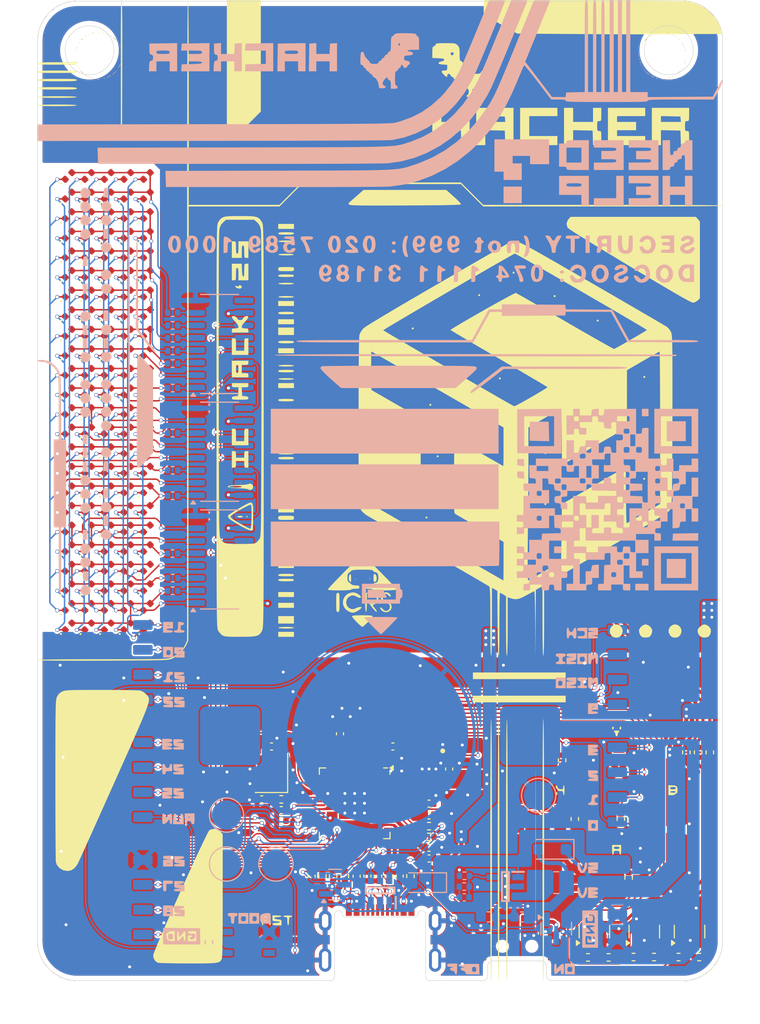
<source format=kicad_pcb>
(kicad_pcb (version 20240108) (generator "pcbnew") (generator_version "8.0")
  (layers (0 "F.Cu" signal) (31 "B.Cu" signal) (34 "B.Paste" user) (35 "F.Paste" user) (36 "B.SilkS" user "B.Silkscreen") (37 "F.SilkS" user "F.Silkscreen") (38 "B.Mask" user) (39 "F.Mask" user) (44 "Edge.Cuts" user))
  (net 0 "")
  (net 1 "+3V3")
  (net 2 "GND")
  (net 3 "/RP2040/XOUT_R")
  (net 4 "/RP2040/XIN")
  (net 5 "VDDA")
  (net 6 "+1V1")
  (net 7 "/RP2040/VBUS{slash}2")
  (net 8 "/LED Matrix/COL0")
  (net 9 "/LED Matrix/ROW0_A")
  (net 10 "/LED Matrix/COL1")
  (net 11 "/LED Matrix/COL2")
  (net 12 "/LED Matrix/COL3")
  (net 13 "/LED Matrix/COL4")
  (net 14 "/LED Matrix/COL5")
  (net 15 "/LED Matrix/COL6")
  (net 16 "/LED Matrix/COL7")
  (net 17 "/LED Matrix/COL8")
  (net 18 "/LED Matrix/COL9")
  (net 19 "/LED Matrix/ROW1_A")
  (net 20 "/LED Matrix/ROW2_A")
  (net 21 "/LED Matrix/ROW3_A")
  (net 22 "/LED Matrix/ROW4_A")
  (net 23 "/LED Matrix/ROW5_A")
  (net 24 "/LED Matrix/ROW6_A")
  (net 25 "/LED Matrix/ROW7_A")
  (net 26 "/LED Matrix/ROW8_A")
  (net 27 "/LED Matrix/ROW9_A")
  (net 28 "/LED Matrix/ROW10_A")
  (net 29 "VBUS")
  (net 30 "/LED Logo/I_K")
  (net 31 "/LED Logo/C_K")
  (net 32 "/LED Logo/H_K")
  (net 33 "/Connectors/CONN_DN")
  (net 34 "/Connectors/CONN_DP")
  (net 35 "/Connectors/CC2")
  (net 36 "/Connectors/CC1")
  (net 37 "/Power/LX")
  (net 38 "+BATT")
  (net 39 "/LED Logo/I_G")
  (net 40 "/LED Logo/I_D")
  (net 41 "/LED Logo/C_D")
  (net 42 "/LED Logo/C_G")
  (net 43 "/LED Logo/H_G")
  (net 44 "/LED Logo/H_D")
  (net 45 "/RP2040/FLASH_CS")
  (net 46 "/RP2040/BOOTSEL")
  (net 47 "/Connectors/TVS_DN")
  (net 48 "/Connectors/DN")
  (net 49 "/Connectors/DP")
  (net 50 "/Power/FB")
  (net 51 "/LED Logo/LOGO_H")
  (net 52 "/LED Logo/LOGO_C")
  (net 53 "/LED Logo/LOGO_I")
  (net 54 "/RP2040/BTN1")
  (net 55 "/RP2040/BTN2")
  (net 56 "/Power/BATT_RAW")
  (net 57 "/RP2040/SWCLK")
  (net 58 "/RP2040/SWD")
  (net 59 "/LED Matrix/ROW0")
  (net 60 "/LED Matrix/CLK")
  (net 61 "/LED Matrix/ROW3")
  (net 62 "/LED Matrix/RCLK")
  (net 63 "/LED Matrix/ROW6")
  (net 64 "/LED Matrix/ROW7")
  (net 65 "/LED Matrix/ROW5")
  (net 66 "/LED Matrix/ROW1")
  (net 67 "/LED Matrix/ROW4")
  (net 68 "/LED Matrix/ROW2")
  (net 69 "/LED Matrix/DIN")
  (net 70 "/LED Matrix/~{OE}")
  (net 71 "/LED Matrix/ROW9")
  (net 72 "/LED Matrix/ROW8")
  (net 73 "/LED Matrix/ROW10")
  (net 74 "/RP2040/FLASH_D3")
  (net 75 "/RP2040/FLASH_D2")
  (net 76 "/RP2040/FLASH_D1")
  (net 77 "/RP2040/FLASH_D0")
  (net 78 "/RP2040/FLASH_SCK")
  (net 79 "/RP2040/XOUT")
  (net 80 "/LED Matrix/DIN2")
  (net 81 "/LED Matrix/DIN3")
  (net 82 "/Power/OUT")
  (net 83 "/LED Matrix/ROW11")
  (net 84 "/LED Matrix/ROW11_A")
  (net 88 "/Connectors/TVS_DP")
  (net 90 "/Connectors/GPIO29")
  (net 91 "/Connectors/GPIO1")
  (net 92 "/Connectors/GPIO28")
  (net 93 "/Connectors/GPIO21")
  (net 94 "/Connectors/GPIO23")
  (net 95 "/Connectors/GPIO26")
  (net 96 "/Connectors/GPIO9")
  (net 97 "/Connectors/GPIO25")
  (net 98 "/Connectors/GPIO19")
  (net 99 "/Connectors/GPIO20")
  (net 100 "/Connectors/GPIO27")
  (net 101 "/Connectors/GPIO24")
  (net 102 "/Connectors/GPIO3")
  (net 103 "/Connectors/GPIO22")
  (net 104 "/Connectors/GPIO0")
  (net 105 "/Connectors/GPIO2")
  (net 106 "/RP2040/RUN")
  (net 107 "/RP2040/BTN3")
  (net 108 "+5V")
  (net 109 "/RP2040/BTN0")
  (net 110 "/Connectors/GPIO11")
  (net 111 "/Connectors/GPIO8")
  (net 112 "/Connectors/GPIO10")
  (footprint "LED_SMD:LED_0402_1005Metric" (layer "F.Cu") (at 120.157053 105.842947 45)
    (property "Reference" "D82" (hide yes))
    (property "Value" "RED")
  )
  (footprint "LED_SMD:LED_0402_1005Metric" (layer "F.Cu") (at 126.157053 105.842947 45)
    (property "Reference" "D118" (hide yes))
    (property "Value" "RED")
  )
  (footprint "badge_footprints:TS-1089S" (layer "F.Cu") (at 166.25 133.5)
    (property "Reference" "SW3" (hide yes))
    (property "Value" "TS-1089S" (hide yes))
  )
  (footprint "LED_SMD:LED_0402_1005Metric" (layer "F.Cu") (at 120.157053 75.842947 45)
    (property "Reference" "D39" (hide yes))
    (property "Value" "RED")
  )
  (footprint "LED_SMD:LED_0402_1005Metric" (layer "F.Cu") (at 126.157053 97.842947 45)
    (property "Reference" "D116" (hide yes))
    (property "Value" "RED")
  )
  (footprint "LED_SMD:LED_0402_1005Metric" (layer "F.Cu") (at 120.157053 85.842947 45)
    (property "Reference" "D77" (hide yes))
    (property "Value" "RED")
  )
  (footprint "LED_SMD:LED_0402_1005Metric" (layer "F.Cu") (at 118.157053 85.842947 45)
    (property "Reference" "D65" (hide yes))
    (property "Value" "RED")
  )
  (footprint "Resistor_SMD:R_0402_1005Metric" (layer "F.Cu") (at 174.6 133.5 -90)
    (property "Reference" "R20" (hide yes))
    (property "Value" "1k")
  )
  (footprint "LED_SMD:LED_0402_1005Metric" (layer "F.Cu") (at 124.157053 93.842947 45)
    (property "Reference" "D103" (hide yes))
    (property "Value" "RED")
  )
  (footprint "LED_SMD:LED_0402_1005Metric" (layer "F.Cu") (at 120.157053 83.842947 45)
    (property "Reference" "D41" (hide yes))
    (property "Value" "RED")
  )
  (footprint "LED_SMD:LED_0402_1005Metric" (layer "F.Cu") (at 124.157053 73.842947 45)
    (property "Reference" "D98" (hide yes))
    (property "Value" "RED")
  )
  (footprint "LED_SMD:LED_0402_1005Metric" (layer "F.Cu") (at 122.157053 85.842947 45)
    (property "Reference" "D89" (hide yes))
    (property "Value" "RED")
  )
  (footprint "LED_SMD:LED_0402_1005Metric" (layer "F.Cu") (at 126.157053 99.842947 45)
    (property "Reference" "D9" (hide yes))
    (property "Value" "RED")
  )
  (footprint "LED_SMD:LED_0402_1005Metric" (layer "F.Cu") (at 124.157053 95.842947 45)
    (property "Reference" "D20" (hide yes))
    (property "Value" "RED")
  )
  (footprint "LED_SMD:LED_0402_1005Metric" (layer "F.Cu") (at 126.157053 113.842947 45)
    (property "Reference" "D120" (hide yes))
    (property "Value" "RED")
  )
  (footprint "LED_SMD:LED_0402_1005Metric" (layer "F.Cu") (at 122.157053 71.842947 45)
    (property "Reference" "D26" (hide yes))
    (property "Value" "RED")
  )
  (footprint "Resistor_SMD:R_0402_1005Metric" (layer "F.Cu") (at 171.25 147.6375)
    (property "Reference" "R30" (hide yes))
    (property "Value" "680R")
  )
  (footprint "LED_SMD:LED_0402_1005Metric" (layer "F.Cu") (at 120.157053 107.842947 45)
    (property "Reference" "D47" (hide yes))
    (property "Value" "RED")
  )
  (footprint "LED_SMD:LED_0402_1005Metric" (layer "F.Cu") (at 124.157053 113.842947 45)
    (property "Reference" "D108" (hide yes))
    (property "Value" "RED")
  )
  (footprint "LED_SMD:LED_0402_1005Metric" (layer "F.Cu") (at 122.157053 67.842947 45)
    (property "Reference" "D25" (hide yes))
    (property "Value" "RED")
  )
  (footprint "LED_SMD:LED_0402_1005Metric" (layer "F.Cu") (at 118.157053 101.842947 45)
    (property "Reference" "D69" (hide yes))
    (property "Value" "RED")
  )
  (footprint "LED_SMD:LED_0402_1005Metric" (layer "F.Cu") (at 120.157053 93.842947 45)
    (property "Reference" "D79" (hide yes))
    (property "Value" "RED")
  )
  (footprint "LED_SMD:LED_0402_1005Metric" (layer "F.Cu") (at 120.157053 81.842947 45)
    (property "Reference" "D76" (hide yes))
    (property "Value" "RED")
  )
  (footprint "Capacitor_SMD:C_0402_1005Metric" (layer "F.Cu") (at 149.8 139.3375 -90)
    (property "Reference" "C5" (hide yes))
    (property "Value" "2u2")
  )
  (footprint "LED_SMD:LED_0402_1005Metric" (layer "F.Cu") (at 118.157053 107.842947 45)
    (property "Reference" "D59" (hide yes))
    (property "Value" "RED")
  )
  (footprint "Resistor_SMD:R_0402_1005Metric" (layer "F.Cu") (at 183.7 126.7 -90)
    (property "Reference" "R38" (hide yes))
    (property "Value" "680R")
  )
  (footprint "Resistor_SMD:R_0402_1005Metric" (layer "F.Cu") (at 175.9 147.6)
    (property "Reference" "R33" (hide yes))
    (property "Value" "680R")
  )
  (footprint "LED_SMD:LED_0402_1005Metric" (layer "F.Cu") (at 156.079978 91.7575 -30)
    (property "Reference" "D125" (hide yes))
    (property "Value" "ORANGE")
  )
  (footprint "badge_footprints:TS-1089S" (layer "F.Cu") (at 172.25 127.5)
    (property "Reference" "SW1" (hide yes))
    (property "Value" "TS-1089S" (hide yes))
  )
  (footprint "LED_SMD:LED_0402_1005Metric" (layer "F.Cu") (at 118.157053 73.842947 45)
    (property "Reference" "D62" (hide yes))
    (property "Value" "RED")
  )
  (footprint "LED_SMD:LED_0402_1005Metric" (layer "F.Cu") (at 155.679978 103.2575 -30)
    (property "Reference" "D127" (hide yes))
    (property "Value" "ORANGE")
  )
  (footprint "Resistor_SMD:R_0402_1005Metric" (layer "F.Cu") (at 153.1 139.3375 -90)
    (property "Reference" "R24" (hide yes))
    (property "Value" "5k1")
  )
  (footprint "Capacitor_SMD:C_0402_1005Metric" (layer "F.Cu") (at 155 131.9375)
    (property "Reference" "C14" (hide yes))
    (property "Value" "2u2")
  )
  (footprint "LED_SMD:LED_0402_1005Metric" (layer "F.Cu") (at 120.157053 99.842947 45)
    (property "Reference" "D45" (hide yes))
    (property "Value" "RED")
  )
  (footprint "LED_SMD:LED_0402_1005Metric" (layer "F.Cu") (at 124.157053 71.842947 45)
    (property "Reference" "D14" (hide yes))
    (property "Value" "RED")
  )
  (footprint "Package_TO_SOT_SMD:SOT-23" (layer "F.Cu") (at 177 145 90)
    (property "Reference" "Q4" (hide yes))
    (property "Value" "DO2302E-Q")
  )
  (footprint "LED_SMD:LED_0402_1005Metric" (layer "F.Cu") (at 118.157053 109.842947 45)
    (property "Reference" "D71" (hide yes))
    (property "Value" "RED")
  )
  (footprint "Capacitor_SMD:C_0402_1005Metric" (layer "F.Cu") (at 139.9 132.6 180)
    (property "Reference" "C8" (hide yes))
    (property "Value" "100n")
  )
  (footprint "Capacitor_SMD:C_0402_1005Metric" (layer "F.Cu") (at 147.6 139.3475 -90)
    (property "Reference" "C7" (hide yes))
    (property "Value" "100n")
  )
  (footprint "LED_SMD:LED_0402_1005Metric" (layer "F.Cu") (at 160.479978 94.3575 -30)
    (property "Reference" "D128" (hide yes))
    (property "Value" "ORANGE")
  )
  (footprint "Resistor_SMD:R_0402_1005Metric" (layer "F.Cu") (at 178 147.6)
    (property "Reference" "R34" (hide yes))
    (property "Value" "100k")
  )
  (footprint "Package_TO_SOT_SMD:SOT-23" (layer "F.Cu") (at 181.625 145 90)
    (property "Reference" "Q5" (hide yes))
    (property "Value" "DO2302E-Q")
  )
  (footprint "LED_SMD:LED_0402_1005Metric" (layer "F.Cu") (at 163.179978 89.0575 -30)
    (property "Reference" "D136" (hide yes))
    (property "Value" "RED")
  )
  (footprint "LED_SMD:LED_0402_1005Metric" (layer "F.Cu") (at 151.379978 89.0575 -30)
    (property "Reference" "D123" (hide yes))
    (property "Value" "ORANGE")
  )
  (footprint "Resistor_SMD:R_0402_1005Metric" (layer "F.Cu") (at 181.3 126.7 -90)
    (property "Reference" "R32" (hide yes))
    (property "Value" "680R")
  )
  (footprint "LED_SMD:LED_0402_1005Metric" (layer "F.Cu") (at 124.157053 75.842947 45)
    (property "Reference" "D15" (hide yes))
    (property "Value" "RED")
  )
  (footprint "LED_SMD:LED_0402_1005Metric" (layer "F.Cu") (at 118.157053 77.842947 45)
    (property "Reference" "D63" (hide yes))
    (property "Value" "RED")
  )
  (footprint "Resistor_SMD:R_0402_1005Metric" (layer "F.Cu") (at 155 135.3375 180)
    (property "Reference" "R26" (hide yes))
    (property "Value" "27R")
  )
  (footprint "LED_SMD:LED_0402_1005Metric" (layer "F.Cu") (at 126.157053 81.842947 45)
    (property "Reference" "D112" (hide yes))
    (property "Value" "RED")
  )
  (footprint "LED_SMD:LED_0402_1005Metric" (layer "F.Cu") (at 154.279978 83.9575 -30)
    (property "Reference" "D132" (hide yes))
    (property "Value" "RED")
  )
  (footprint "Capacitor_SMD:C_0402_1005Metric" (layer "F.Cu") (at 157.0625 128.4 90)
    (property "Reference" "C13" (hide yes))
    (property "Value" "100n")
  )
  (footprint "Resistor_SMD:R_0402_1005Metric" (layer "F.Cu") (at 169.9 133.5 90)
    (property "Reference" "R21" (hide yes))
    (property "Value" "1k")
  )
  (footprint "LED_SMD:LED_0402_1005Metric" (layer "F.Cu") (at 126.157053 83.842947 45)
    (property "Reference" "D5" (hide yes))
    (property "Value" "RED")
  )
  (footprint "Resistor_SMD:R_0402_1005Metric" (layer "F.Cu") (at 182.5 126.7 -90)
    (property "Reference" "R35" (hide yes))
    (property "Value" "680R")
  )
  (footprint "LED_SMD:LED_0402_1005Metric" (layer "F.Cu") (at 120.157053 95.842947 45)
    (property "Reference" "D44" (hide yes))
    (property "Value" "RED")
  )
  (footprint "Capacitor_SMD:C_0402_1005Metric" (layer "F.Cu") (at 137.9 131.5 180)
    (property "Reference" "C3" (hide yes))
    (property "Value" "15p")
  )
  (footprint "LED_SMD:LED_0402_1005Metric" (layer "F.Cu") (at 159.179978 80.5575 -150)
    (property "Reference" "D131" (hide yes))
    (property "Value" "RED")
  )
  (footprint "LED_SMD:LED_0402_1005Metric" (layer "F.Cu") (at 122.157053 69.842947 45)
    (property "Reference" "D85" (hide yes))
    (property "Value" "RED")
  )
  (footprint "LED_SMD:LED_0402_1005Metric" (layer "F.Cu") (at 120.157053 91.842947 45)
    (property "Reference" "D43" (hide yes))
    (property "Value" "RED")
  )
  (footprint "LED_SMD:LED_0402_1005Metric" (layer "F.Cu") (at 126.157053 95.842947 45)
    (property "Reference" "D8" (hide yes))
    (property "Value" "RED")
  )
  (footprint "LED_SMD:LED_0402_1005Metric" (layer "F.Cu") (at 122.157053 107.842947 45)
    (property "Reference" "D35" (hide yes))
    (property "Value" "RED")
  )
  (footprint "LED_SMD:LED_0402_1005Metric" (layer "F.Cu") (at 126.157053 67.842947 45)
    (property "Reference" "D1" (hide yes))
    (property "Value" "RED")
  )
  (footprint "LED_SMD:LED_0402_1005Metric" (layer "F.Cu") (at 151.279978 100.7575 -30)
    (property "Reference" "D124" (hide yes))
    (property "Value" "ORANGE")
  )
  (footprint "LED_SMD:LED_0402_1005Metric" (layer "F.Cu") (at 126.157053 107.842947 45)
    (property "Reference" "D11" (hide yes))
    (property "Value" "RED")
  )
  (footprint "LED_SMD:LED_0402_1005Metric" (layer "F.Cu") (at 118.157053 71.842947 45)
    (property "Reference" "D50" (hide yes))
    (property "Value" "RED")
  )
  (footprint "LED_SMD:LED_0402_1005Metric" (layer "F.Cu") (at 122.157053 83.842947 45)
    (property "Reference" "D29" (hide yes))
    (property "Value" "RED")
  )
  (footprint "LED_SMD:LED_0402_1005Metric" (layer "F.Cu") (at 120.157053 101.842947 45)
    (property "Reference" "D81" (hide yes))
    (property "Value" "RED")
  )
  (footprint "LED_SMD:LED_0402_1005Metric" (layer "F.Cu") (at 126.157053 69.842947 45)
    (property "Reference" "D109" (hide yes))
    (property "Value" "RED")
  )
  (footprint "LED_SMD:LED_0402_1005Metric" (layer "F.Cu") (at 120.157053 109.842947 45)
    (property "Reference" "D83" (hide yes))
    (property "Value" "RED")
  )
  (footprint "badge_footprints:TS-1089S" (layer "F.Cu") (at 171.775 139.5 180)
    (property "Reference" "SW4" (hide yes))
    (property "Value" "TS-1089S" (hide yes))
  )
  (footprint "Capacitor_SMD:C_0402_1005Metric" (layer "F.Cu") (at 155 133.1375)
    (property "Reference" "C12" (hide yes))
    (property "Value" "100n")
  )
  (footprint "LED_SMD:LED_0402_1005Metric" (layer "F.Cu") (at 124.157053 79.842947 45)
    (property "Reference" "D16" (hide yes))
    (property "Value" "RED")
  )
  (footprint "LED_SMD:LED_0402_1005Metric" (layer "F.Cu") (at 124.157053 85.842947 45)
    (property "Reference" "D101" (hide yes))
    (property "Value" "RED")
  )
  (footprint "LED_SMD:LED_0402_1005Metric" (layer "F.Cu") (at 159.979978 105.7575 -30)
    (property "Reference" "D129" (hide yes))
    (property "Value" "ORANGE")
  )
  (footprint "LED_SMD:LED_0402_1005Metric" (layer "F.Cu") (at 122.157053 93.842947 45)
    (property "Reference" "D91" (hide yes))
    (property "Value" "RED")
  )
  (footprint "LED_SMD:LED_0402_1005Metric" (layer "F.Cu") (at 176.985 99.8575 -90)
    (property "Reference" "D143" (hide yes))
    (property "Value" "BLUE")
  )
  (footprint "LED_SMD:LED_0402_1005Metric" (layer "F.Cu") (at 124.157053 107.842947 45)
    (property "Reference" "D23" (hide yes))
    (property "Value" "RED")
  )
  (footprint "LED_SMD:LED_0402_1005Metric" (layer "F.Cu") (at 118.157053 97.842947 45)
    (property "Reference" "D68" (hide yes))
    (property "Value" "RED")
  )
  (footprint "LED_SMD:LED_0402_1005Metric" (layer "F.Cu") (at 122.157053 77.842947 45)
    (property "Reference" "D87" (hide yes))
    (property "Value" "RED")
  )
  (footprint "LED_SMD:LED_0402_1005Metric" (layer "F.Cu") (at 120.157053 97.842947 45)
    (property "Reference" "D80" (hide yes))
    (property "Value" "RED")
  )
  (footprint "LED_SMD:LED_0402_1005Metric" (layer "F.Cu") (at 126.157053 73.842947 45)
    (property "Reference" "D110" (hide yes))
    (property "Value" "RED")
  )
  (footprint "LED_SMD:LED_0402_1005Metric" (layer "F.Cu") (at 118.157053 79.842947 45)
    (property "Reference" "D52" (hide yes))
    (property "Value" "RED")
  )
  (footprint "LED_SMD:LED_0402_1005Metric" (layer "F.Cu") (at 120.157053 89.842947 45)
    (property "Reference" "D78" (hide yes))
    (property "Value" "RED")
  )
  (footprint "LED_SMD:LED_0402_1005Metric" (layer "F.Cu") (at 124.157053 83.842947 45)
    (property "Reference" "D17" (hide yes))
    (property "Value" "RED")
  )
  (footprint "LED_SMD:LED_0402_1005Metric" (layer "F.Cu") (at 120.157053 69.842947 45)
    (property "Reference" "D73" (hide yes))
    (property "Value" "RED")
  )
  (footprint "LED_SMD:LED_0402_1005Metric" (layer "F.Cu") (at 126.157053 101.842947 45)
    (property "Reference" "D117" (hide yes))
    (property "Value" "RED")
  )
  (footprint "LED_SMD:LED_0402_1005Metric" (layer "F.Cu") (at 126.157053 109.842947 45)
    (property "Reference" "D119" (hide yes))
    (property "Value" "RED")
  )
  (footprint "LED_SMD:LED_0402_1005Metric" (layer "F.Cu") (at 118.157053 103.842947 45)
    (property "Reference" "D58" (hide yes))
    (property "Value" "RED")
  )
  (footprint "LED_SMD:LED_0402_1005Metric" (layer "F.Cu") (at 124.157053 97.842947 45)
    (property "Reference" "D104" (hide yes))
    (property "Value" "RED")
  )
  (footprint "LED_SMD:LED_0402_1005Metric" (layer "F.Cu") (at 166.885 100.2575 90)
    (property "Reference" "D138" (hide yes))
    (property "Value" "BLUE")
  )
  (footprint "LED_SMD:LED_0402_1005Metric" (layer "F.Cu") (at 120.157053 103.842947 45)
    (property "Reference" "D46" (hide yes))
    (property "Value" "RED")
  )
  (footprint "LED_SMD:LED_0402_1005Metric" (layer "F.Cu") (at 122.157053 103.842947 45)
    (property "Reference" "D34" (hide yes))
    (property "Value" "RED")
  )
  (footprint "Resistor_SMD:R_0402_1005Metric" (layer "F.Cu") (at 168.6 127.5 -90)
    (property "Reference" "R19" (hide yes))
    (property "Value" "1k")
  )
  (footprint "LED_SMD:LED_0402_1005Metric" (layer "F.Cu") (at 122.157053 101.842947 45)
    (property "Reference" "D93" (hide yes))
    (property "Value" "RED")
  )
  (footprint "LED_SMD:LED_0402_1005Metric" (layer "F.Cu") (at 118.157053 75.842947 45)
    (property "Reference" "D51" (hide yes))
    (property "Value" "RED")
  )
  (footprint "LED_SMD:LED_0402_1005Metric" (layer "F.Cu") (at 118.157053 83.842947 45)
    (property "Reference" "D53" (hide yes))
    (property "Value" "RED")
  )
  (footprint "Resistor_SMD:R_0402_1005Metric" (layer "F.Cu") (at 146.4 139.3375 -90)
    (property "Reference" "R25" (hide yes))
    (property "Value" "5k1")
  )
  (footprint "Resistor_SMD:R_0402_1005Metric" (layer "F.Cu") (at 144.1 139.3375 -90)
    (property "Reference" "R16" (hide yes))
    (property "Value" "100k")
  )
  (footprint "LED_SMD:LED_0402_1005Metric" (layer "F.Cu") (at 166.9 105.6575 90)
    (property "Reference" "D139" (hide yes))
    (property "Value" "BLUE")
  )
  (footprint "badge_footprints:TS-1089S" (layer "F.Cu") (at 139.15 146.95 180)
    (property "Reference" "SW6" (hide yes))
    (property "Value" "TS-1089S" (hide yes))
  )
  (footprint "Package_DFN_QFN:QFN-56-1EP_7x7mm_P0.4mm_EP3.2x3.2mm" (layer "F.Cu") (at 147.4 131.9 -90)
    (property "Reference" "U4" (hide yes))
    (property "Value" "RP2040")
  )
  (footprint "LED_SMD:LED_0402_1005Metric" (layer "F.Cu") (at 177.015 94.9575 -90)
    (property "Reference" "D142" (hide yes))
    (property "Value" "BLUE")
  )
  (footprint "LED_SMD:LED_0402_1005Metric" (layer "F.Cu") (at 122.157053 87.842947 45)
    (property "Reference" "D30" (hide yes))
    (property "Value" "RED")
  )
  (footprint "LED_SMD:LED_0402_1005Metric" (layer "F.Cu") (at 124.157053 69.842947 45)
    (property "Reference" "D97" (hide yes))
    (property "Value" "RED")
  )
  (footprint "Crystal:Crystal_SMD_3225-4Pin_3.2x2.5mm" (layer "F.Cu") (at 138.9 128.8 90)
    (property "Reference" "Y1" (hide yes))
    (property "Value" "XL2EL89CMI-111YLC-12M")
  )
  (footprint "LED_SMD:LED_0402_1005Metric" (layer "F.Cu") (at 118.157053 67.842947 45)
    (property "Reference" "D49" (hide yes))
    (property "Value" "RED")
  )
  (footprint "Capacitor_SMD:C_0402_1005Metric" (layer "F.Cu") (at 155 137.5375)
    (property "Reference" "C9" (hide yes))
    (property "Value" "100n")
  )
  (footprint "LED_SMD:LED_0402_1005Metric" (layer "F.Cu") (at 155.879978 97.5575 -90)
    (property "Reference" "D126" (hide yes))
    (property "Value" "ORANGE")
  )
  (footprint "LED_SMD:LED_0402_1005Metric" (layer "F.Cu") (at 122.157053 109.842947 45)
    (property "Reference" "D95" (hide yes))
    (property "Value" "RED")
  )
  (footprint "Capacitor_SMD:C_0402_1005Metric" (layer "F.Cu") (at 138.9 126.1)
    (property "Reference" "C4" (hide yes))
    (property "Value" "15p")
  )
  (footprint "LED_SMD:LED_0402_1005Metric" (layer "F.Cu") (at 124.157053 89.842947 45)
    (property "Reference" "D102" (hide yes))
    (property "Value" "RED")
  )
  (footprint "Capacitor_SMD:C_0402_1005Metric" (layer "F.Cu") (at 151.3 126.1)
    (property "Reference" "C10" (hide yes))
    (property "Value" "100n")
  )
  (footprint "LED_SMD:LED_0402_1005Metric" (layer "F.Cu") (at 126.157053 75.842947 45)
    (property "Reference" "D3" (hide yes))
    (property "Value" "RED")
  )
  (footprint "LED_SMD:LED_0402_1005Metric" (layer "F.Cu") (at 173.179978 83.1575 -30)
    (property "Reference" "D135" (hide yes))
    (property "Value" "RED")
  )
  (footprint "LED_SMD:LED_0402_1005Metric" (layer "F.Cu") (at 122.157053 81.842947 45)
    (property "Reference" "D88" (hide yes))
    (property "Value" "RED")
  )
  (footprint "LED_SMD:LED_0402_1005Metric" (layer "F.Cu") (at 120.157053 77.842947 45)
    (property "Reference" "D75" (hide yes))
    (property "Value" "RED")
  )
  (footprint "LED_SMD:LED_0402_1005Metric" (layer "F.Cu") (at 126.157053 91.842947 45)
    (property "Reference" "D7" (hide yes))
    (property "Value" "RED")
  )
  (footprint "LED_SMD:LED_0402_1005Metric" (layer "F.Cu") (at 118.157053 87.842947 45)
    (property "Reference" "D54" (hide yes))
    (property "Value" "RED")
  )
  (footprint "LED_SMD:LED_0402_1005Metric" (layer "F.Cu") (at 118.157053 111.842947 45)
    (property "Reference" "D60" (hide yes))
    (property "Value" "RED")
  )
  (footprint "LED_SMD:LED_0402_1005Metric" (layer "F.Cu") (at 118.157053 81.842947 45)
    (property "Reference" "D64" (hide yes))
    (property "Value" "RED")
  )
  (footprint "LED_SMD:LED_0402_1005Metric" (layer "F.Cu") (at 126.157053 79.842947 45)
    (property "Reference" "D4" (hide yes))
    (property "Value" "RED")
  )
  (footprint "Resistor_SMD:R_0402_1005Metric" (layer "F.Cu") (at 180.5 147.6)
    (property "Reference" "R36" (hide yes))
    (property "Value" "680R")
  )
  (footprint "LED_SMD:LED_0402_1005Metric" (layer "F.Cu") (at 124.157053 101.842947 45)
    (property "Reference" "D105" (hide yes))
    (property "Value" "RED")
  )
  (footprint "LED_SMD:LED_0402_1005Metric" (layer "F.Cu") (at 124.157053 67.842947 45)
    (property "Reference" "D13" (hide yes))
    (property "Value" "RED")
  )
  (footprint "LED_SMD:LED_0402_1005Metric" (layer "F.Cu") (at 124.157053 81.842947 45)
    (property "Reference" "D100" (hide yes))
    (property "Value" "RED")
  )
  (footprint "LED_SMD:LED_0402_1005Metric" (layer "F.Cu") (at 124.157053 77.842947 45)
    (property "Reference" "D99" (hide yes))
    (property "Value" "RED")
  )
  (footprint "LED_SMD:LED_0402_1005Metric" (layer "F.Cu") (at 120.157053 71.842947 45)
    (property "Reference" "D38" (hide yes))
    (property "Value" "RED")
  )
  (footprint "LED_SMD:LED_0402_1005Metric" (layer "F.Cu") (at 164.579978 78.2575 -30)
    (property "Reference" "D130" (hide yes))
    (property "Value" "RED")
  )
  (footprint "LED_SMD:LED_0402_1005Metric" (layer "F.Cu") (at 118.157053 91.842947 45)
    (property "Reference" "D55" (hide yes))
    (property "Value" "RED")
  )
  (footprint "Resistor_SMD:R_0402_1005Metric" (layer "F.Cu") (at 175.4 139.5 -90)
    (property "Reference" "R22" (hide yes))
    (property "Value" "1k")
  )
  (footprint "badge_footprints:USB-TYPE-C-016" (layer "F.Cu") (at 150 146)
    (property "Reference" "J7" (hide yes))
    (property "Value" "USB-TYPE-C-016")
    (fp_line (start -4.65 3.6) (end -4.65 -2.75) (stroke (width 0.05)) (layer "Edge.Cuts"))
    (fp_line (start 3.6 -2.5) (end -3.6 -2.5) (stroke (width 0.05)) (layer "Edge.Cuts"))
    (fp_line (start 4.65 3.6) (end 4.65 -2.75) (stroke (width 0.05)) (layer "Edge.Cuts"))
    (fp_arc (start -4.65 -2.75) (mid -4.25 -3.15) (end -3.85 -2.75) (stroke (width 0.05)) (layer "Edge.Cuts"))
    (fp_arc (start -4.65 3.6) (mid -4.767157 3.882843) (end -5.05 4) (stroke (width 0.05)) (layer "Edge.Cuts"))
    (fp_arc (start -3.6 -2.5) (mid -3.776777 -2.573223) (end -3.85 -2.75) (stroke (width 0.05)) (layer "Edge.Cuts"))
    (fp_arc (start 3.85 -2.75) (mid 3.776777 -2.573223) (end 3.6 -2.5) (stroke (width 0.05)) (layer "Edge.Cuts"))
    (fp_arc (start 3.85 -2.75) (mid 4.25 -3.15) (end 4.65 -2.75) (stroke (width 0.05)) (layer "Edge.Cuts"))
    (fp_arc (start 5.05 4) (mid 4.767157 3.882843) (end 4.65 3.6) (stroke (width 0.05)) (layer "Edge.Cuts"))
  )
  (footprint "LED_SMD:LED_0402_1005Metric" (layer "F.Cu") (at 122.157053 105.842947 45)
    (property "Reference" "D94" (hide yes))
    (property "Value" "RED")
  )
  (footprint "Capacitor_SMD:C_0402_1005Metric" (layer "F.Cu") (at 143 139.3375 -90)
    (property "Reference" "C2" (hide yes))
    (property "Value" "1n")
  )
  (footprint "LED_SMD:LED_0402_1005Metric" (layer "F.Cu") (at 122.157053 91.842947 45)
    (property "Reference" "D31" (hide yes))
    (property "Value" "RED")
  )
  (footprint "LED_SMD:LED_0402_1005Metric" (layer "F.Cu") (at 120.157053 113.842947 45)
    (property "Reference" "D84" (hide yes))
    (property "Value" "RED")
  )
  (footprint "LED_SMD:LED_0402_1005Metric" (layer "F.Cu") (at 171.9 97.6575 30)
    (property "Reference" "D140" (hide yes))
    (property "Value" "BLUE")
  )
  (footprint "LED_SMD:LED_0402_1005Metric" (layer "F.Cu") (at 122.157053 75.842947 45)
    (property "Reference" "D27" (hide yes))
    (property "Value" "RED")
  )
  (footprint "LED_SMD:LED_0402_1005Metric" (layer "F.Cu") (at 120.157053 111.842947 45)
    (property "Reference" "D48" (hide yes))
    (property "Value" "RED")
  )
  (footprint "LOGO" (layer "F.Cu") (at 150 100)
    (property "Reference" "G***" (hide yes))
    (property "Value" "LOGO" (hide yes))
  )
  (footprint "LED_SMD:LED_0402_1005Metric" (layer "F.Cu") (at 120.157053 79.842947 45)
    (property "Reference" "D40" (hide yes))
    (property "Value" "RED")
  )
  (footprint "LED_SMD:LED_0402_1005Metric" (layer "F.Cu") (at 166.9 95.0575 90)
    (property "Reference" "D137" (hide yes))
    (property "Value" "BLUE")
  )
  (footprint "LED_SMD:LED_0402_1005Metric" (layer "F.Cu") (at 124.157053 87.842947 45)
    (property "Reference" "D18" (hide yes))
    (property "Value" "RED")
  )
  (footprint "badge_footprints:TS-1089S" (layer "F.Cu") (at 178.25 133.5)
    (property "Reference" "SW2" (hide yes))
    (property "Value" "TS-1089S" (hide yes))
  )
  (footprint "badge_footprints:MSK12C02-HB" (layer "F.Cu") (at 164 146.5 180)
    (property "Reference" "SW7" (hide yes))
    (property "Value" "MSK12C02-HB")
  )
  (footprint "LED_SMD:LED_0402_1005Metric" (layer "F.Cu") (at 122.157053 79.842947 45)
    (property "Reference" "D28" (hide yes))
    (property "Value" "RED")
  )
  (footprint "LED_SMD:LED_0402_1005Metric" (layer "F.Cu") (at 118.157053 95.842947 45)
    (property "Reference" "D56" (hide yes))
    (property "Value" "RED")
  )
  (footprint "Capacitor_SMD:C_0402_1005Metric" (layer "F.Cu") (at 145.9 124.8 90)
    (property "Reference" "C11" (hide yes))
    (property "Value" "100n")
  )
  (footprint "LED_SMD:LED_0402_1005Metric" (layer "F.Cu") (at 120.157053 87.842947 45)
    (property "Reference" "D42" (hide yes))
    (property "Value" "RED")
  )
  (footprint "Capacitor_SMD:C_0402_1005Metric" (layer "F.Cu") (at 139.9 133.7 180)
    (property "Reference" "C15" (hide yes))
    (property "Value" "100n")
  )
  (footprint "Resistor_SMD:R_0402_1005Metric" (layer "F.Cu") (at 155 134.2375 180)
    (property "Reference" "R27" (hide yes))
    (property "Value" "27R")
  )
  (footprint "LED_SMD:LED_0402_1005Metric" (layer "F.Cu") (at 120.157053 67.842947 45)
    (property "Reference" "D37" (hide yes))
    (property "Value" "RED")
  )
  (footprint "LED_SMD:LED_0402_1005Metric" (layer "F.Cu") (at 122.157053 97.842947 45)
    (property "Reference" "D92" (hide yes))
    (property "Value" "RED")
  )
  (footprint "LED_SMD:LED_0402_1005Metric" (layer "F.Cu") (at 122.157053 111.842947 45)
    (property "Reference" "D36" (hide yes))
    (property "Value" "RED")
  )
  (footprint "Package_TO_SOT_SMD:SOT-23" (layer "F.Cu") (at 171.9 145 90)
    (property "Reference" "Q3" (hide yes))
    (property "Value" "DO2302E-Q")
  )
  (footprint "LED_SMD:LED_0402_1005Metric" (layer "F.Cu") (at 118.157053 69.842947 45)
    (property "Reference" "D61" (hide yes))
    (property "Value" "RED")
  )
  (footprint "LED_SMD:LED_0402_1005Metric" (layer "F.Cu") (at 126.157053 87.842947 45)
    (property "Reference" "D6" (hide yes))
    (property "Value" "RED")
  )
  (footprint "LED_SMD:LED_0402_1005Metric" (layer "F.Cu") (at 124.157053 109.842947 45)
    (property "Reference" "D107" (hide yes))
    (property "Value" "RED")
  )
  (footprint "LED_SMD:LED_0402_1005Metric" (layer "F.Cu") (at 118.157053 105.842947 45)
    (property "Reference" "D70" (hide yes))
    (property "Value" "RED")
  )
  (footprint "LED_SMD:LED_0402_1005Metric" (layer "F.Cu") (at 124.157053 99.842947 45)
    (property "Reference" "D21" (hide yes))
    (property "Value" "RED")
  )
  (footprint "LED_SMD:LED_0402_1005Metric" (layer "F.Cu") (at 126.157053 103.842947 45)
    (property "Reference" "D10" (hide yes))
    (property "Value" "RED")
  )
  (footprint "LED_SMD:LED_0402_1005Metric" (layer "F.Cu") (at 118.157053 99.842947 45)
    (property "Reference" "D57" (hide yes))
    (property "Value" "RED")
  )
  (footprint "LED_SMD:LED_0402_1005Metric" (layer "F.Cu") (at 122.157053 89.842947 45)
    (property "Reference" "D90" (hide yes))
    (property "Value" "RED")
  )
  (footprint "LED_SMD:LED_0402_1005Metric" (layer "F.Cu") (at 118.157053 93.842947 45)
    (property "Reference" "D67" (hide yes))
    (property "Value" "RED")
  )
  (footprint "LED_SMD:LED_0402_1005Metric" (layer "F.Cu") (at 124.157053 111.842947 45)
    (property "Reference" "D24" (hide yes))
    (property "Value" "RED")
  )
  (footprint "LED_SMD:LED_0402_1005Metric" (layer "F.Cu") (at 120.157053 73.842947 45)
    (property "Reference" "D74" (hide yes))
    (property "Value" "RED")
  )
  (footprint "LED_SMD:LED_0402_1005Metric" (layer "F.Cu") (at 126.157053 77.842947 45)
    (property "Reference" "D111" (hide yes))
    (property "Value" "RED")
  )
  (footprint "LED_SMD:LED_0402_1005Metric" (layer "F.Cu") (at 122.157053 99.842947 45)
    (property "Reference" "D33" (hide yes))
    (property "Value" "RED")
  )
  (footprint "LED_SMD:LED_0402_1005Metric" (layer "F.Cu") (at 124.157053 103.842947 45)
    (property "Reference" "D22" (hide yes))
    (property "Value" "RED")
  )
  (footprint "LED_SMD:LED_0402_1005Metric" (layer "F.Cu") (at 158.879978 86.6575 -30)
    (property "Reference" "D134" (hide yes))
    (property "Value" "RED")
  )
  (footprint "LED_SMD:LED_0402_1005Metric" (layer "F.Cu") (at 122.157053 113.842947 45)
    (property "Reference" "D96" (hide yes))
    (property "Value" "RED")
  )
  (footprint "Capacitor_SMD:C_0402_1005Metric" (layer "F.Cu") (at 152 139.3375 -90)
    (property "Reference" "C17" (hide yes))
    (property "Value" "2u2")
  )
  (footprint "badge_footprints:SON50P300X200X60-9N" (layer "F.Cu") (at 155 128.4 -90)
    (property "Reference" "U5" (hide yes))
    (property "Value" "W25Q16JVUXIQ_TR" (hide yes))
  )
  (footprint "LED_SMD:LED_0402_1005Metric" (layer "F.Cu") (at 126.157053 111.842947 45)
    (property "Reference" "D12" (hide yes))
    (property "Value" "RED")
  )
  (footprint "LED_SMD:LED_0402_1005Metric" (layer "F.Cu") (at 177 89.4575 -90)
    (property "Reference" "D141" (hide yes))
    (property "Value" "BLUE")
  )
  (footprint "LED_SMD:LED_0402_1005Metric" (layer "F.Cu") (at 126.157053 71.842947 45)
    (property "Reference" "D2" (hide yes))
    (property "Value" "RED")
  )
  (footprint "LED_SMD:LED_0402_1005Metric" (layer "F.Cu") (at 168.779978 80.6575 -30)
    (property "Reference" "D133" (hide yes))
    (property "Value" "RED")
  )
  (footprint "LED_SMD:LED_0402_1005Metric" (layer "F.Cu") (at 118.157053 89.842947 45)
    (property "Reference" "D66" (hide yes))
    (property "Value" "RED")
  )
  (footprint "Resistor_SMD:R_0402_1005Metric" (layer "F.Cu") (at 150.9 139.3375 -90)
    (property "Reference" "R18" (hide yes))
    (property "Value" "27R")
  )
  (footprint "LED_SMD:LED_0402_1005Metric" (layer "F.Cu") (at 126.157053 85.842947 45)
    (property "Reference" "D113" (hide yes))
    (property "Value" "RED")
  )
  (footprint "LED_SMD:LED_0402_1005Metric" (layer "F.Cu") (at 118.157053 113.842947 45)
    (property "Reference" "D72" (hide yes))
    (property "Value" "RED")
  )
  (footprint "Capacitor_SMD:C_0402_1005Metric" (layer "F.Cu") (at 148.7 139.3375 -90)
    (property "Reference" "C6" (hide yes))
    (property "Value" "100n")
  )
  (footprint "LED_SMD:LED_0402_1005Metric" (layer "F.Cu") (at 124.157053 105.842947 45)
    (property "Reference" "D106" (hide yes))
    (property "Value" "RED")
  )
  (footprint "Resistor_SMD:R_0402_1005Metric" (layer "F.Cu") (at 139.9 131.5 180)
    (property "Reference" "R17" (hide yes))
    (property "Value" "680R")
  )
  (footprint "LED_SMD:LED_0402_1005Metric" (layer "F.Cu") (at 122.157053 73.842947 45)
    (property "Reference" "D86" (hide yes))
    (property "Value" "RED")
  )
  (footprint "LED_SMD:LED_0402_1005Metric" (layer "F.Cu") (at 126.157053 93.842947 45)
    (property "Reference" "D115" (hide yes))
    (property "Value" "RED")
  )
  (footprint "Resistor_SMD:R_0402_1005Metric" (layer "F.Cu") (at 182.61 147.6)
    (property "Reference" "R37" (hide yes))
    (property "Value" "100k")
  )
  (footprint "Resistor_SMD:R_0402_1005Metric" (layer "F.Cu") (at 173.35 147.6375)
    (property "Reference" "R31" (hide yes))
    (property "Value" "100k")
  )
  (footprint "Resistor_SMD:R_0402_1005Metric" (layer "F.Cu") (at 145.2 139.3375 90)
    (property "Reference" "R15" (hide yes))
    (property "Value" "100k")
  )
  (footprint "LED_SMD:LED_0402_1005Metric" (layer "F.Cu") (at 124.157053 91.842947 45)
    (property "Reference" "D19" (hide yes))
    (property "Value" "RED")
  )
  (footprint "Capacitor_SMD:C_0402_1005Metric" (layer "F.Cu") (at 155 136.4375)
    (property "Reference" "C16" (hide yes))
    (property "Value" "100n")
  )
  (footprint "LED_SMD:LED_0402_1005Metric" (layer "F.Cu") (at 126.157053 89.842947 45)
    (property "Reference" "D114" (hide yes))
    (property "Value" "RED")
  )
  (footprint "LED_SMD:LED_0402_1005Metric" (layer "F.Cu") (at 122.157053 95.842947 45)
    (property "Reference" "D32" (hide yes))
    (property "Value" "RED")
  )
  (footprint "Resistor_SMD:R_0402_1005Metric" (layer "B.Cu") (at 128.8 100.5 180)
    (property "Reference" "R9" (hide yes))
    (property "Value" "680R")
  )
  (footprint "badge_footprints:X6511FRS-04-C85D30" (layer "B.Cu") (at 180.5 130 90)
    (property "Reference" "J5" (hide yes))
    (property "Value" "~")
  )
  (footprint "Package_TO_SOT_SMD:SOT-23" (layer "B.Cu") (at 145.4 140.2)
    (property "Reference" "Q1" (hide yes))
    (property "Value" "DO2302E-Q")
  )
  (footprint "Resistor_SMD:R_0402_1005Metric" (layer "B.Cu") (at 128.8 85.7 180)
    (property "Reference" "R4" (hide yes))
    (property "Value" "680R")
  )
  (footprint "Resistor_SMD:R_0402_1005Metric" (layer "B.Cu") (at 128.8 87 180)
    (property "Reference" "R5" (hide yes))
    (property "Value" "680R")
  )
  (footprint "TestPoint:TestPoint_Pad_D3.0mm" (layer "B.Cu") (at 139.35 138.1 -90)
    (property "Reference" "TP3" (hide yes))
    (property "Value" "TestPoint_Small")
  )
  (footprint "Resistor_SMD:R_0402_1005Metric" (layer "B.Cu") (at 158.6 140.4)
    (property "Reference" "R28" (hide yes))
    (property "Value" "100k")
  )
  (footprint "Resistor_SMD:R_0402_1005Metric" (layer "B.Cu") (at 128.8 89.5 180)
    (property "Reference" "R6" (hide yes))
    (property "Value" "680R")
  )
  (footprint "Package_TO_SOT_SMD:SOT-23" (layer "B.Cu") (at 168 144.7 -90)
    (property "Reference" "Q2" (hide yes))
    (property "Value" "DO2301E-Q")
  )
  (footprint "badge_footprints:X6511FRS-04-C85D30" (layer "B.Cu") (at 119.5 117.5 -90)
    (property "Reference" "J3" (hide yes))
    (property "Value" "~")
  )
  (footprint "badge_footprints:X6511FRS-04-C85D30" (layer "B.Cu") (at 119.5 129.5 -90)
    (property "Reference" "J2" (hide yes))
    (property "Value" "~")
  )
  (footprint "badge_footprints:TS-1089S" (layer "B.Cu") (at 136.5 146.1 180)
    (property "Reference" "SW5" (hide yes))
    (property "Value" "TS-1089S" (hide yes))
  )
  (footprint "Capacitor_SMD:C_0603_1608Metric" (layer "B.Cu") (at 164.475 143.5 180)
    (property "Reference" "C1" (hide yes))
    (property "Value" "22u")
  )
  (footprint "badge_footprints:X6511FRS-04-C85D30" (layer "B.Cu") (at 180.5 142 90)
    (property "Reference" "J6" (hide yes))
    (property "Value" "~")
  )
  (footprint "Diode_SMD:D_SOD-123F" (layer "B.Cu") (at 167.6 136.6 180)
    (property "Reference" "D122" (hide yes))
    (property "Value" "NRVB130T1G")
  )
  (footprint "badge_footprints:SOT95P285X130-5N" (layer "B.Cu") (at 162.8 140.4 180)
    (property "Reference" "U7" (hide yes))
    (property "Value" "SY8089A1AAC" (hide yes))
  )
  (footprint "Resistor_SMD:R_0402_1005Metric" (layer "B.Cu") (at 128.8 84.4 180)
    (property "Reference" "R3" (hide yes))
    (property "Value" "680R")
  )
  (footprint "Inductor_SMD:L_1008_2520Metric" (layer "B.Cu") (at 168 140)
    (property "Reference" "L1" (hide yes))
    (property "Value" "2u2")
  )
  (footprint "Resistor_SMD:R_0402_1005Metric" (layer "B.Cu") (at 128.8 97.9 180)
    (property "Reference" "R8" (hide yes))
    (property "Value" "680R")
  )
  (footprint "badge_footprints:SOT95P280X145-6N" (layer "B.Cu") (at 150 140.8 90)
    (property "Reference" "U6" (hide yes))
    (property "Value" "USBLC6-2SC6" (hide yes))
  )
  (footprint "Resistor_SMD:R_0402_1005Metric" (layer "B.Cu") (at 128.8 94.1 180)
    (property "Reference" "R7" (hide yes))
    (property "Value" "680R")
  )
  (footprint "Capacitor_SMD:C_0603_1608Metric" (layer "B.Cu") (at 161.1 143.5)
    (property "Reference" "C18" (hide yes))
    (property "Value" "22u")
  )
  (footprint "badge_footprints:MY-2450-01" (layer "B.Cu") (at 150 125)
    (property "Reference" "J8" (hide yes))
    (property "Value" "MY-2450-01")
  )
  (footprint "Resistor_SMD:R_0402_1005Metric" (layer "B.Cu") (at 128.81 108.9 180)
    (property "Reference" "R11" (hide yes))
    (property "Value" "680R")
  )
  (footprint "badge_footprints:X6511FRS-04-C85D30" (layer "B.Cu") (at 180.5 118 90)
    (property "Reference" "J4" (hide yes))
    (property "Value" "~")
  )
  (footprint "Package_SO:SOIC-16_3.9x9.9mm_P1.27mm" (layer "B.Cu") (at 133.6 85)
    (property "Reference" "U3" (hide yes))
    (property "Value" "74HC595D,118")
  )
  (footprint "Package_SO:SOIC-16_3.9x9.9mm_P1.27mm" (layer "B.Cu") (at 133.6 107)
    (property "Reference" "U1" (hide yes))
    (property "Value" "74HC595D,118")
  )
  (footprint "Resistor_SMD:R_0402_1005Metric" (layer "B.Cu") (at 128.79 106.4 180)
    (property "Reference" "R10" (hide yes))
    (property "Value" "680R")
  )
  (footprint "Resistor_SMD:R_0402_1005Metric" (layer "B.Cu") (at 128.8 110.2 180)
    (property "Reference" "R12" (hide yes))
    (property "Value" "680R")
  )
  (footprint "Resistor_SMD:R_0402_1005Metric" (layer "B.Cu") (at 128.8 83.1 180)
    (property "Reference" "R2" (hide yes))
    (property "Value" "680R")
  )
  (footprint "Resistor_SMD:R_0402_1005Metric" (layer "B.Cu") (at 132.5 146.1 90)
    (property "Reference" "R23" (hide yes))
    (property "Value" "1k")
  )
  (footprint "TestPoint:TestPoint_Pad_D3.0mm" (layer "B.Cu") (at 134.3 133.1 180)
    (property "Reference" "TP1" (hide yes))
    (property "Value" "TestPoint_Small")
  )
  (footprint "Package_SO:SOIC-16_3.9x9.9mm_P1.27mm" (layer "B.Cu") (at 133.6 96)
    (property "Reference" "U2" (hide yes))
    (property "Value" "74HC595D,118")
  )
  (footprint "Resistor_SMD:R_0402_1005Metric" (layer "B.Cu") (at 158.625 139.3 180)
    (property "Reference" "R29" (hide yes))
    (property "Value" "22k")
  )
  (footprint "TestPoint:TestPoint_Pad_D3.0mm" (layer "B.Cu") (at 134.3 138.1 -90)
    (property "Reference" "TP2" (hide yes))
    (property "Value" "TestPoint_Small")
  )
  (footprint "Capacitor_SMD:C_0402_1005Metric" (layer "B.Cu") (at 158.6 141.5)
    (property "Reference" "C19" (hide yes))
    (property "Value" "22p")
  )
  (footprint "badge_footprints:X6511FRS-04-C85D30" (layer "B.Cu") (at 119.5 141.5 -90)
    (property "Reference" "J1" (hide yes))
    (property "Value" "~")
  )
  (footprint "TestPoint:TestPoint_Pad_D3.0mm" (layer "B.Cu") (at 166.2 131.1 180)
    (property "Reference" "TP6" (hide yes))
    (property "Value" "TestPoint_Small")
  )
  (footprint "LOGO" (layer "B.Cu") (at 150 100 180)
    (property "Reference" "G***" (hide yes))
    (property "Value" "LOGO" (hide yes))
  )
  (footprint "Resistor_SMD:R_0402_1005Metric" (layer "B.Cu") (at 128.8 81.8 180)
    (property "Reference" "R1" (hide yes))
    (property "Value" "680R")
  )
  (footprint "Diode_SMD:D_SOD-123F" (layer "B.Cu") (at 154.575 140 180)
    (property "Reference" "D121" (hide yes))
    (property "Value" "NRVB130T1G")
  )
  (gr_line (start 167 149.5) (end 167 148.5) (stroke (width 0.05)) (layer "Edge.Cuts"))
  (gr_line (start 160.5 150) (end 155.05 150) (stroke (width 0.05)) (layer "Edge.Cuts"))
  (gr_arc (start 161 148.5) (mid 161.146447 148.146447) (end 161.5 148) (stroke (width 0.05)) (layer "Edge.Cuts"))
  (gr_circle (center 120.297918 55) (end 117.8 55.1) (stroke (width 0.05)) (fill none) (layer "Edge.Cuts"))
  (gr_line (start 185 54) (end 185 146) (stroke (width 0.05)) (layer "Edge.Cuts"))
  (gr_arc (start 181 50) (mid 183.828427 51.171573) (end 185 54) (stroke (width 0.05)) (layer "Edge.Cuts"))
  (gr_line (start 144.95 150) (end 119 150) (stroke (width 0.05)) (layer "Edge.Cuts"))
  (gr_line (start 181 150) (end 167.5 150) (stroke (width 0.05)) (layer "Edge.Cuts"))
  (gr_line (start 115 146) (end 115 54) (stroke (width 0.05)) (layer "Edge.Cuts"))
  (gr_line (start 166.5 148) (end 161.5 148) (stroke (width 0.05)) (layer "Edge.Cuts"))
  (gr_arc (start 167.5 150) (mid 167.146447 149.853553) (end 167 149.5) (stroke (width 0.05)) (layer "Edge.Cuts"))
  (gr_arc (start 166.5 148) (mid 166.853553 148.146447) (end 167 148.5) (stroke (width 0.05)) (layer "Edge.Cuts"))
  (gr_arc (start 185 146) (mid 183.828427 148.828427) (end 181 150) (stroke (width 0.05)) (layer "Edge.Cuts"))
  (gr_arc (start 119 150) (mid 116.171573 148.828427) (end 115 146) (stroke (width 0.05)) (layer "Edge.Cuts"))
  (gr_arc (start 161 149.5) (mid 160.853553 149.853553) (end 160.5 150) (stroke (width 0.05)) (layer "Edge.Cuts"))
  (gr_circle (center 179.5 55) (end 177 55.1) (stroke (width 0.05)) (fill none) (layer "Edge.Cuts"))
  (gr_line (start 161 148.5) (end 161 149.5) (stroke (width 0.05)) (layer "Edge.Cuts"))
  (gr_arc (start 115 54) (mid 116.171573 51.171573) (end 119 50) (stroke (width 0.05)) (layer "Edge.Cuts"))
  (gr_line (start 119 50) (end 181 50) (stroke (width 0.05)) (layer "Edge.Cuts"))
  (segment (start 156.05 129.8) (end 155.75 129.8) (width 0.15) (layer "F.Cu") (net 1))
  (segment (start 149.83375 138.8575) (end 150.82375 139.8475) (width 0.15) (layer "F.Cu") (net 1))
  (segment (start 156.97 128.88) (end 156.05 129.8) (width 0.15) (layer "F.Cu") (net 1))
  (segment (start 147 140.834315) (end 147 139.633185) (width 0.15) (layer "F.Cu") (net 1))
  (segment (start 152.2 132.1) (end 150.8375 132.1) (width 0.15) (layer "F.Cu") (net 1))
  (segment (start 156.3 130.05) (end 156.05 129.8) (width 0.15) (layer "F.Cu") (net 1))
  (segment (start 150 135.3375) (end 150.9 136.2375) (width 0.2) (layer "F.Cu") (net 1))
  (segment (start 150.9 136.2375) (end 150.9 137) (width 0.2) (layer "F.Cu") (net 1))
  (segment (start 156.592893 138.207107) (end 158.007107 136.792893) (width 0.4) (layer "F.Cu") (net 1))
  (segment (start 150 134.2) (end 150 135.3375) (width 0.2) (layer "F.Cu") (net 1))
  (segment (start 146.717158 141.282842) (end 146.882843 141.117157) (width 0.15) (layer "F.Cu") (net 1))
  (segment (start 156.3 132.150262) (end 156.3 130.05) (width 0.15) (layer "F.Cu") (net 1))
  (segment (start 154.52 137.82) (end 154.907107 138.207107) (width 0.4) (layer "F.Cu") (net 1))
  (segment (start 154.52 137.5375) (end 154.52 137.82) (width 0.4) (layer "F.Cu") (net 1))
  (segment (start 145.9 125.28) (end 146.4 125.78) (width 0.15) (layer "F.Cu") (net 1))
  (segment (start 154.7 132.5) (end 155.950262 132.5) (width 0.15) (layer "F.Cu") (net 1))
  (segment (start 158.3 135.6) (end 158.3 134.8) (width 0.4) (layer "F.Cu") (net 1))
  (segment (start 181.3 123) (end 181.3 122.3) (width 0.4) (layer "F.Cu") (net 1))
  (segment (start 146.4 135.3375) (end 146.4 134.2) (width 0.2) (layer "F.Cu") (net 1))
  (segment (start 179.6 126.4) (end 179.6 125.864214) (width 0.4) (layer "F.Cu") (net 1))
  (segment (start 141.3 132.1) (end 141.35 132.1) (width 0.15) (layer "F.Cu") (net 1))
  (segment (start 150.82375 139.8475) (end 150.9 139.8475) (width 0.15) (layer "F.Cu") (net 1))
  (segment (start 154.52 133.1375) (end 154.52 132.68) (width 0.15) (layer "F.Cu") (net 1))
  (segment (start 150.1 134.1) (end 150 134.2) (width 0.2) (layer "F.Cu") (net 1))
  (segment (start 140.85 132.6) (end 140.38 132.6) (width 0.15) (layer "F.Cu") (net 1))
  (segment (start 146.4 125.78) (end 146.4 128.4625) (width 0.15) (layer "F.Cu") (net 1))
  (segment (start 150 129) (end 150 128.4625) (width 0.15) (layer "F.Cu") (net 1))
  (segment (start 146.6 129.3) (end 149.7 129.3) (width 0.15) (layer "F.Cu") (net 1))
  (segment (start 179.6 127) (end 179.6 126.4) (width 0.4) (layer "F.Cu") (net 1))
  (segment (start 146.4 129.1) (end 146.6 129.3) (width 0.15) (layer "F.Cu") (net 1))
  (segment (start 150.8375 134.1) (end 150.1 134.1) (width 0.2) (layer "F.Cu") (net 1))
  (segment (start 155.9 125) (end 160.6 125) (width 0.15) (layer "F.Cu") (net 1))
  (segment (start 150.9 137) (end 149.8 138.1) (width 0.2) (layer "F.Cu") (net 1))
  (segment (start 145.865685 141.4) (end 146.434315 141.4) (width 0.15) (layer "F.Cu") (net 1))
  (segment (start 157.0625 128.88) (end 156.97 128.88) (width 0.15) (layer "F.Cu") (net 1))
  (segment (start 149.8 138.8575) (end 149.83375 138.8575) (width 0.15) (layer "F.Cu") (net 1))
  (segment (start 141.35 132.1) (end 140.85 132.6) (width 0.15) (layer "F.Cu") (net 1))
  (segment (start 141.2 132.2) (end 141.3 132.1) (width 0.15) (layer "F.Cu") (net 1))
  (segment (start 154.52 132.68) (end 154.7 132.5) (width 0.15) (layer "F.Cu") (net 1))
  (segment (start 146.4 128.4625) (end 146.4 129.1) (width 0.15) (layer "F.Cu") (net 1))
  (segment (start 153.2375 133.1375) (end 152.6 132.5) (width 0.15) (layer "F.Cu") (net 1))
  (segment (start 181.3 123.335786) (end 181.3 123) (width 0.4) (layer "F.Cu") (net 1))
  (segment (start 147.117158 139.350342) (end 147.6 138.8675) (width 0.15) (layer "F.Cu") (net 1))
  (segment (start 151.82 125) (end 155.9 125) (width 0.15) (layer "F.Cu") (net 1))
  (segment (start 149.7 129.3) (end 150 129) (width 0.15) (layer "F.Cu") (net 1))
  (segment (start 149.8 138.1) (end 149.8 138.8575) (width 0.2) (layer "F.Cu") (net 1))
  (segment (start 150.82 126.1) (end 150.82 126) (width 0.15) (layer "F.Cu") (net 1))
  (segment (start 145.5 141.6) (end 145.582843 141.517157) (width 0.15) (layer "F.Cu") (net 1))
  (segment (start 179.892893 125.157107) (end 181.007107 124.042893) (width 0.4) (layer "F.Cu") (net 1))
  (segment (start 150 128.4625) (end 150 126.92) (width 0.2) (layer "F.Cu") (net 1))
  (segment (start 150 126.92) (end 150.82 126.1) (width 0.2) (layer "F.Cu") (net 1))
  (segment (start 154.52 133.1375) (end 153.2375 133.1375) (width 0.15) (layer "F.Cu") (net 1))
  (segment (start 158.3 136.085786) (end 158.3 135.6) (width 0.4) (layer "F.Cu") (net 1))
  (segment (start 155.614214 138.5) (end 155.885786 138.5) (width 0.4) (layer "F.Cu") (net 1))
  (segment (start 160.6 125) (end 160.85 125.25) (width 0.15) (layer "F.Cu") (net 1))
  (segment (start 152.6 132.5) (end 152.2 132.1) (width 0.15) (layer "F.Cu") (net 1))
  (segment (start 143.9625 132.1) (end 141.35 132.1) (width 0.15) (layer "F.Cu") (net 1))
  (segment (start 150.8375 132.5) (end 152.6 132.5) (width 0.2) (layer "F.Cu") (net 1))
  (via (at 160.8 114.3) (size 0.4) (drill 0.3) (layers "F.Cu" "B.Cu") (net 1))
  (via (at 160.8 115) (size 0.4) (drill 0.3) (layers "F.Cu" "B.Cu") (net 1))
  (via (at 160.9 129) (size 0.4) (drill 0.3) (layers "F.Cu" "B.Cu") (net 1))
  (via (at 158.3 134.8) (size 0.4) (drill 0.3) (layers "F.Cu" "B.Cu") (net 1))
  (via (at 144.9 133.4) (size 0.4) (drill 0.3) (layers "F.Cu" "B.Cu") (net 1))
  (via (at 179.6 127) (size 0.4) (drill 0.3) (layers "F.Cu" "B.Cu") (net 1))
  (via (at 181.3 123) (size 0.4) (drill 0.3) (layers "F.Cu" "B.Cu") (net 1))
  (via (at 158.3 135.6) (size 0.4) (drill 0.3) (layers "F.Cu" "B.Cu") (net 1))
  (via (at 134.5 103.8) (size 0.4) (drill 0.3) (layers "F.Cu" "B.Cu") (net 1))
  (via (at 161.6 115.7) (size 0.4) (drill 0.3) (layers "F.Cu" "B.Cu") (net 1))
  (via (at 145.5 141.6) (size 0.4) (drill 0.3) (layers "F.Cu" "B.Cu") (net 1))
  (via (at 134.5 81.9) (size 0.4) (drill 0.3) (layers "F.Cu" "B.Cu") (net 1))
  (via (at 160.85 125.25) (size 0.4) (drill 0.3) (layers "F.Cu" "B.Cu") (net 1))
  (via (at 138.5 111.5) (size 0.4) (drill 0.3) (layers "F.Cu" "B.Cu") (net 1))
  (via (at 183.1 112.9) (size 0.4) (drill 0.3) (layers "F.Cu" "B.Cu") (net 1))
  (via (at 134.5 89.5) (size 0.4) (drill 0.3) (layers "F.Cu" "B.Cu") (net 1))
  (via (at 134.5 92.9) (size 0.4) (drill 0.3) (layers "F.Cu" "B.Cu") (net 1))
  (via (at 181.3 122.3) (size 0.4) (drill 0.3) (layers "F.Cu" "B.Cu") (net 1))
  (via (at 183.9 112.9) (size 0.4) (drill 0.3) (layers "F.Cu" "B.Cu") (net 1))
  (via (at 160.9 129.9) (size 0.4) (drill 0.3) (layers "F.Cu" "B.Cu") (net 1))
  (via (at 183.9 112.2) (size 0.4) (drill 0.3) (layers "F.Cu" "B.Cu") (net 1))
  (via (at 141.2 132.2) (size 0.4) (drill 0.3) (layers "F.Cu" "B.Cu") (net 1))
  (via (at 183.9 111.5) (size 0.4) (drill 0.3) (layers "F.Cu" "B.Cu") (net 1))
  (via (at 160.8 115.7) (size 0.4) (drill 0.3) (layers "F.Cu" "B.Cu") (net 1))
  (via (at 161.6 115) (size 0.4) (drill 0.3) (layers "F.Cu" "B.Cu") (net 1))
  (via (at 161.6 114.3) (size 0.4) (drill 0.3) (layers "F.Cu" "B.Cu") (net 1))
  (via (at 179.6 126.4) (size 0.4) (drill 0.3) (layers "F.Cu" "B.Cu") (net 1))
  (via (at 183.1 112.2) (size 0.4) (drill 0.3) (layers "F.Cu" "B.Cu") (net 1))
  (via (at 134.5 100.4) (size 0.4) (drill 0.3) (layers "F.Cu" "B.Cu") (net 1))
  (via (at 183.1 111.5) (size 0.4) (drill 0.3) (layers "F.Cu" "B.Cu") (net 1))
  (arc (start 156.592893 138.207107) (mid 156.26847 138.42388) (end 155.885786 138.5) (width 0.4) (layer "F.Cu") (net 1))
  (arc (start 147.117158 139.350342) (mid 147.030449 139.480111) (end 147 139.633185) (width 0.15) (layer "F.Cu") (net 1))
  (arc (start 181.3 123.335786) (mid 181.22388 123.718469) (end 181.007107 124.042893) (width 0.4) (layer "F.Cu") (net 1))
  (arc (start 145.865685 141.4) (mid 145.712612 141.430448) (end 145.582843 141.517157) (width 0.15) (layer "F.Cu") (net 1))
  (arc (start 158.007107 136.792893) (mid 158.22388 136.46847) (end 158.3 136.085786) (width 0.4) (layer "F.Cu") (net 1))
  (arc (start 146.882843 141.117157) (mid 146.969552 140.987388) (end 147 140.834315) (width 0.15) (layer "F.Cu") (net 1))
  (arc (start 155.950262 132.5) (mid 156.197564 132.397564) (end 156.3 132.150262) (width 0.15) (layer "F.Cu") (net 1))
  (arc (start 179.6 125.864214) (mid 179.67612 125.481531) (end 179.892893 125.157107) (width 0.4) (layer "F.Cu") (net 1))
  (arc (start 155.614214 138.5) (mid 155.231531 138.42388) (end 154.907107 138.207107) (width 0.4) (layer "F.Cu") (net 1))
  (arc (start 150.82 126) (mid 151.112893 125.292893) (end 151.82 125) (width 0.15) (layer "F.Cu") (net 1))
  (arc (start 146.434315 141.4) (mid 146.587389 141.369552) (end 146.717158 141.282842) (width 0.15) (layer "F.Cu") (net 1))
  (segment (start 136.075 81.825) (end 134.575 81.825) (width 0.4) (layer "B.Cu") (net 1))
  (segment (start 174.25 140.73) (end 173.184214 140.73) (width 0.4) (layer "B.Cu") (net 1))
  (segment (start 136.075 92.825) (end 134.575 92.825) (width 0.4) (layer "B.Cu") (net 1))
  (segment (start 172.8 140.73) (end 172.77 140.73) (width 0.4) (layer "B.Cu") (net 1))
  (segment (start 169.323286 143.7625) (end 168.95 143.7625) (width 0.4) (layer "B.Cu") (net 1))
  (segment (start 145.05 141.15) (end 144.4625 141.15) (width 0.15) (layer "B.Cu") (net 1))
  (segment (start 134.525 103.825) (end 134.5 103.8) (width 0.4) (layer "B.Cu") (net 1))
  (segment (start 134.575 81.825) (end 134.5 81.9) (width 0.4) (layer "B.Cu") (net 1))
  (segment (start 136.075 103.825) (end 134.525 103.825) (width 0.4) (layer "B.Cu") (net 1))
  (segment (start 144.9 133.4) (end 144.800617 133.4) (width 0.15) (layer "B.Cu") (net 1))
  (segment (start 172.77 140.73) (end 170.030393 143.469607) (width 0.4) (layer "B.Cu") (net 1))
  (segment (start 169 136.96) (end 172.77 140.73) (width 0.4) (layer "B.Cu") (net 1))
  (segment (start 134.555 89.445) (end 134.5 89.5) (width 0.4) (layer "B.Cu") (net 1))
  (segment (start 172.77 140.73) (end 174.25 140.73) (width 0.4) (layer "B.Cu") (net 1))
  (segment (start 161.2 131) (end 161.2 131.3) (width 1) (layer "B.Cu") (net 1))
  (segment (start 136.075 100.445) (end 134.545 100.445) (width 0.4) (layer "B.Cu") (net 1))
  (segment (start 142.928279 132.2) (end 141.2 132.2) (width 0.15) (layer "B.Cu") (net 1))
  (segment (start 138.5 111.5) (end 138.445 111.445) (width 0.3) (layer "B.Cu") (net 1))
  (segment (start 145.5 141.6) (end 145.05 141.15) (width 0.15) (layer "B.Cu") (net 1))
  (segment (start 138.445 111.445) (end 136.075 111.445) (width 0.3) (layer "B.Cu") (net 1))
  (segment (start 161.2 131.3) (end 160.4 132.1) (width 1) (layer "B.Cu") (net 1))
  (segment (start 134.545 100.445) (end 134.5 100.4) (width 0.4) (layer "B.Cu") (net 1))
  (segment (start 144.287431 133.187431) (end 143.562846 132.462846) (width 0.15) (layer "B.Cu") (net 1))
  (segment (start 169 136.6) (end 169 136.96) (width 0.4) (layer "B.Cu") (net 1))
  (segment (start 136.075 89.445) (end 134.555 89.445) (width 0.4) (layer "B.Cu") (net 1))
  (segment (start 134.575 92.825) (end 134.5 92.9) (width 0.4) (layer "B.Cu") (net 1))
  (arc (start 144.287431 133.187431) (mid 144.522883 133.344755) (end 144.800617 133.4) (width 0.15) (layer "B.Cu") (net 1))
  (arc (start 170.030393 143.469607) (mid 169.70597 143.68638) (end 169.323286 143.7625) (width 0.4) (layer "B.Cu") (net 1))
  (arc (start 143.562846 132.462846) (mid 143.271704 132.268311) (end 142.928279 132.2) (width 0.15) (layer "B.Cu") (net 1))
  (segment (start 144.5 142.2) (end 144.38 142.32) (width 0.15) (layer "F.Cu") (net 2))
  (segment (start 168.9 144.2) (end 168.9 144.5) (width 0.15) (layer "F.Cu") (net 2))
  (segment (start 145.9 124.32) (end 145.9 122.4) (width 0.15) (layer "F.Cu") (net 2))
  (segment (start 144.38 142.32) (end 144.38 143.9) (width 0.15) (layer "F.Cu") (net 2))
  (segment (start 143.9625 130.9) (end 144.65 130.9) (width 0.15) (layer "F.Cu") (net 2))
  (segment (start 168.9 144.2) (end 168.9 143.8) (width 0.15) (layer "F.Cu") (net 2))
  (segment (start 149.8 139.8175) (end 150.265343 140.282843) (width 0.15) (layer "F.Cu") (net 2))
  (segment (start 155.7 128.4) (end 155.7 128.3) (width 0.15) (layer "F.Cu") (net 2))
  (segment (start 145.9 122.4) (end 146.1 122.2) (width 0.15) (layer "F.Cu") (net 2))
  (segment (start 139.75 126.47) (end 139.38 126.1) (width 0.15) (layer "F.Cu") (net 2))
  (segment (start 146.399306 141.700694) (end 145.9 142.2) (width 0.15) (layer "F.Cu") (net 2))
  (segment (start 155.7 128.3) (end 156.2 127.8) (width 0.15) (layer "F.Cu") (net 2))
  (segment (start 145.8 139.551764) (end 145.8 140) (width 0.15) (layer "F.Cu") (net 2))
  (segment (start 151.5 140.7) (end 151.6 140.8) (width 0.15) (layer "F.Cu") (net 2))
  (segment (start 154.25 127) (end 154.25 128.35) (width 0.15) (layer "F.Cu") (net 2))
  (segment (start 157.0625 127.92) (end 156.32 127.92) (width 0.15) (layer "F.Cu") (net 2))
  (segment (start 143.9625 130.9) (end 142.25 130.9) (width 0.15) (layer "F.Cu") (net 2))
  (segment (start 154.25 128.35) (end 154.3 128.4) (width 0.15) (layer "F.Cu") (net 2))
  (segment (start 146.8 141.9) (end 146.600694 141.700694) (width 0.15) (layer "F.Cu") (net 2))
  (segment (start 139.75 127.7) (end 139.75 126.47) (width 0.15) (layer "F.Cu") (net 2))
  (segment (start 151.4175 140.6175) (end 151.5 140.7) (width 0.15) (layer "F.Cu") (net 2))
  (segment (start 146.4 138.8275) (end 145.887868 139.339632) (width 0.15) (layer "F.Cu") (net 2))
  (segment (start 151.4175 140.4) (end 152 139.8175) (width 0.15) (layer "F.Cu") (net 2))
  (segment (start 155.48 131.32) (end 155.7 131.1) (width 0.2) (layer "F.Cu") (net 2))
  (segment (start 151.4175 140.4) (end 151.4175 140.6175) (width 0.15) (layer "F.Cu") (net 2))
  (segment (start 155.48 131.9375) (end 155.48 131.32) (width 0.2) (layer "F.Cu") (net 2))
  (segment (start 148.7 139.8175) (end 148.58 139.8175) (width 0.15) (layer "F.Cu") (net 2))
  (segment (start 156.32 127.92) (end 156.2 127.8) (width 0.15) (layer "F.Cu") (net 2))
  (segment (start 150.548185 140.4) (end 151.4175 140.4) (width 0.15) (layer "F.Cu") (net 2))
  (segment (start 145.9 142.2) (end 144.5 142.2) (width 0.15) (layer "F.Cu") (net 2))
  (segment (start 145.8 124.32) (end 145.9 124.32) (width 0.15) (layer "F.Cu") (net 2))
  (segment (start 168.9 144.5) (end 168.9 145) (width 0.15) (layer "F.Cu") (net 2))
  (segment (start 146.600694 141.700694) (end 146.399306 141.700694) (width 0.15) (layer "F.Cu") (net 2))
  (via (at 159.1 144.4) (size 0.4) (drill 0.3) (layers "F.Cu" "B.Cu") (net 2))
  (via (at 157.3 132.95) (size 0.4) (drill 0.3) (layers "F.Cu" "B.Cu") (net 2))
  (via (at 158.95 131.05) (size 0.4) (drill 0.3) (layers "F.Cu" "B.Cu") (net 2))
  (via (at 136.65 131.55) (size 0.4) (drill 0.3) (layers "F.Cu" "B.Cu") (net 2))
  (via (at 147.4 132.9) (size 0.4) (drill 0.3) (layers "F.Cu" "B.Cu") (net 2))
  (via (at 136.7 128.4) (size 0.4) (drill 0.3) (layers "F.Cu" "B.Cu") (net 2))
  (via (at 171.8 127.5) (size 0.4) (drill 0.3) (layers "F.Cu" "B.Cu") (net 2))
  (via (at 182.3 142.6) (size 0.4) (drill 0.3) (layers "F.Cu" "B.Cu") (net 2))
  (via (at 146.8 117.6) (size 0.4) (drill 0.3) (layers "F.Cu" "B.Cu") (net 2))
  (via (at 123.8 119.1) (size 0.4) (drill 0.3) (layers "F.Cu" "B.Cu") (net 2))
  (via (at 156.8 130.8) (size 0.4) (drill 0.3) (layers "F.Cu" "B.Cu") (net 2))
  (via (at 117.6 127.2) (size 0.4) (drill 0.3) (layers "F.Cu" "B.Cu") (net 2))
  (via (at 141.1 120.5) (size 0.4) (drill 0.3) (layers "F.Cu" "B.Cu") (net 2))
  (via (at 139.45 125.25) (size 0.4) (drill 0.3) (layers "F.Cu" "B.Cu") (net 2))
  (via (at 158.1 138.7) (size 0.4) (drill 0.3) (layers "F.Cu" "B.Cu") (net 2))
  (via (at 152.2 127.3) (size 0.4) (drill 0.3) (layers "F.Cu" "B.Cu") (net 2))
  (via (at 159.9 127.9) (size 0.4) (drill 0.3) (layers "F.Cu" "B.Cu") (net 2))
  (via (at 146.8 141.9) (size 0.4) (drill 0.3) (layers "F.Cu" "B.Cu") (net 2))
  (via (at 181.7 145.9) (size 0.4) (drill 0.3) (layers "F.Cu" "B.Cu") (net 2))
  (via (at 151.9 140.8) (size 0.4) (drill 0.3) (layers "F.Cu" "B.Cu") (net 2))
  (via (at 156.3 136.4) (size 0.4) (drill 0.3) (layers "F.Cu" "B.Cu") (net 2))
  (via (at 134.35 128.7) (size 0.4) (drill 0.3) (layers "F.Cu" "B.Cu") (net 2))
  (via (at 180.5 125.65) (size 0.4) (drill 0.3) (layers "F.Cu" "B.Cu") (net 2))
  (via (at 179.7 140.9) (size 0.4) (drill 0.3) (layers "F.Cu" "B.Cu") (net 2))
  (via (at 147.4 130.9) (size 0.4) (drill 0.3) (layers "F.Cu" "B.Cu") (net 2))
  (via (at 148.4 130.9) (size 0.4) (drill 0.3) (layers "F.Cu" "B.Cu") (net 2))
  (via (at 117.9 144.3) (size 0.4) (drill 0.3) (layers "F.Cu" "B.Cu") (net 2))
  (via (at 162.8 141.5) (size 0.4) (drill 0.3) (layers "F.Cu" "B.Cu") (net 2))
  (via (at 153.95 141.25) (size 0.4) (drill 0.3) (layers "F.Cu" "B.Cu") (net 2))
  (via (at 152.2 128.6) (size 0.4) (drill 0.3) (layers "F.Cu" "B.Cu") (net 2))
  (via (at 171.8 145.9) (size 0.4) (drill 0.3) (layers "F.Cu" "B.Cu") (net 2))
  (via (at 117.4 136.8) (size 0.4) (drill 0.3) (layers "F.Cu" "B.Cu") (net 2))
  (via (at 148.4 131.9) (size 0.4) (drill 0.3) (layers "F.Cu" "B.Cu") (net 2))
  (via (at 154.1 117.85) (size 0.4) (drill 0.3) (layers "F.Cu" "B.Cu") (net 2))
  (via (at 181.6 139) (size 0.4) (drill 0.3) (layers "F.Cu" "B.Cu") (net 2))
  (via (at 174.3 120.6) (size 0.4) (drill 0.3) (layers "F.Cu" "B.Cu") (net 2))
  (via (at 117.3 117.8) (size 0.4) (drill 0.3) (layers "F.Cu" "B.Cu") (net 2))
  (via (at 131.85 131.75) (size 0.4) (drill 0.3) (layers "F.Cu" "B.Cu") (net 2))
  (via (at 170.9 117.6) (size 0.4) (drill 0.3) (layers "F.Cu" "B.Cu") (net 2))
  (via (at 155 128.4) (size 0.4) (drill 0.3) (layers "F.Cu" "B.Cu") (net 2))
  (via (at 176.6 136.5) (size 0.4) (drill 0.3) (layers "F.Cu" "B.Cu") (net 2))
  (via (at 146.4 131.9) (size 0.4) (drill 0.3) (layers "F.Cu" "B.Cu") (net 2))
  (via (at 158.1 127.8) (size 0.4) (drill 0.3) (layers "F.Cu" "B.Cu") (net 2))
  (via (at 146.95 123.05) (size 0.4) (drill 0.3) (layers "F.Cu" "B.Cu") (net 2))
  (via (at 167.8 128.8) (size 0.4) (drill 0.3) (layers "F.Cu" "B.Cu") (net 2))
  (via (at 170.9 144.5) (size 0.4) (drill 0.3) (layers "F.Cu" "B.Cu") (net 2))
  (via (at 146.1 122.2) (size 0.4) (drill 0.3) (layers "F.Cu" "B.Cu") (net 2))
  (via (at 129.9 139.2) (size 0.4) (drill 0.3) (layers "F.Cu" "B.Cu") (net 2))
  (via (at 181.5 118) (size 0.4) (drill 0.3) (layers "F.Cu" "B.Cu") (net 2))
  (via (at 147.95 122.2) (size 0.4) (drill 0.3) (layers "F.Cu" "B.Cu") (net 2))
  (via (at 136.7 129.9) (size 0.4) (drill 0.3) (layers "F.Cu" "B.Cu") (net 2))
  (via (at 176.9 117.5) (size 0.4) (drill 0.3) (layers "F.Cu" "B.Cu") (net 2))
  (via (at 155.7 131.1) (size 0.4) (drill 0.3) (layers "F.Cu" "B.Cu") (net 2))
  (via (at 141.1 128.5) (size 0.4) (drill 0.3) (layers "F.Cu" "B.Cu") (net 2))
  (via (at 131.95 128.7) (size 0.4) (drill 0.3) (layers "F.Cu" "B.Cu") (net 2))
  (via (at 159.8 117.8) (size 0.4) (drill 0.3) (layers "F.Cu" "B.Cu") (net 2))
  (via (at 157.1 134.95) (size 0.4) (drill 0.3) (layers "F.Cu" "B.Cu") (net 2))
  (via (at 153.2 141.9) (size 0.4) (drill 0.3) (layers "F.Cu" "B.Cu") (net 2))
  (via (at 174.7 135) (size 0.4) (drill 0.3) (layers "F.Cu" "B.Cu") (net 2))
  (via (at 141.5 129.8) (size 0.4) (drill 0.3) (layers "F.Cu" "B.Cu") (net 2))
  (via (at 131.4 119.1) (size 0.4) (drill 0.3) (layers "F.Cu" "B.Cu") (net 2))
  (via (at 177.6 122.9) (size 0.4) (drill 0.3) (layers "F.Cu" "B.Cu") (net 2))
  (via (at 124.4 148.6) (size 0.4) (drill 0.3) (layers "F.Cu" "B.Cu") (net 2))
  (via (at 142.1 130.8) (size 0.4) (drill 0.3) (layers "F.Cu" "B.Cu") (net 2))
  (via (at 146.4 130.9) (size 0.4) (drill 0.3) (layers "F.Cu" "B.Cu") (net 2))
  (via (at 146.4 132.9) (size 0.4) (drill 0.3) (layers "F.Cu" "B.Cu") (net 2))
  (via (at 172.85 125.65) (size 0.4) (drill 0.3) (layers "F.Cu" "B.Cu") (net 2))
  (via (at 158.4 148.3) (size 0.4) (drill 0.3) (layers "F.Cu" "B.Cu") (net 2))
  (via (at 170.9 119.5) (size 0.4) (drill 0.3) (layers "F.Cu" "B.Cu") (net 2))
  (via (at 177 145.9) (size 0.4) (drill 0.3) (layers "F.Cu" "B.Cu") (net 2))
  (via (at 174.4 144.7) (size 0.4) (drill 0.3) (layers "F.Cu" "B.Cu") (net 2))
  (via (at 156.2 127.8) (size 0.4) (drill 0.3) (layers "F.Cu" "B.Cu") (net 2))
  (via (at 142.6 149) (size 0.4) (drill 0.3) (layers "F.Cu" "B.Cu") (net 2))
  (via (at 180.9 121.4) (size 0.4) (drill 0.3) (layers "F.Cu" "B.Cu") (net 2))
  (via (at 156.4 125.9) (size 0.4) (drill 0.3) (layers "F.Cu" "B.Cu") (net 2))
  (via (at 128.4 120.7) (size 0.4) (drill 0.3) (layers "F.Cu" "B.Cu") (net 2))
  (via (at 181.6 129.4) (size 0.4) (drill 0.3) (layers "F.Cu" "B.Cu") (net 2))
  (via (at 154.85 140.05) (size 0.4) (drill 0.3) (layers "F.Cu" "B.Cu") (net 2))
  (via (at 123.8 121.4) (size 0.4) (drill 0.3) (layers "F.Cu" "B.Cu") (net 2))
  (via (at 143.05 140.8) (size 0.4) (drill 0.3) (layers "F.Cu" "B.Cu") (net 2))
  (via (at 147.4 131.9) (size 0.4) (drill 0.3) (layers "F.Cu" "B.Cu") (net 2))
  (via (at 140.1 118.5) (size 0.4) (drill 0.3) (layers "F.Cu" "B.Cu") (net 2))
  (via (at 162.5 128.6) (size 0.4) (drill 0.3) (layers "F.Cu" "B.Cu") (net 2))
  (via (at 160.3 144.4) (size 0.4) (drill 0.3) (layers "F.Cu" "B.Cu") (net 2))
  (via (at 132.05 121.1) (size 0.4) (drill 0.3) (layers "F.Cu" "B.Cu") (net 2))
  (via (at 155.7 128.4) (size 0.4) (drill 0.3) (layers "F.Cu" "B.Cu") (net 2))
  (via (at 162.8 139.3) (size 0.4) (drill 0.3) (layers "F.Cu" "B.Cu") (net 2))
  (via (at 175.95 130.7) (size 0.4) (drill 0.3) (layers "F.Cu" "B.Cu") (net 2))
  (via (at 162.8 140.4) (size 0.4) (drill 0.3) (layers "F.Cu" "B.Cu") (net 2))
  (via (at 162.6 117.8) (size 0.4) (drill 0.3) (layers "F.Cu" "B.Cu") (net 2))
  (via (at 177.5 138.7) (size 0.4) (drill 0.3) (layers "F.Cu" "B.Cu") (net 2))
  (via (at 136.8 139) (size 0.4) (drill 0.3) (layers "F.Cu" "B.Cu") (net 2))
  (via (at 157.3 144.4) (size 0.4) (drill 0.3) (layers "F.Cu" "B.Cu") (net 2))
  (via (at 154.2 138.8) (size 0.4) (drill 0.3) (layers "F.Cu" "B.Cu") (net 2))
  (via (at 127.9 144.1) (size 0.4) (drill 0.3) (layers "F.Cu" "B.Cu") (net 2))
  (via (at 127.5 132.1) (size 0.4) (drill 0.3) (layers "F.Cu" "B.Cu") (net 2))
  (via (at 148.4 132.9) (size 0.4) (drill 0.3) (layers "F.Cu" "B.Cu") (net 2))
  (via (at 144.65 130.9) (size 0.4) (drill 0.3) (layers "F.Cu" "B.Cu") (net 2))
  (via (at 128.75 137.45) (size 0.4) (drill 0.3) (layers "F.Cu" "B.Cu") (net 2))
  (via (at 158.4 125.95) (size 0.4) (drill 0.3) (layers "F.Cu" "B.Cu") (net 2))
  (via (at 134.35 130.75) (size 0.4) (drill 0.3) (layers "F.Cu" "B.Cu") (net 2))
  (via (at 141.1 125.8) (size 0.4) (drill 0.3) (layers "F.Cu" "B.Cu") (net 2))
  (via (at 176.2 143.7) (size 0.4) (drill 0.3) (layers "F.Cu" "B.Cu") (net 2))
  (via (at 145.15 123.05) (size 0.4) (drill 0.3) (layers "F.Cu" "B.Cu") (net 2))
  (via (at 151.1 128.6) (size 0.4) (drill 0.3) (layers "F.Cu" "B.Cu") (net 2))
  (via (at 141.45 123.9) (size 0.4) (drill 0.3) (layers "F.Cu" "B.Cu") (net 2))
  (via (at 159.95 140.45) (size 0.4) (drill 0.3) (layers "F.Cu" "B.Cu") (net 2))
  (via (at 154.3 128.4) (size 0.4) (drill 0.3) (layers "F.Cu" "B.Cu") (net 2))
  (via (at 141.35 138.9) (size 0.4) (drill 0.3) (layers "F.Cu" "B.Cu") (net 2))
  (via (at 162.6 144.2) (size 0.4) (drill 0.3) (layers "F.Cu" "B.Cu") (net 2))
  (via (at 176.6 137.9) (size 0.4) (drill 0.3) (layers "F.Cu" "B.Cu") (net 2))
  (via (at 175.95 126.75) (size 0.4) (drill 0.3) (layers "F.Cu" "B.Cu") (net 2))
  (via (at 168.7 145) (size 0.4) (drill 0.3) (layers "F.Cu" "B.Cu") (net 2))
  (via (at 181.6 134) (size 0.4) (drill 0.3) (layers "F.Cu" "B.Cu") (net 2))
  (via (at 135.55 134.9) (size 0.4) (drill 0.3) (layers "F.Cu" "B.Cu") (net 2))
  (via (at 159.95 136.3) (size 0.4) (drill 0.3) (layers "F.Cu" "B.Cu") (net 2))
  (via (at 166.9 145) (size 0.4) (drill 0.3) (layers "F.Cu" "B.Cu") (net 2))
  (arc (start 145.887868 139.339632) (mid 145.822836 139.436959) (end 145.8 139.551764) (width 0.15) (layer "F.Cu") (net 2))
  (arc (start 150.548185 140.4) (mid 150.395112 140.369552) (end 150.265343 140.282843) (width 0.15) (layer "F.Cu") (net 2))
  (segment (start 141.5 129.8) (end 145.2 129.8) (width 0.2) (layer "B.Cu") (net 2))
  (segment (start 144.4 142.2) (end 144.38 142.22) (width 0.15) (layer "B.Cu") (net 2))
  (segment (start 157.3 132.7) (end 157.3 132.95) (width 0.2) (layer "B.Cu") (net 2))
  (segment (start 150 142.05) (end 150 142.7) (width 0.15) (layer "B.Cu") (net 2))
  (segment (start 145.2 129.8) (end 150 125) (width 0.2) (layer "B.Cu") (net 2))
  (segment (start 141.1 120.5) (end 145.6 125) (width 0.2) (layer "B.Cu") (net 2))
  (segment (start 150.1 142.9) (end 151.2 142.9) (width 0.15) (layer "B.Cu") (net 2))
  (segment (start 145.6 125) (end 150 125) (width 0.2) (layer "B.Cu") (net 2))
  (segment (start 150 142.7) (end 150 142.8) (width 0.15) (layer "B.Cu") (net 2))
  (segment (start 144.38 142.22) (end 144.38 143.9) (width 0.15) (layer "B.Cu") (net 2))
  (segment (start 149.9 142.9) (end 147.024264 142.9) (width 0.15) (layer "B.Cu") (net 2))
  (segment (start 146.35 142.35) (end 146.287868 142.287868) (width 0.15) (layer "B.Cu") (net 2))
  (segment (start 146.8 141.9) (end 146.35 142.35) (width 0.15) (layer "B.Cu") (net 2))
  (segment (start 158.115 138.715) (end 158.1 138.7) (width 0.15) (layer "B.Cu") (net 2))
  (segment (start 150 125) (end 139.7 125) (width 0.4) (layer "B.Cu") (net 2))
  (segment (start 158.115 139.3) (end 158.115 138.715) (width 0.15) (layer "B.Cu") (net 2))
  (segment (start 146.075736 142.2) (end 144.4 142.2) (width 0.15) (layer "B.Cu") (net 2))
  (segment (start 155.7 131.1) (end 157.3 132.7) (width 0.2) (layer "B.Cu") (net 2))
  (segment (start 139.7 125) (end 139.45 125.25) (width 0.4) (layer "B.Cu") (net 2))
  (segment (start 150 125) (end 150 134.8) (width 0.4) (layer "B.Cu") (net 2))
  (segment (start 150 142.8) (end 150.1 142.9) (width 0.15) (layer "B.Cu") (net 2))
  (segment (start 152.9 127.9) (end 159.9 127.9) (width 0.4) (layer "B.Cu") (net 2))
  (segment (start 150 142.8) (end 149.9 142.9) (width 0.15) (layer "B.Cu") (net 2))
  (segment (start 150 125) (end 152.9 127.9) (width 0.4) (layer "B.Cu") (net 2))
  (segment (start 146.812132 142.812132) (end 146.35 142.35) (width 0.15) (layer "B.Cu") (net 2))
  (arc (start 146.812132 142.812132) (mid 146.909459 142.877164) (end 147.024264 142.9) (width 0.15) (layer "B.Cu") (net 2))
  (arc (start 146.287868 142.287868) (mid 146.190541 142.222836) (end 146.075736 142.2) (width 0.15) (layer "B.Cu") (net 2))
  (segment (start 138.38 131.5) (end 139.39 131.5) (width 0.15) (layer "F.Cu") (net 3))
  (segment (start 139.39 131.5) (end 139.39 130.26) (width 0.15) (layer "F.Cu") (net 3))
  (segment (start 139.39 130.26) (end 139.75 129.9) (width 0.15) (layer "F.Cu") (net 3))
  (segment (start 140.717158 128.917158) (end 140.782843 128.982843) (width 0.15) (layer "F.Cu") (net 4))
  (segment (start 138.05 126.47) (end 138.42 126.1) (width 0.15) (layer "F.Cu") (net 4))
  (segment (start 140.9 129.265685) (end 140.9 130.284315) (width 0.15) (layer "F.Cu") (net 4))
  (segment (start 138.05 127.7) (end 138.05 126.47) (width 0.15) (layer "F.Cu") (net 4))
  (segment (start 139.315685 128.8) (end 140.434315 128.8) (width 0.15) (layer "F.Cu") (net 4))
  (segment (start 141.915685 131.3) (end 143.9625 131.3) (width 0.15) (layer "F.Cu") (net 4))
  (segment (start 138.05 127.7) (end 139.032843 128.682843) (width 0.15) (layer "F.Cu") (net 4))
  (segment (start 141.017158 130.567158) (end 141.632843 131.182843) (width 0.15) (layer "F.Cu") (net 4))
  (arc (start 140.9 129.265685) (mid 140.869552 129.112612) (end 140.782843 128.982843) (width 0.15) (layer "F.Cu") (net 4))
  (arc (start 141.632843 131.182843) (mid 141.762612 131.269552) (end 141.915685 131.3) (width 0.15) (layer "F.Cu") (net 4))
  (arc (start 139.315685 128.8) (mid 139.162612 128.769552) (end 139.032843 128.682843) (width 0.15) (layer "F.Cu") (net 4))
  (arc (start 140.434315 128.8) (mid 140.587389 128.830448) (end 140.717158 128.917158) (width 0.15) (layer "F.Cu") (net 4))
  (arc (start 141.017158 130.567158) (mid 140.930449 130.437389) (end 140.9 130.284315) (width 0.15) (layer "F.Cu") (net 4))
  (segment (start 150.8375 134.5) (end 150.8375 134.8375) (width 0.2) (layer "F.Cu") (net 5))
  (segment (start 150.93 138.8575) (end 150.9 138.8275) (width 0.2) (layer "F.Cu") (net 5))
  (segment (start 152 138.8575) (end 150.93 138.8575) (width 0.2) (layer "F.Cu") (net 5))
  (segment (start 150.8 137.992893) (end 150.8 138.7275) (width 0.2) (layer "F.Cu") (net 5))
  (segment (start 151.4 135.4) (end 151.5 135.4) (width 0.2) (layer "F.Cu") (net 5))
  (segment (start 150.8 138.7275) (end 150.9 138.8275) (width 0.2) (layer "F.Cu") (net 5))
  (segment (start 151.5 137.292893) (end 150.8 137.992893) (width 0.2) (layer "F.Cu") (net 5))
  (segment (start 151.5 135.4) (end 151.5 137.292893) (width 0.2) (layer "F.Cu") (net 5))
  (segment (start 150.8375 134.8375) (end 151.4 135.4) (width 0.2) (layer "F.Cu") (net 5))
  (segment (start 150.1 133.6) (end 150.2 133.7) (width 0.15) (layer "F.Cu") (net 6))
  (segment (start 149.2 129.9) (end 149.7 130.4) (width 0.3) (layer "F.Cu") (net 6))
  (segment (start 150.8375 133.7) (end 151.7 133.7) (width 0.15) (layer "F.Cu") (net 6))
  (segment (start 151.7 133.7) (end 154.4375 136.4375) (width 0.15) (layer "F.Cu") (net 6))
  (segment (start 150 131.7) (end 150.8375 131.7) (width 0.15) (layer "F.Cu") (net 6))
  (segment (start 154.4375 136.4375) (end 154.52 136.4375) (width 0.15) (layer "F.Cu") (net 6))
  (segment (start 143.9625 132.5) (end 144.8 132.5) (width 0.15) (layer "F.Cu") (net 6))
  (segment (start 154.52 131.9375) (end 154.2825 131.7) (width 0.2) (layer "F.Cu") (net 6))
  (segment (start 150.1 133.6) (end 149.7 133.2) (width 0.3) (layer "F.Cu") (net 6))
  (segment (start 149.7 131.7) (end 150 131.7) (width 0.3) (layer "F.Cu") (net 6))
  (segment (start 141.111371 132.968629) (end 140.38 133.7) (width 0.15) (layer "F.Cu") (net 6))
  (segment (start 149.7 130.4) (end 149.7 131.4) (width 0.3) (layer "F.Cu") (net 6))
  (segment (start 145.3 132) (end 145.3 130.2) (width 0.3) (layer "F.Cu") (net 6))
  (segment (start 154.2825 131.7) (end 150.8375 131.7) (width 0.2) (layer "F.Cu") (net 6))
  (segment (start 145.3 130.2) (end 145.6 129.9) (width 0.3) (layer "F.Cu") (net 6))
  (segment (start 144.8 132.5) (end 145.3 132) (width 0.2) (layer "F.Cu") (net 6))
  (segment (start 149.7 133.2) (end 149.7 131.4) (width 0.3) (layer "F.Cu") (net 6))
  (segment (start 145.6 129.9) (end 149.2 129.9) (width 0.3) (layer "F.Cu") (net 6))
  (segment (start 150.2 133.7) (end 150.8375 133.7) (width 0.15) (layer "F.Cu") (net 6))
  (segment (start 143.9625 132.5) (end 142.242742 132.5) (width 0.15) (layer "F.Cu") (net 6))
  (arc (start 141.111371 132.968629) (mid 141.630448 132.621793) (end 142.242742 132.5) (width 0.15) (layer "F.Cu") (net 6))
  (segment (start 143.03 138.8275) (end 143 138.8575) (width 0.15) (layer "F.Cu") (net 7))
  (segment (start 142.1425 138.8575) (end 142.1 138.9) (width 0.15) (layer "F.Cu") (net 7))
  (segment (start 145.2 138.8275) (end 143.03 138.8275) (width 0.15) (layer "F.Cu") (net 7))
  (segment (start 143 138.8575) (end 142.1425 138.8575) (width 0.15) (layer "F.Cu") (net 7))
  (via (at 142.1 138.9) (size 0.4) (drill 0.3) (layers "F.Cu" "B.Cu") (net 7))
  (segment (start 146.3375 140.2) (end 145.7 140.2) (width 0.15) (layer "B.Cu") (net 7))
  (segment (start 145.275736 139.9) (end 143.224264 139.9) (width 0.15) (layer "B.Cu") (net 7))
  (segment (start 145.7 140.2) (end 145.487868 139.987868) (width 0.15) (layer "B.Cu") (net 7))
  (segment (start 143.012132 139.812132) (end 142.1 138.9) (width 0.15) (layer "B.Cu") (net 7))
  (arc (start 143.012132 139.812132) (mid 143.109459 139.877164) (end 143.224264 139.9) (width 0.15) (layer "B.Cu") (net 7))
  (arc (start 145.275736 139.9) (mid 145.390541 139.922836) (end 145.487868 139.987868) (width 0.15) (layer "B.Cu") (net 7))
  (segment (start 125 88.2) (end 125.8 88.2) (width 0.15) (layer "F.Cu") (net 8))
  (segment (start 125.014106 80.185894) (end 125 80.2) (width 0.15) (layer "F.Cu") (net 8))
  (segment (start 125.814106 80.185894) (end 125.014106 80.185894) (width 0.15) (layer "F.Cu") (net 8))
  (segment (start 125.014106 72.185894) (end 125 72.2) (width 0.15) (layer "F.Cu") (net 8))
  (segment (start 125.814106 92.185894) (end 125.014106 92.185894) (width 0.15) (layer "F.Cu") (net 8))
  (segment (start 125.814106 100.185894) (end 125.014106 100.185894) (width 0.15) (layer "F.Cu") (net 8))
  (segment (start 125.014106 96.185894) (end 125 96.2) (width 0.15) (layer "F.Cu") (net 8))
  (segment (start 125 112.2) (end 125.8 112.2) (width 0.15) (layer "F.Cu") (net 8))
  (segment (start 125.814106 84.185894) (end 125.014106 84.185894) (width 0.15) (layer "F.Cu") (net 8))
  (segment (start 125.014106 76.185894) (end 125 76.2) (width 0.15) (layer "F.Cu") (net 8))
  (segment (start 126.748421 112.185894) (end 125.814106 112.185894) (width 0.15) (layer "F.Cu") (net 8))
  (segment (start 125.8 112.2) (end 125.814106 112.185894) (width 0.15) (layer "F.Cu") (net 8))
  (segment (start 125.8 88.2) (end 125.814106 88.185894) (width 0.15) (layer "F.Cu") (net 8))
  (segment (start 125.8 108.2) (end 125.814106 108.185894) (width 0.15) (layer "F.Cu") (net 8))
  (segment (start 125.814106 76.185894) (end 125.014106 76.185894) (width 0.15) (layer "F.Cu") (net 8))
  (segment (start 125 104.2) (end 125.8 104.2) (width 0.15) (layer "F.Cu") (net 8))
  (segment (start 125.014106 100.185894) (end 125 100.2) (width 0.15) (layer "F.Cu") (net 8))
  (segment (start 125.014106 92.185894) (end 125 92.2) (width 0.15) (layer "F.Cu") (net 8))
  (segment (start 125.014106 84.185894) (end 125 84.2) (width 0.15) (layer "F.Cu") (net 8))
  (segment (start 125.014106 68.185894) (end 125 68.2) (width 0.15) (layer "F.Cu") (net 8))
  (segment (start 125.814106 68.185894) (end 125.014106 68.185894) (width 0.15) (layer "F.Cu") (net 8))
  (segment (start 125.814106 96.185894) (end 125.014106 96.185894) (width 0.15) (layer "F.Cu") (net 8))
  (segment (start 127.6 111.5) (end 127.031263 112.068737) (width 0.15) (layer "F.Cu") (net 8))
  (segment (start 125 108.2) (end 125.8 108.2) (width 0.15) (layer "F.Cu") (net 8))
  (segment (start 125.814106 72.185894) (end 125.014106 72.185894) (width 0.15) (layer "F.Cu") (net 8))
  (segment (start 125.8 104.2) (end 125.814106 104.185894) (width 0.15) (layer "F.Cu") (net 8))
  (via (at 125 72.2) (size 0.4) (drill 0.3) (layers "F.Cu" "B.Cu") (net 8))
  (via (at 125 104.2) (size 0.4) (drill 0.3) (layers "F.Cu" "B.Cu") (net 8))
  (via (at 125 80.2) (size 0.4) (drill 0.3) (layers "F.Cu" "B.Cu") (net 8))
  (via (at 125 108.2) (size 0.4) (drill 0.3) (layers "F.Cu" "B.Cu") (net 8))
  (via (at 125 96.2) (size 0.4) (drill 0.3) (layers "F.Cu" "B.Cu") (net 8))
  (via (at 125 84.2) (size 0.4) (drill 0.3) (layers "F.Cu" "B.Cu") (net 8))
  (via (at 127.6 111.5) (size 0.4) (drill 0.3) (layers "F.Cu" "B.Cu") (net 8))
  (via (at 125 92.2) (size 0.4) (drill 0.3) (layers "F.Cu" "B.Cu") (net 8))
  (via (at 125 68.2) (size 0.4) (drill 0.3) (layers "F.Cu" "B.Cu") (net 8))
  (via (at 125 112.2) (size 0.4) (drill 0.3) (layers "F.Cu" "B.Cu") (net 8))
  (via (at 125 100.2) (size 0.4) (drill 0.3) (layers "F.Cu" "B.Cu") (net 8))
  (via (at 125 88.2) (size 0.4) (drill 0.3) (layers "F.Cu" "B.Cu") (net 8))
  (via (at 125 76.2) (size 0.4) (drill 0.3) (layers "F.Cu" "B.Cu") (net 8))
  (arc (start 127.031263 112.068737) (mid 126.901494 112.155446) (end 126.748421 112.185894) (width 0.15) (layer "F.Cu") (net 8))
  (segment (start 124.25 73) (end 124.25 77) (width 0.15) (layer "B.Cu") (net 8))
  (segment (start 124.25 100.95) (end 124.2 100.95) (width 0.15) (layer "B.Cu") (net 8))
  (segment (start 125 92.2) (end 124.25 92.95) (width 0.15) (layer "B.Cu") (net 8))
  (segment (start 124.25 88.95) (end 124.2 88.95) (width 0.15) (layer "B.Cu") (net 8))
  (segment (start 124.25 96.95) (end 124.2 96.95) (width 0.15) (layer "B.Cu") (net 8))
  (segment (start 124.95 84.2) (end 124.2 84.95) (width 0.15) (layer "B.Cu") (net 8))
  (segment (start 124.25 92.95) (end 124.2 92.95) (width 0.15) (layer "B.Cu") (net 8))
  (segment (start 124.25 108.95) (end 124.2 108.95) (width 0.15) (layer "B.Cu") (net 8))
  (segment (start 125 80.2) (end 124.25 80.95) (width 0.15) (layer "B.Cu") (net 8))
  (segment (start 124.2 88.95) (end 124.2 92.95) (width 0.15) (layer "B.Cu") (net 8))
  (segment (start 125 84.2) (end 124.95 84.2) (width 0.15) (layer "B.Cu") (net 8))
  (segment (start 124.2 96.95) (end 124.2 100.95) (width 0.15) (layer "B.Cu") (net 8))
  (segment (start 125 76.2) (end 124.25 76.95) (width 0.15) (layer "B.Cu") (net 8))
  (segment (start 125 108.2) (end 124.25 108.95) (width 0.15) (layer "B.Cu") (net 8))
  (segment (start 124.2 92.95) (end 124.2 96.95) (width 0.15) (layer "B.Cu") (net 8))
  (segment (start 127.655 111.445) (end 127.6 111.5) (width 0.15) (layer "B.Cu") (net 8))
  (segment (start 124.25 77) (end 124.25 81) (width 0.15) (layer "B.Cu") (net 8))
  (segment (start 124.25 104.95) (end 124.2 104.95) (width 0.15) (layer "B.Cu") (net 8))
  (segment (start 124.25 80.95) (end 124.25 81) (width 0.15) (layer "B.Cu") (net 8))
  (segment (start 124.25 69.115685) (end 124.25 73) (width 0.15) (layer "B.Cu") (net 8))
  (segment (start 124.25 84.9) (end 124.2 84.95) (width 0.15) (layer "B.Cu") (net 8))
  (segment (start 124.25 72.95) (end 124.25 73) (width 0.15) (layer "B.Cu") (net 8))
  (segment (start 131.125 111.445) (end 127.655 111.445) (width 0.15) (layer "B.Cu") (net 8))
  (segment (start 124.2 100.95) (end 124.2 104.95) (width 0.15) (layer "B.Cu") (net 8))
  (segment (start 124.2 84.95) (end 124.2 88.95) (width 0.15) (layer "B.Cu") (net 8))
  (segment (start 124.2 108.95) (end 124.2 111.234315) (width 0.15) (layer "B.Cu") (net 8))
  (segment (start 124.2 104.95) (end 124.2 108.95) (width 0.15) (layer "B.Cu") (net 8))
  (segment (start 125 88.2) (end 124.25 88.95) (width 0.15) (layer "B.Cu") (net 8))
  (segment (start 125 96.2) (end 124.25 96.95) (width 0.15) (layer "B.Cu") (net 8))
  (segment (start 124.25 81) (end 124.25 84.9) (width 0.15) (layer "B.Cu") (net 8))
  (segment (start 125 100.2) (end 124.25 100.95) (width 0.15) (layer "B.Cu") (net 8))
  (segment (start 125 68.2) (end 124.367157 68.832843) (width 0.15) (layer "B.Cu") (net 8))
  (segment (start 124.317158 111.517158) (end 125 112.2) (width 0.15) (layer "B.Cu") (net 8))
  (segment (start 125 104.2) (end 124.25 104.95) (width 0.15) (layer "B.Cu") (net 8))
  (segment (start 125 72.2) (end 124.25 72.95) (width 0.15) (layer "B.Cu") (net 8))
  (segment (start 124.25 76.95) (end 124.25 77) (width 0.15) (layer "B.Cu") (net 8))
  (arc (start 124.317158 111.517158) (mid 124.230449 111.387389) (end 124.2 111.234315) (width 0.15) (layer "B.Cu") (net 8))
  (arc (start 124.367157 68.832843) (mid 124.280448 68.962612) (end 124.25 69.115685) (width 0.15) (layer "B.Cu") (net 8))
  (segment (start 126.5 69.5) (end 126.5 67.5) (width 0.15) (layer "F.Cu") (net 9))
  (segment (start 126.6 69.6) (end 126.5 69.5) (width 0.15) (layer "F.Cu") (net 9))
  (segment (start 126.6 70.5) (end 126.6 69.6) (width 0.15) (layer "F.Cu") (net 9))
  (segment (start 126.5 67.5) (end 118.5 67.5) (width 0.15) (layer "F.Cu") (net 9))
  (segment (start 126.5 69.5) (end 118.5 69.5) (width 0.15) (layer "F.Cu") (net 9))
  (via (at 126.6 70.5) (size 0.4) (drill 0.3) (layers "F.Cu" "B.Cu") (net 9))
  (segment (start 128.2 81.71) (end 128.2 78.497056) (width 0.15) (layer "B.Cu") (net 9))
  (segment (start 127.3 76.934315) (end 127.3 71.697056) (width 0.15) (layer "B.Cu") (net 9))
  (segment (start 128.29 81.8) (end 128.2 81.71) (width 0.15) (layer "B.Cu") (net 9))
  (segment (start 127.848528 77.648528) (end 127.417157 77.217157) (width 0.15) (layer "B.Cu") (net 9))
  (segment (start 126.948528 70.848528) (end 126.6 70.5) (width 0.15) (layer "B.Cu") (net 9))
  (arc (start 126.948528 70.848528) (mid 127.208655 71.237836) (end 127.3 71.697056) (width 0.15) (layer "B.Cu") (net 9))
  (arc (start 127.417157 77.217157) (mid 127.330448 77.087388) (end 127.3 76.934315) (width 0.15) (layer "B.Cu") (net 9))
  (arc (start 127.848528 77.648528) (mid 128.108655 78.037836) (end 128.2 78.497056) (width 0.15) (layer "B.Cu") (net 9))
  (segment (start 123.8 104.2) (end 123.814106 104.185894) (width 0.15) (layer "F.Cu") (net 10))
  (segment (start 123.814106 100.185894) (end 123.014106 100.185894) (width 0.15) (layer "F.Cu") (net 10))
  (segment (start 123.8 112.2) (end 123.814106 112.185894) (width 0.15) (layer "F.Cu") (net 10))
  (segment (start 125.734315 109.1) (end 125.265685 109.1) (width 0.15) (layer "F.Cu") (net 10))
  (segment (start 123.8 108.2) (end 123.814106 108.185894) (width 0.15) (layer "F.Cu") (net 10))
  (segment (start 123.014106 80.185894) (end 123 80.2) (width 0.15) (layer "F.Cu") (net 10))
  (segment (start 123 112.2) (end 123.8 112.2) (width 0.15) (layer "F.Cu") (net 10))
  (segment (start 123.014106 92.185894) (end 123 92.2) (width 0.15) (layer "F.Cu") (net 10))
  (segment (start 123.814106 84.185894) (end 123.014106 84.185894) (width 0.15) (layer "F.Cu") (net 10))
  (segment (start 123.014106 100.185894) (end 123 100.2) (width 0.15) (layer "F.Cu") (net 10))
  (segment (start 124.534315 108.7) (end 124.493897 108.7) (width 0.15) (layer "F.Cu") (net 10))
  (segment (start 123.014106 68.185894) (end 123 68.2) (width 0.15) (layer "F.Cu") (net 10))
  (segment (start 123.8 88.2) (end 123.814106 88.185894) (width 0.15) (layer "F.Cu") (net 10))
  (segment (start 123 104.2) (end 123.8 104.2) (width 0.15) (layer "F.Cu") (net 10))
  (segment (start 127.6 107.6) (end 127.4 107.6) (width 0.15) (layer "F.Cu") (net 10))
  (segment (start 124.211054 108.582842) (end 123.814106 108.185894) (width 0.15) (layer "F.Cu") (net 10))
  (segment (start 123.814106 72.185894) (end 123.014106 72.185894) (width 0.15) (layer "F.Cu") (net 10))
  (segment (start 123 108.2) (end 123.8 108.2) (width 0.15) (layer "F.Cu") (net 10))
  (segment (start 123.014106 96.185894) (end 123 96.2) (width 0.15) (layer "F.Cu") (net 10))
  (segment (start 124.982842 108.982842) (end 124.817157 108.817157) (width 0.15) (layer "F.Cu") (net 10))
  (segment (start 123.814106 96.185894) (end 123.014106 96.185894) (width 0.15) (layer "F.Cu") (net 10))
  (segment (start 123.814106 92.185894) (end 123.014106 92.185894) (width 0.15) (layer "F.Cu") (net 10))
  (segment (start 127.4 107.6) (end 126.017157 108.982843) (width 0.15) (layer "F.Cu") (net 10))
  (segment (start 123 88.2) (end 123.8 88.2) (width 0.15) (layer "F.Cu") (net 10))
  (segment (start 123.014106 84.185894) (end 123 84.2) (width 0.15) (layer "F.Cu") (net 10))
  (segment (start 123.814106 80.185894) (end 123.014106 80.185894) (width 0.15) (layer "F.Cu") (net 10))
  (segment (start 123.014106 72.185894) (end 123 72.2) (width 0.15) (layer "F.Cu") (net 10))
  (segment (start 123.814106 76.185894) (end 123.014106 76.185894) (width 0.15) (layer "F.Cu") (net 10))
  (segment (start 123.014106 76.185894) (end 123 76.2) (width 0.15) (layer "F.Cu") (net 10))
  (segment (start 123.814106 68.185894) (end 123.014106 68.185894) (width 0.15) (layer "F.Cu") (net 10))
  (via (at 123 68.2) (size 0.4) (drill 0.3) (layers "F.Cu" "B.Cu") (net 10))
  (via (at 123 108.2) (size 0.4) (drill 0.3) (layers "F.Cu" "B.Cu") (net 10))
  (via (at 123 72.2) (size 0.4) (drill 0.3) (layers "F.Cu" "B.Cu") (net 10))
  (via (at 123 100.2) (size 0.4) (drill 0.3) (layers "F.Cu" "B.Cu") (net 10))
  (via (at 123 112.2) (size 0.4) (drill 0.3) (layers "F.Cu" "B.Cu") (net 10))
  (via (at 123 104.2) (size 0.4) (drill 0.3) (layers "F.Cu" "B.Cu") (net 10))
  (via (at 123 88.2) (size 0.4) (drill 0.3) (layers "F.Cu" "B.Cu") (net 10))
  (via (at 123 92.2) (size 0.4) (drill 0.3) (layers "F.Cu" "B.Cu") (net 10))
  (via (at 123 80.2) (size 0.4) (drill 0.3) (layers "F.Cu" "B.Cu") (net 10))
  (via (at 127.6 107.6) (size 0.4) (drill 0.3) (layers "F.Cu" "B.Cu") (net 10))
  (via (at 123 76.2) (size 0.4) (drill 0.3) (layers "F.Cu" "B.Cu") (net 10))
  (via (at 123 84.2) (size 0.4) (drill 0.3) (layers "F.Cu" "B.Cu") (net 10))
  (via (at 123 96.2) (size 0.4) (drill 0.3) (layers "F.Cu" "B.Cu") (net 10))
  (arc (start 124.493897 108.7) (mid 124.340823 108.669552) (end 124.211054 108.582842) (width 0.15) (layer "F.Cu") (net 10))
  (arc (start 126.017157 108.982843) (mid 125.887388 109.069552) (end 125.734315 109.1) (width 0.15) (layer "F.Cu") (net 10))
  (arc (start 124.534315 108.7) (mid 124.687388 108.730448) (end 124.817157 108.817157) (width 0.15) (layer "F.Cu") (net 10))
  (arc (start 125.265685 109.1) (mid 125.112611 109.069552) (end 124.982842 108.982842) (width 0.15) (layer "F.Cu") (net 10))
  (segment (start 122.25 80.95) (end 122.25 85.2) (width 0.15) (layer "B.Cu") (net 10))
  (segment (start 123 108.2) (end 122.25 108.95) (width 0.15) (layer "B.Cu") (net 10))
  (segment (start 122.25 85.2) (end 122.25 87.2) (width 0.15) (layer "B.Cu") (net 10))
  (segment (start 122.25 84.95) (end 122.25 85.2) (width 0.15) (layer "B.Cu") (net 10))
  (segment (start 123 80.2) (end 122.25 80.95) (width 0.15) (layer "B.Cu") (net 10))
  (segment (start 122.25 92.95) (end 122.25 96.95) (width 0.15) (layer "B.Cu") (net 10))
  (segment (start 122.25 71.7) (end 122.25 72.95) (width 0.15) (layer "B.Cu") (net 10))
  (segment (start 131.125 107.635) (end 127.635 107.635) (width 0.15) (layer "B.Cu") (net 10))
  (segment (start 122.25 76.95) (end 122.25 80.95) (width 0.15) (layer "B.Cu") (net 10))
  (segment (start 123 112.2) (end 122.367157 111.567157) (width 0.15) (layer "B.Cu") (net 10))
  (segment (start 123 100.2) (end 122.25 100.95) (width 0.15) (layer "B.Cu") (net 10))
  (segment (start 122.25 69.115685) (end 122.25 71.7) (width 0.15) (layer "B.Cu") (net 10))
  (segment (start 122.25 104.95) (end 122.25 108.95) (width 0.15) (layer "B.Cu") (net 10))
  (segment (start 123 96.2) (end 122.25 96.95) (width 0.15) (layer "B.Cu") (net 10))
  (segment (start 123 104.2) (end 122.25 104.95) (width 0.15) (layer "B.Cu") (net 10))
  (segment (start 123 72.2) (end 122.25 72.95) (width 0.15) (layer "B.Cu") (net 10))
  (segment (start 122.25 72.95) (end 122.25 76.95) (width 0.15) (layer "B.Cu") (net 10))
  (segment (start 123 68.2) (end 122.367157 68.832843) (width 0.15) (layer "B.Cu") (net 10))
  (segment (start 122.25 87.2) (end 122.25 88.95) (width 0.15) (layer "B.Cu") (net 10))
  (segment (start 123 84.2) (end 122.25 84.95) (width 0.15) (layer "B.Cu") (net 10))
  (segment (start 122.25 100.95) (end 122.25 104.95) (width 0.15) (layer "B.Cu") (net 10))
  (segment (start 123 88.2) (end 122.25 88.95) (width 0.15) (layer "B.Cu") (net 10))
  (segment (start 123 92.2) (end 122.25 92.95) (width 0.15) (layer "B.Cu") (net 10))
  (segment (start 122.25 88.95) (end 122.25 92.95) (width 0.15) (layer "B.Cu") (net 10))
  (segment (start 122.25 96.95) (end 122.25 100.95) (width 0.15) (layer "B.Cu") (net 10))
  (segment (start 127.635 107.635) (end 127.6 107.6) (width 0.15) (layer "B.Cu") (net 10))
  (segment (start 122.25 111.284315) (end 122.25 108.95) (width 0.15) (layer "B.Cu") (net 10))
  (segment (start 123 76.2) (end 122.25 76.95) (width 0.15) (layer "B.Cu") (net 10))
  (arc (start 122.25 69.115685) (mid 122.280448 68.962612) (end 122.367157 68.832843) (width 0.15) (layer "B.Cu") (net 10))
  (arc (start 122.25 111.284315) (mid 122.280448 111.437388) (end 122.367157 111.567157) (width 0.15) (layer "B.Cu") (net 10))
  (segment (start 121.814106 100.185894) (end 121.014106 100.185894) (width 0.15) (layer "F.Cu") (net 11))
  (segment (start 121.014106 68.185894) (end 121 68.2) (width 0.15) (layer "F.Cu") (net 11))
  (segment (start 121.814106 68.185894) (end 121.014106 68.185894) (width 0.15) (layer "F.Cu") (net 11))
  (segment (start 121 112.2) (end 121.8 112.2) (width 0.15) (layer "F.Cu") (net 11))
  (segment (start 121.8 108.2) (end 121.814106 108.185894) (width 0.15) (layer "F.Cu") (net 11))
  (segment (start 121.814106 80.185894) (end 121.014106 80.185894) (width 0.15) (layer "F.Cu") (net 11))
  (segment (start 121.014106 72.185894) (end 121 72.2) (width 0.15) (layer "F.Cu") (net 11))
  (segment (start 121.014106 84.185894) (end 121 84.2) (width 0.15) (layer "F.Cu") (net 11))
  (segment (start 121.8 88.2) (end 121.814106 88.185894) (width 0.15) (layer "F.Cu") (net 11))
  (segment (start 121.814106 72.185894) (end 121.014106 72.185894) (width 0.15) (layer "F.Cu") (net 11))
  (segment (start 121.014106 100.185894) (end 121 100.2) (width 0.15) (layer "F.Cu") (net 11))
  (segment (start 121.014106 76.185894) (end 121 76.2) (width 0.15) (layer "F.Cu") (net 11))
  (segment (start 121.814106 92.185894) (end 121.014106 92.185894) (width 0.15) (layer "F.Cu") (net 11))
  (segment (start 121.814106 84.185894) (end 121.014106 84.185894) (width 0.15) (layer "F.Cu") (net 11))
  (segment (start 121.8 112.2) (end 121.814106 112.185894) (width 0.15) (layer "F.Cu") (net 11))
  (segment (start 122.120209 104.185894) (end 121.814106 104.185894) (width 0.15) (layer "F.Cu") (net 11))
  (segment (start 121 104.2) (end 121.8 104.2) (width 0.15) (layer "F.Cu") (net 11))
  (segment (start 121.8 104.2) (end 121.814106 104.185894) (width 0.15) (layer "F.Cu") (net 11))
  (segment (start 122.782842 104.682842) (end 122.403051 104.303051) (width 0.15) (layer "F.Cu") (net 11))
  (segment (start 127.134315 104.8) (end 123.065685 104.8) (width 0.15) (layer "F.Cu") (net 11))
  (segment (start 127.6 105.1) (end 127.417157 104.917157) (width 0.15) (layer "F.Cu") (net 11))
  (segment (start 121.814106 96.185894) (end 121.014106 96.185894) (width 0.15) (layer "F.Cu") (net 11))
  (segment (start 121 108.2) (end 121.8 108.2) (width 0.15) (layer "F.Cu") (net 11))
  (segment (start 121 88.2) (end 121.8 88.2) (width 0.15) (layer "F.Cu") (net 11))
  (segment (start 121.014106 92.185894) (end 121 92.2) (width 0.15) (layer "F.Cu") (net 11))
  (segment (start 121.814106 76.185894) (end 121.014106 76.185894) (width 0.15) (layer "F.Cu") (net 11))
  (segment (start 121.014106 80.185894) (end 121 80.2) (width 0.15) (layer "F.Cu") (net 11))
  (segment (start 121.014106 96.185894) (end 121 96.2) (width 0.15) (layer "F.Cu") (net 11))
  (via (at 121 112.2) (size 0.4) (drill 0.3) (layers "F.Cu" "B.Cu") (net 11))
  (via (at 121 88.2) (size 0.4) (drill 0.3) (layers "F.Cu" "B.Cu") (net 11))
  (via (at 121 100.2) (size 0.4) (drill 0.3) (layers "F.Cu" "B.Cu") (net 11))
  (via (at 121 92.2) (size 0.4) (drill 0.3) (layers "F.Cu" "B.Cu") (net 11))
  (via (at 121 104.2) (size 0.4) (drill 0.3) (layers "F.Cu" "B.Cu") (net 11))
  (via (at 127.6 105.1) (size 0.4) (drill 0.3) (layers "F.Cu" "B.Cu") (net 11))
  (via (at 121 72.2) (size 0.4) (drill 0.3) (layers "F.Cu" "B.Cu") (net 11))
  (via (at 121 76.2) (size 0.4) (drill 0.3) (layers "F.Cu" "B.Cu") (net 11))
  (via (at 121 96.2) (size 0.4) (drill 0.3) (layers "F.Cu" "B.Cu") (net 11))
  (via (at 121 68.2) (size 0.4) (drill 0.3) (layers "F.Cu" "B.Cu") (net 11))
  (via (at 121 80.2) (size 0.4) (drill 0.3) (layers "F.Cu" "B.Cu") (net 11))
  (via (at 121 108.2) (size 0.4) (drill 0.3) (layers "F.Cu" "B.Cu") (net 11))
  (via (at 121 84.2) (size 0.4) (drill 0.3) (layers "F.Cu" "B.Cu") (net 11))
  (arc (start 123.065685 104.8) (mid 122.912611 104.769552) (end 122.782842 104.682842) (width 0.15) (layer "F.Cu") (net 11))
  (arc (start 122.120209 104.185894) (mid 122.273282 104.216342) (end 122.403051 104.303051) (width 0.15) (layer "F.Cu") (net 11))
  (arc (start 127.417157 104.917157) (mid 127.287388 104.830448) (end 127.134315 104.8) (width 0.15) (layer "F.Cu") (net 11))
  (segment (start 120.25 72.95) (end 120.25 76.95) (width 0.15) (layer "B.Cu") (net 11))
  (segment (start 120.25 92.95) (end 120.25 97.2) (width 0.15) (layer "B.Cu") (net 11))
  (segment (start 121 72.2) (end 120.25 72.95) (width 0.15) (layer "B.Cu") (net 11))
  (segment (start 121 80.2) (end 120.25 80.95) (width 0.15) (layer "B.Cu") (net 11))
  (segment (start 121 92.2) (end 120.25 92.95) (width 0.15) (layer "B.Cu") (net 11))
  (segment (start 120.367158 111.567158) (end 121 112.2) (width 0.15) (layer "B.Cu") (net 11))
  (segment (start 121 104.2) (end 120.25 104.95) (width 0.15) (layer "B.Cu") (net 11))
  (segment (start 127.605 105.095) (end 127.6 105.1) (width 0.15) (layer "B.Cu") (net 11))
  (segment (start 121 108.2) (end 120.25 108.95) (width 0.15) (layer "B.Cu") (net 11))
  (segment (start 120.25 84.95) (end 120.25 88.95) (width 0.15) (layer "B.Cu") (net 11))
  (segment (start 120.25 108.95) (end 120.25 111.284315) (width 0.15) (layer "B.Cu") (net 11))
  (segment (start 120.25 80.95) (end 120.25 84.95) (width 0.15) (layer "B.Cu") (net 11))
  (segment (start 121 68.2) (end 120.367157 68.832843) (width 0.15) (layer "B.Cu") (net 11))
  (segment (start 120.25 88.95) (end 120.25 92.95) (width 0.15) (layer "B.Cu") (net 11))
  (segment (start 120.25 96.95) (end 120.25 97.2) (width 0.15) (layer "B.Cu") (net 11))
  (segment (start 120.25 104.95) (end 120.25 108.95) (width 0.15) (layer "B.Cu") (net 11))
  (segment (start 121 100.2) (end 120.25 100.95) (width 0.15) (layer "B.Cu") (net 11))
  (segment (start 121 84.2) (end 120.25 84.95) (width 0.15) (layer "B.Cu") (net 11))
  (segment (start 120.25 71.7) (end 120.25 72.95) (width 0.15) (layer "B.Cu") (net 11))
  (segment (start 120.25 76.95) (end 120.25 80.95) (width 0.15) (layer "B.Cu") (net 11))
  (segment (start 121 88.2) (end 120.25 88.95) (width 0.15) (layer "B.Cu") (net 11))
  (segment (start 120.25 97.2) (end 120.25 100.95) (width 0.15) (layer "B.Cu") (net 11))
  (segment (start 120.25 100.95) (end 120.25 104.95) (width 0.15) (layer "B.Cu") (net 11))
  (segment (start 121 96.2) (end 120.25 96.95) (width 0.15) (layer "B.Cu") (net 11))
  (segment (start 121 76.2) (end 120.25 76.95) (width 0.15) (layer "B.Cu") (net 11))
  (segment (start 131.125 105.095) (end 127.605 105.095) (width 0.15) (layer "B.Cu") (net 11))
  (segment (start 120.25 69.115685) (end 120.25 71.7) (width 0.15) (layer "B.Cu") (net 11))
  (arc (start 120.367157 68.832843) (mid 120.280448 68.962612) (end 120.25 69.115685) (width 0.15) (layer "B.Cu") (net 11))
  (arc (start 120.367158 111.567158) (mid 120.280449 111.437389) (end 120.25 111.284315) (width 0.15) (layer "B.Cu") (net 11))
  (segment (start 126.934315 102.8) (end 120.365685 102.8) (width 0.15) (layer "F.Cu") (net 12))
  (segment (start 119.014106 92.185894) (end 119 92.2) (width 0.15) (layer "F.Cu") (net 12))
  (segment (start 127.6 103.8) (end 127.6 103.465685) (width 0.15) (layer "F.Cu") (net 12))
  (segment (start 119.8 112.2) (end 119.814106 112.185894) (width 0.15) (layer "F.Cu") (net 12))
  (segment (start 119.814106 108.185894) (end 119.014106 108.185894) (width 0.15) (layer "F.Cu") (net 12))
  (segment (start 119.814106 100.185894) (end 119.014106 100.185894) (width 0.15) (layer "F.Cu") (net 12))
  (segment (start 119.014106 88.185894) (end 119 88.2) (width 0.15) (layer "F.Cu") (net 12))
  (segment (start 119.014106 108.185894) (end 119 108.2) (width 0.15) (layer "F.Cu") (net 12))
  (segment (start 119.014106 100.185894) (end 119 100.2) (width 0.15) (layer "F.Cu") (net 12))
  (segment (start 119.014106 84.185894) (end 119 84.2) (width 0.15) (layer "F.Cu") (net 12))
  (segment (start 119.014106 72.185894) (end 119 72.2) (width 0.15) (layer "F.Cu") (net 12))
  (segment (start 119.814106 80.185894) (end 119.014106 80.185894) (width 0.15) (layer "F.Cu") (net 12))
  (segment (start 119 112.2) (end 119.8 112.2) (width 0.15) (layer "F.Cu") (net 12))
  (segment (start 119.814106 96.185894) (end 119.014106 96.185894) (width 0.15) (layer "F.Cu") (net 12))
  (segment (start 119.814106 92.185894) (end 119.014106 92.185894) (width 0.15) (layer "F.Cu") (net 12))
  (segment (start 119.014106 68.185894) (end 119 68.2) (width 0.15) (layer "F.Cu") (net 12))
  (segment (start 119.6 103.971788) (end 119.814106 104.185894) (width 0.15) (layer "F.Cu") (net 12))
  (segment (start 119.814106 104.185894) (end 119.014106 104.185894) (width 0.15) (layer "F.Cu") (net 12))
  (segment (start 119.014106 76.185894) (end 119 76.2) (width 0.15) (layer "F.Cu") (net 12))
  (segment (start 120.082842 102.917158) (end 119.717157 103.282843) (width 0.15) (layer "F.Cu") (net 12))
  (segment (start 119.014106 80.185894) (end 119 80.2) (width 0.15) (layer "F.Cu") (net 12))
  (segment (start 119.014106 104.185894) (end 119 104.2) (width 0.15) (layer "F.Cu") (net 12))
  (segment (start 119.814106 76.185894) (end 119.014106 76.185894) (width 0.15) (layer "F.Cu") (net 12))
  (segment (start 119.6 103.565685) (end 119.6 103.971788) (width 0.15) (layer "F.Cu") (net 12))
  (segment (start 119.814106 72.185894) (end 119.014106 72.185894) (width 0.15) (layer "F.Cu") (net 12))
  (segment (start 119.014106 96.185894) (end 119 96.2) (width 0.15) (layer "F.Cu") (net 12))
  (segment (start 119.814106 84.185894) (end 119.014106 84.185894) (width 0.15) (layer "F.Cu") (net 12))
  (segment (start 127.482842 103.182842) (end 127.217157 102.917157) (width 0.15) (layer "F.Cu") (net 12))
  (segment (start 119.814106 88.185894) (end 119.014106 88.185894) (width 0.15) (layer "F.Cu") (net 12))
  (segment (start 119.814106 68.185894) (end 119.014106 68.185894) (width 0.15) (layer "F.Cu") (net 12))
  (via (at 119 68.2) (size 0.4) (drill 0.3) (layers "F.Cu" "B.Cu") (net 12))
  (via (at 119 100.2) (size 0.4) (drill 0.3) (layers "F.Cu" "B.Cu") (net 12))
  (via (at 119 96.2) (size 0.4) (drill 0.3) (layers "F.Cu" "B.Cu") (net 12))
  (via (at 119 104.2) (size 0.4) (drill 0.3) (layers "F.Cu" "B.Cu") (net 12))
  (via (at 119 84.2) (size 0.4) (drill 0.3) (layers "F.Cu" "B.Cu") (net 12))
  (via (at 119 80.2) (size 0.4) (drill 0.3) (layers "F.Cu" "B.Cu") (net 12))
  (via (at 119 92.2) (size 0.4) (drill 0.3) (layers "F.Cu" "B.Cu") (net 12))
  (via (at 119 72.2) (size 0.4) (drill 0.3) (layers "F.Cu" "B.Cu") (net 12))
  (via (at 119 108.2) (size 0.4) (drill 0.3) (layers "F.Cu" "B.Cu") (net 12))
  (via (at 119 76.2) (size 0.4) (drill 0.3) (layers "F.Cu" "B.Cu") (net 12))
  (via (at 127.6 103.8) (size 0.4) (drill 0.3) (layers "F.Cu" "B.Cu") (net 12))
  (via (at 119 112.2) (size 0.4) (drill 0.3) (layers "F.Cu" "B.Cu") (net 12))
  (via (at 119 88.2) (size 0.4) (drill 0.3) (layers "F.Cu" "B.Cu") (net 12))
  (arc (start 127.217157 102.917157) (mid 127.087388 102.830448) (end 126.934315 102.8) (width 0.15) (layer "F.Cu") (net 12))
  (arc (start 119.717157 103.282843) (mid 119.630448 103.412612) (end 119.6 103.565685) (width 0.15) (layer "F.Cu") (net 12))
  (arc (start 120.082842 102.917158) (mid 120.212611 102.830449) (end 120.365685 102.8) (width 0.15) (layer "F.Cu") (net 12))
  (arc (start 127.6 103.465685) (mid 127.569552 103.312611) (end 127.482842 103.182842) (width 0.15) (layer "F.Cu") (net 12))
  (segment (start 118.25 108.95) (end 118.25 111.284315) (width 0.15) (layer "B.Cu") (net 12))
  (segment (start 119 72.2) (end 118.25 72.95) (width 0.15) (layer "B.Cu") (net 12))
  (segment (start 118.25 84.95) (end 118.25 85.2) (width 0.15) (layer "B.Cu") (net 12))
  (segment (start 119 96.2) (end 118.25 96.95) (width 0.15) (layer "B.Cu") (net 12))
  (segment (start 118.25 72.95) (end 118.25 73.95) (width 0.15) (layer "B.Cu") (net 12))
  (segment (start 118.25 80.95) (end 118.25 85.2) (width 0.15) (layer "B.Cu") (net 12))
  (segment (start 119 84.2) (end 118.25 84.95) (width 0.15) (layer "B.Cu") (net 12))
  (segment (start 127.625 103.825) (end 127.6 103.8) (width 0.15) (layer "B.Cu") (net 12))
  (segment (start 119 76.2) (end 118.25 76.95) (width 0.15) (layer "B.Cu") (net 12))
  (segment (start 119 88.2) (end 118.25 88.95) (width 0.15) (layer "B.Cu") (net 12))
  (segment (start 118.25 85.2) (end 118.25 89.2) (width 0.15) (layer "B.Cu") (net 12))
  (segment (start 118.25 89.2) (end 118.25 92.95) (width 0.15) (layer "B.Cu") (net 12))
  (segment (start 119 80.2) (end 118.25 80.95) (width 0.15) (layer "B.Cu") (net 12))
  (segment (start 118.25 69.115685) (end 118.25 71.45) (width 0.15) (layer "B.Cu") (net 12))
  (segment (start 119 104.2) (end 118.25 104.95) (width 0.15) (layer "B.Cu") (net 12))
  (segment (start 118.25 96.95) (end 118.25 100.95) (width 0.15) (layer "B.Cu") (net 12))
  (segment (start 118.25 92.95) (end 118.25 96.95) (width 0.15) (layer "B.Cu") (net 12))
  (segment (start 118.25 88.95) (end 118.25 89.2) (width 0.15) (layer "B.Cu") (net 12))
  (segment (start 119 108.2) (end 118.25 108.95) (width 0.15) (layer "B.Cu") (net 12))
  (segment (start 118.25 71.45) (end 118.25 72.95) (width 0.15) (layer "B.Cu") (net 12))
  (segment (start 118.25 100.95) (end 118.25 104.95) (width 0.15) (layer "B.Cu") (net 12))
  (segment (start 131.125 103.825) (end 127.625 103.825) (width 0.15) (layer "B.Cu") (net 12))
  (segment (start 119 92.2) (end 118.25 92.95) (width 0.15) (layer "B.Cu") (net 12))
  (segment (start 118.25 104.95) (end 118.25 108.95) (width 0.15) (layer "B.Cu") (net 12))
  (segment (start 118.367158 111.567158) (end 119 112.2) (width 0.15) (layer "B.Cu") (net 12))
  (segment (start 119 100.2) (end 118.25 100.95) (width 0.15) (layer "B.Cu") (net 12))
  (segment (start 118.25 76.95) (end 118.25 80.95) (width 0.15) (layer "B.Cu") (net 12))
  (segment (start 118.25 73.95) (end 118.25 76.95) (width 0.15) (layer "B.Cu") (net 12))
  (segment (start 119 68.2) (end 118.367157 68.832843) (width 0.15) (layer "B.Cu") (net 12))
  (arc (start 118.25 69.115685) (mid 118.280448 68.962612) (end 118.367157 68.832843) (width 0.15) (layer "B.Cu") (net 12))
  (arc (start 118.367158 111.567158) (mid 118.280449 111.437389) (end 118.25 111.284315) (width 0.15) (layer "B.Cu") (net 12))
  (segment (start 117.6 99.971788) (end 117.814106 100.185894) (width 0.15) (layer "F.Cu") (net 13))
  (segment (start 117.814106 76.185894) (end 117.014106 76.185894) (width 0.15) (layer "F.Cu") (net 13))
  (segment (start 117.814106 80.185894) (end 117.014106 80.185894) (width 0.15) (layer "F.Cu") (net 13))
  (segment (start 117.014106 100.185894) (end 117 100.2) (width 0.15) (layer "F.Cu") (net 13))
  (segment (start 117.982842 98.917158) (end 117.717157 99.182843) (width 0.15) (layer "F.Cu") (net 13))
  (segment (start 117.814106 100.185894) (end 117.014106 100.185894) (width 0.15) (layer "F.Cu") (net 13))
  (segment (start 117.8 112.2) (end 117.814106 112.185894) (width 0.15) (layer "F.Cu") (net 13))
  (segment (start 117 112.2) (end 117.8 112.2) (width 0.15) (layer "F.Cu") (net 13))
  (segment (start 117.014106 68.185894) (end 117 68.2) (width 0.15) (layer "F.Cu") (net 13))
  (segment (start 117.014106 88.185894) (end 117 88.2) (width 0.15) (layer "F.Cu") (net 13))
  (segment (start 117.014106 108.185894) (end 117 108.2) (width 0.15) (layer "F.Cu") (net 13))
  (segment (start 117.814106 108.185894) (end 117.014106 108.185894) (width 0.15) (layer "F.Cu") (net 13))
  (segment (start 117.014106 72.185894) (end 117 72.2) (width 0.15) (layer "F.Cu") (net 13))
  (segment (start 117.014106 96.185894) (end 117 96.2) (width 0.15) (layer "F.Cu") (net 13))
  (segment (start 117.814106 104.185894) (end 117.014106 104.185894) (width 0.15) (layer "F.Cu") (net 13))
  (segment (start 117.014106 76.185894) (end 117 76.2) (width 0.15) (layer "F.Cu") (net 13))
  (segment (start 117.6 99.465685) (end 117.6 99.971788) (width 0.15) (layer "F.Cu") (net 13))
  (segment (start 117.814106 96.185894) (end 117.014106 96.185894) (width 0.15) (layer "F.Cu") (net 13))
  (segment (start 117.814106 92.185894) (end 117.014106 92.185894) (width 0.15) (layer "F.Cu") (net 13))
  (segment (start 117.814106 84.185894) (end 117.014106 84.185894) (width 0.15) (layer "F.Cu") (net 13))
  (segment (start 127.6 99.2) (end 127.317157 98.917157) (width 0.15) (layer "F.Cu") (net 13))
  (segment (start 127.034315 98.8) (end 118.265685 98.8) (width 0.15) (layer "F.Cu") (net 13))
  (segment (start 117.814106 72.185894) (end 117.014106 72.185894) (width 0.15) (layer "F.Cu") (net 13))
  (segment (start 117.014106 104.185894) (end 117 104.2) (width 0.15) (layer "F.Cu") (net 13))
  (segment (start 117.814106 68.185894) (end 117.014106 68.185894) (width 0.15) (layer "F.Cu") (net 13))
  (segment (start 117.014106 92.185894) (end 117 92.2) (width 0.15) (layer "F.Cu") (net 13))
  (segment (start 117.014106 80.185894) (end 117 80.2) (width 0.15) (layer "F.Cu") (net 13))
  (segment (start 117.814106 88.185894) (end 117.014106 88.185894) (width 0.15) (layer "F.Cu") (net 13))
  (segment (start 117.014106 84.185894) (end 117 84.2) (width 0.15) (layer "F.Cu") (net 13))
  (via (at 117 76.2) (size 0.4) (drill 0.3) (layers "F.Cu" "B.Cu") (net 13))
  (via (at 117 104.2) (size 0.4) (drill 0.3) (layers "F.Cu" "B.Cu") (net 13))
  (via (at 117 80.2) (size 0.4) (drill 0.3) (layers "F.Cu" "B.Cu") (net 13))
  (via (at 117 100.2) (size 0.4) (drill 0.3) (layers "F.Cu" "B.Cu") (net 13))
  (via (at 127.6 99.2) (size 0.4) (drill 0.3) (layers "F.Cu" "B.Cu") (net 13))
  (via (at 117 92.2) (size 0.4) (drill 0.3) (layers "F.Cu" "B.Cu") (net 13))
  (via (at 117 112.2) (size 0.4) (drill 0.3) (layers "F.Cu" "B.Cu") (net 13))
  (via (at 117 72.2) (size 0.4) (drill 0.3) (layers "F.Cu" "B.Cu") (net 13))
  (via (at 117 68.2) (size 0.4) (drill 0.3) (layers "F.Cu" "B.Cu") (net 13))
  (via (at 117 108.2) (size 0.4) (drill 0.3) (layers "F.Cu" "B.Cu") (net 13))
  (via (at 117 84.2) (size 0.4) (drill 0.3) (layers "F.Cu" "B.Cu") (net 13))
  (via (at 117 88.2) (size 0.4) (drill 0.3) (layers "F.Cu" "B.Cu") (net 13))
  (via (at 117 96.2) (size 0.4) (drill 0.3) (layers "F.Cu" "B.Cu") (net 13))
  (arc (start 117.982842 98.917158) (mid 118.112611 98.830449) (end 118.265685 98.8) (width 0.15) (layer "F.Cu") (net 13))
  (arc (start 127.317157 98.917157) (mid 127.187388 98.830448) (end 127.034315 98.8) (width 0.15) (layer "F.Cu") (net 13))
  (arc (start 117.717157 99.182843) (mid 117.630448 99.312612) (end 117.6 99.465685) (width 0.15) (layer "F.Cu") (net 13))
  (segment (start 117 68.2) (end 116.367157 68.832843) (width 0.15) (layer "B.Cu") (net 13))
  (segment (start 117 88.2) (end 116.25 88.95) (width 0.15) (layer "B.Cu") (net 13))
  (segment (start 116.25 96.95) (end 116.25 100.95) (width 0.15) (layer "B.Cu") (net 13))
  (segment (start 131.125 99.175) (end 127.625 99.175) (width 0.15) (layer "B.Cu") (net 13))
  (segment (start 117 96.2) (end 116.25 96.95) (width 0.15) (layer "B.Cu") (net 13))
  (segment (start 116.25 105.2) (end 116.25 108.95) (width 0.15) (layer "B.Cu") (net 13))
  (segment (start 127.625 99.175) (end 127.6 99.2) (width 0.15) (layer "B.Cu") (net 13))
  (segment (start 117 100.2) (end 116.25 100.95) (width 0.15) (layer "B.Cu") (net 13))
  (segment (start 116.25 84.95) (end 116.25 88.95) (width 0.15) (layer "B.Cu") (net 13))
  (segment (start 116.25 104.95) (end 116.25 105.2) (width 0.15) (layer "B.Cu") (net 13))
  (segment (start 116.25 108.95) (end 116.25 111.284315) (width 0.15) (layer "B.Cu") (net 13))
  (segment (start 117 72.2) (end 116.25 72.95) (width 0.15) (layer "B.Cu") (net 13))
  (segment (start 117 92.2) (end 116.25 92.95) (width 0.15) (layer "B.Cu") (net 13))
  (segment (start 116.25 92.95) (end 116.25 96.95) (width 0.15) (layer "B.Cu") (net 13))
  (segment (start 116.25 72.95) (end 116.25 76.95) (width 0.15) (layer "B.Cu") (net 13))
  (segment (start 116.25 76.95) (end 116.25 80.95) (width 0.15) (layer "B.Cu") (net 13))
  (segment (start 116.25 69.115685) (end 116.25 71.95) (width 0.15) (layer "B.Cu") (net 13))
  (segment (start 116.25 100.95) (end 116.25 105.2) (width 0.15) (layer "B.Cu") (net 13))
  (segment (start 117 76.2) (end 116.25 76.95) (width 0.15) (layer "B.Cu") (net 13))
  (segment (start 117 108.2) (end 116.25 108.95) (width 0.15) (layer "B.Cu") (net 13))
  (segment (start 117 80.2) (end 116.25 80.95) (width 0.15) (layer "B.Cu") (net 13))
  (segment (start 117 84.2) (end 116.25 84.95) (width 0.15) (layer "B.Cu") (net 13))
  (segment (start 116.25 71.95) (end 116.25 72.95) (width 0.15) (layer "B.Cu") (net 13))
  (segment (start 116.25 80.95) (end 116.25 84.95) (width 0.15) (layer "B.Cu") (net 13))
  (segment (start 117 104.2) (end 116.25 104.95) (width 0.15) (layer "B.Cu") (net 13))
  (segment (start 116.367158 111.567158) (end 117 112.2) (width 0.15) (layer "B.Cu") (net 13))
  (segment (start 116.25 88.95) (end 116.25 92.95) (width 0.15) (layer "B.Cu") (net 13))
  (arc (start 116.25 111.284315) (mid 116.280448 111.437389) (end 116.367158 111.567158) (width 0.15) (layer "B.Cu") (net 13))
  (arc (start 116.367157 68.832843) (mid 116.280448 68.962612) (end 116.25 69.115685) (width 0.15) (layer "B.Cu") (net 13))
  (segment (start 117.814106 78.185894) (end 117.014106 78.185894) (width 0.15) (layer "F.Cu") (net 14))
  (segment (start 117.814106 106.185894) (end 117.014106 106.185894) (width 0.15) (layer "F.Cu") (net 14))
  (segment (start 122.1 96.9) (end 120.635392 96.9) (width 0.15) (layer "F.Cu") (net 14))
  (segment (start 117.014106 94.185894) (end 117 94.2) (width 0.15) (layer "F.Cu") (net 14))
  (segment (start 124.635392 96.9) (end 124.633728 96.898336) (width 0.15) (layer "F.Cu") (net 14))
  (segment (start 120.633728 96.898336) (end 118.267349 96.898336) (width 0.15) (layer "F.Cu") (net 14))
  (segment (start 117.814106 90.185894) (end 117.014106 90.185894) (width 0.15) (layer "F.Cu") (net 14))
  (segment (start 120.635392 96.9) (end 120.633728 96.898336) (width 0.15) (layer "F.Cu") (net 14))
  (segment (start 117.014106 70.185894) (end 117 70.2) (width 0.15) (layer "F.Cu") (net 14))
  (segment (start 122.101664 96.898336) (end 122.1 96.9) (width 0.15) (layer "F.Cu") (net 14))
  (segment (start 127.6 96.6) (end 126.565685 96.6) (width 0.15) (layer "F.Cu") (net 14))
  (segment (start 117.814106 82.185894) (end 117.014106 82.185894) (width 0.15) (layer "F.Cu") (net 14))
  (segment (start 117.014106 102.185894) (end 117 102.2) (width 0.15) (layer "F.Cu") (net 14))
  (segment (start 117.014106 90.185894) (end 117 90.2) (width 0.15) (layer "F.Cu") (net 14))
  (segment (start 117.014106 86.185894) (end 117 86.2) (width 0.15) (layer "F.Cu") (net 14))
  (segment (start 124.633728 96.898336) (end 122.101664 96.898336) (width 0.15) (layer "F.Cu") (net 14))
  (segment (start 117.014106 114.185894) (end 117 114.2) (width 0.15) (layer "F.Cu") (net 14))
  (segment (start 117.014106 82.185894) (end 117 82.2) (width 0.15) (layer "F.Cu") (net 14))
  (segment (start 117.014106 106.185894) (end 117 106.2) (width 0.15) (layer "F.Cu") (net 14))
  (segment (start 117.8 98.2) (end 117.814106 98.185894) (width 0.15) (layer "F.Cu") (net 14))
  (segment (start 117.014106 78.185894) (end 117 78.2) (width 0.15) (layer "F.Cu") (net 14))
  (segment (start 117.814106 94.185894) (end 117.014106 94.185894) (width 0.15) (layer "F.Cu") (net 14))
  (segment (start 117.6 97.971788) (end 117.814106 98.185894) (width 0.15) (layer "F.Cu") (net 14))
  (segment (start 117.814106 70.185894) (end 117.014106 70.185894) (width 0.15) (layer "F.Cu") (net 14))
  (segment (start 117 110.2) (end 117 110.1) (width 0.15) (layer "F.Cu") (net 14))
  (segment (start 117.8 110.2) (end 117.814106 110.185894) (width 0.15) (layer "F.Cu") (net 14))
  (segment (start 117 98.2) (end 117.8 98.2) (width 0.15) (layer "F.Cu") (net 14))
  (segment (start 126.282842 96.717158) (end 126.217157 96.782843) (width 0.15) (layer "F.Cu") (net 14))
  (segment (start 117.814106 114.185894) (end 117.014106 114.185894) (width 0.15) (layer "F.Cu") (net 14))
  (segment (start 117.814106 102.185894) (end 117.014106 102.185894) (width 0.15) (layer "F.Cu") (net 14))
  (segment (start 125.934315 96.9) (end 124.635392 96.9) (width 0.15) (layer "F.Cu") (net 14))
  (segment (start 117.814106 86.185894) (end 117.014106 86.185894) (width 0.15) (layer "F.Cu") (net 14))
  (segment (start 117.984506 97.015494) (end 117.717157 97.282843) (width 0.15) (layer "F.Cu") (net 14))
  (segment (start 117.6 97.565685) (end 117.6 97.971788) (width 0.15) (layer "F.Cu") (net 14))
  (segment (start 117 110.2) (end 117.8 110.2) (width 0.15) (layer "F.Cu") (net 14))
  (segment (start 117.814106 74.185894) (end 117.014106 74.185894) (width 0.15) (layer "F.Cu") (net 14))
  (segment (start 117.014106 74.185894) (end 117 74.2) (width 0.15) (layer "F.Cu") (net 14))
  (via (at 117 98.2) (size 0.4) (drill 0.3) (layers "F.Cu" "B.Cu") (net 14))
  (via (at 117 110.2) (size 0.4) (drill 0.3) (layers "F.Cu" "B.Cu") (net 14))
  (via (at 117 86.2) (size 0.4) (drill 0.3) (layers "F.Cu" "B.Cu") (net 14))
  (via (at 127.6 96.6) (size 0.4) (drill 0.3) (layers "F.Cu" "B.Cu") (net 14))
  (via (at 117 106.2) (size 0.4) (drill 0.3) (layers "F.Cu" "B.Cu") (net 14))
  (via (at 117 70.2) (size 0.4) (drill 0.3) (layers "F.Cu" "B.Cu") (net 14))
  (via (at 117 74.2) (size 0.4) (drill 0.3) (layers "F.Cu" "B.Cu") (net 14))
  (via (at 117 102.2) (size 0.4) (drill 0.3) (layers "F.Cu" "B.Cu") (net 14))
  (via (at 117 78.2) (size 0.4) (drill 0.3) (layers "F.Cu" "B.Cu") (net 14))
  (via (at 117 94.2) (size 0.4) (drill 0.3) (layers "F.Cu" "B.Cu") (net 14))
  (via (at 117 90.2) (size 0.4) (drill 0.3) (layers "F.Cu" "B.Cu") (net 14))
  (via (at 117 114.2) (size 0.4) (drill 0.3) (layers "F.Cu" "B.Cu") (net 14))
  (via (at 117 82.2) (size 0.4) (drill 0.3) (layers "F.Cu" "B.Cu") (net 14))
  (arc (start 117.717157 97.282843) (mid 117.630448 97.412612) (end 117.6 97.565685) (width 0.15) (layer "F.Cu") (net 14))
  (arc (start 126.282842 96.717158) (mid 126.412611 96.630449) (end 126.565685 96.6) (width 0.15) (layer "F.Cu") (net 14))
  (arc (start 126.217157 96.782843) (mid 126.087388 96.869552) (end 125.934315 96.9) (width 0.15) (layer "F.Cu") (net 14))
  (arc (start 118.267349 96.898336) (mid 118.114275 96.928784) (end 117.984506 97.015494) (width 0.15) (layer "F.Cu") (net 14))
  (segment (start 127.635 96.635) (end 127.6 96.6) (width 0.15) (layer "B.Cu") (net 14))
  (segment (start 117 98.2) (end 117.75 98.95) (width 0.15) (layer "B.Cu") (net 14))
  (segment (start 117 94.2) (end 117.75 94.95) (width 0.15) (layer "B.Cu") (net 14))
  (segment (start 117.75 113.284315) (end 117.75 111.2) (width 0.15) (layer "B.Cu") (net 14))
  (segment (start 117.75 111.2) (end 117.75 106.95) (width 0.15) (layer "B.Cu") (net 14))
  (segment (start 117 102.2) (end 117.75 102.95) (width 0.15) (layer "B.Cu") (net 14))
  (segment (start 117 90.2) (end 117.75 90.95) (width 0.15) (layer "B.Cu") (net 14))
  (segment (start 117.632842 70.832842) (end 117 70.2) (width 0.15) (layer "B.Cu") (net 14))
  (segment (start 117.75 74.95) (end 117.75 71.115685) (width 0.15) (layer "B.Cu") (net 14))
  (segment (start 117.75 87.2) (end 117.75 82.95) (width 0.15) (layer "B.Cu") (net 14))
  (segment (start 117 82.2) (end 117.75 82.95) (width 0.15) (layer "B.Cu") (net 14))
  (segment (start 117.75 102.95) (end 117.75 98.95) (width 0.15) (layer "B.Cu") (net 14))
  (segment (start 117.75 98.95) (end 117.75 94.95) (width 0.15) (layer "B.Cu") (net 14))
  (segment (start 117 86.2) (end 117.75 86.95) (width 0.15) (layer "B.Cu") (net 14))
  (segment (start 117.75 110.95) (end 117.75 111.2) (width 0.15) (layer "B.Cu") (net 14))
  (segment (start 117.75 90.95) (end 117.75 87.2) (width 0.15) (layer "B.Cu") (net 14))
  (segment (start 117 114.2) (end 117.632843 113.567157) (width 0.15) (layer "B.Cu") (net 14))
  (segment (start 117.75 82.95) (end 117.75 79.2) (width 0.15) (layer "B.Cu") (net 14))
  (segment (start 117 106.2) (end 117.75 106.95) (width 0.15) (layer "B.Cu") (net 14))
  (segment (start 117.75 86.95) (end 117.75 87.2) (width 0.15) (layer "B.Cu") (net 14))
  (segment (start 131.125 96.635) (end 127.635 96.635) (width 0.15) (layer "B.Cu") (net 14))
  (segment (start 117.75 94.95) (end 117.75 90.95) (width 0.15) (layer "B.Cu") (net 14))
  (segment (start 117.75 78.95) (end 117.75 79.2) (width 0.15) (layer "B.Cu") (net 14))
  (segment (start 117 78.2) (end 117.75 78.95) (width 0.15) (layer "B.Cu") (net 14))
  (segment (start 117 110.2) (end 117.75 110.95) (width 0.15) (layer "B.Cu") (net 14))
  (segment (start 117.75 79.2) (end 117.75 74.95) (width 0.15) (layer "B.Cu") (net 14))
  (segment (start 117.75 106.95) (end 117.75 102.95) (width 0.15) (layer "B.Cu") (net 14))
  (segment (start 117 74.2) (end 117.75 74.95) (width 0.15) (layer "B.Cu") (net 14))
  (arc (start 117.632842 70.832842) (mid 117.719551 70.962611) (end 117.75 71.115685) (width 0.15) (layer "B.Cu") (net 14))
  (arc (start 117.632843 113.567157) (mid 117.719552 113.437388) (end 117.75 113.284315) (width 0.15) (layer "B.Cu") (net 14))
  (segment (start 120.085894 94.185894) (end 119.814106 94.185894) (width 0.15) (layer "F.Cu") (net 15))
  (segment (start 119.8 94.2) (end 119.814106 94.185894) (width 0.15) (layer "F.Cu") (net 15))
  (segment (start 119 94.2) (end 119.8 94.2) (width 0.15) (layer "F.Cu") (net 15))
  (segment (start 119.814106 106.185894) (end 119.014106 106.185894) (width 0.15) (layer "F.Cu") (net 15))
  (segment (start 119.014106 74.185894) (end 119 74.2) (width 0.15) (layer "F.Cu") (net 15))
  (segment (start 119.814106 74.185894) (end 119.014106 74.185894) (width 0.15) (layer "F.Cu") (net 15))
  (segment (start 126.834315 94.8) (end 120.865685 94.8) (width 0.15) (layer "F.Cu") (net 15))
  (segment (start 119.014106 82.185894) (end 119 82.2) (width 0.15) (layer "F.Cu") (net 15))
  (segment (start 119.814106 86.185894) (end 119.014106 86.185894) (width 0.15) (layer "F.Cu") (net 15))
  (segment (start 119.814106 102.185894) (end 119.014106 102.185894) (width 0.15) (layer "F.Cu") (net 15))
  (segment (start 127.6 95.4) (end 127.117157 94.917157) (width 0.15) (layer "F.Cu") (net 15))
  (segment (start 119.814106 78.185894) (end 119.014106 78.185894) (width 0.15) (layer "F.Cu") (net 15))
  (segment (start 119.014106 110.185894) (end 119 110.2) (width 0.15) (layer "F.Cu") (net 15))
  (segment (start 119.014106 78.185894) (end 119 78.2) (width 0.15) (layer "F.Cu") (net 15))
  (segment (start 119.014106 90.185894) (end 119 90.2) (width 0.15) (layer "F.Cu") (net 15))
  (segment (start 119.014106 106.185894) (end 119 106.2) (width 0.15) (layer "F.Cu") (net 15))
  (segment (start 119.014106 70.185894) (end 119 70.2) (width 0.15) (layer "F.Cu") (net 15))
  (segment (start 119.814106 114.185894) (end 119.014106 114.185894) (width 0.15) (layer "F.Cu") (net 15))
  (segment (start 119.014106 98.185894) (end 119 98.2) (width 0.15) (layer "F.Cu") (net 15))
  (segment (start 119.014106 86.185894) (end 119 86.2) (width 0.15) (layer "F.Cu") (net 15))
  (segment (start 120.582842 94.682842) (end 120.085894 94.185894) (width 0.15) (layer "F.Cu") (net 15))
  (segment (start 119.014106 102.185894) (end 119 102.2) (width 0.15) (layer "F.Cu") (net 15))
  (segment (start 119.814106 70.185894) (end 119.014106 70.185894) (width 0.15) (layer "F.Cu") (net 15))
  (segment (start 119.814106 90.185894) (end 119.014106 90.185894) (width 0.15) (layer "F.Cu") (net 15))
  (segment (start 119.014106 114.185894) (end 119 114.2) (width 0.15) (layer "F.Cu") (net 15))
  (segment (start 119.814106 98.185894) (end 119.014106 98.185894) (width 0.15) (layer "F.Cu") (net 15))
  (segment (start 119.814106 110.185894) (end 119.014106 110.185894) (width 0.15) (layer "F.Cu") (net 15))
  (segment (start 119.814106 82.185894) (end 119.014106 82.185894) (width 0.15) (layer "F.Cu") (net 15))
  (via (at 119 74.2) (size 0.4) (drill 0.3) (layers "F.Cu" "B.Cu") (net 15))
  (via (at 119 94.2) (size 0.4) (drill 0.3) (layers "F.Cu" "B.Cu") (net 15))
  (via (at 119 86.2) (size 0.4) (drill 0.3) (layers "F.Cu" "B.Cu") (net 15))
  (via (at 119 106.2) (size 0.4) (drill 0.3) (layers "F.Cu" "B.Cu") (net 15))
  (via (at 119 90.2) (size 0.4) (drill 0.3) (layers "F.Cu" "B.Cu") (net 15))
  (via (at 119 70.2) (size 0.4) (drill 0.3) (layers "F.Cu" "B.Cu") (net 15))
  (via (at 127.6 95.4) (size 0.4) (drill 0.3) (layers "F.Cu" "B.Cu") (net 15))
  (via (at 119 114.2) (size 0.4) (drill 0.3) (layers "F.Cu" "B.Cu") (net 15))
  (via (at 119 98.2) (size 0.4) (drill 0.3) (layers "F.Cu" "B.Cu") (net 15))
  (via (at 119 78.2) (size 0.4) (drill 0.3) (layers "F.Cu" "B.Cu") (net 15))
  (via (at 119 102.2) (size 0.4) (drill 0.3) (layers "F.Cu" "B.Cu") (net 15))
  (via (at 119 82.2) (size 0.4) (drill 0.3) (layers "F.Cu" "B.Cu") (net 15))
  (via (at 119 110.2) (size 0.4) (drill 0.3) (layers "F.Cu" "B.Cu") (net 15))
  (arc (start 120.865685 94.8) (mid 120.712611 94.769552) (end 120.582842 94.682842) (width 0.15) (layer "F.Cu") (net 15))
  (arc (start 127.117157 94.917157) (mid 126.987388 94.830448) (end 126.834315 94.8) (width 0.15) (layer "F.Cu") (net 15))
  (segment (start 119 78.2) (end 119.75 78.95) (width 0.15) (layer "B.Cu") (net 15))
  (segment (start 119.75 106.95) (end 119.75 110.95) (width 0.15) (layer "B.Cu") (net 15))
  (segment (start 119.75 94.95) (end 119.75 98.95) (width 0.15) (layer "B.Cu") (net 15))
  (segment (start 119.75 72.2) (end 119.75 74.95) (width 0.15) (layer "B.Cu") (net 15))
  (segment (start 119.75 78.95) (end 119.75 82.95) (width 0.15) (layer "B.Cu") (net 15))
  (segment (start 119 94.2) (end 119.75 94.95) (width 0.15) (layer "B.Cu") (net 15))
  (segment (start 119.75 74.95) (end 119.75 78.95) (width 0.15) (layer "B.Cu") (net 15))
  (segment (start 119.75 82.95) (end 119.75 86.95) (width 0.15) (layer "B.Cu") (net 15))
  (segment (start 119.75 90.95) (end 119.75 94.95) (width 0.15) (layer "B.Cu") (net 15))
  (segment (start 119.75 102.95) (end 119.75 106.95) (width 0.15) (layer "B.Cu") (net 15))
  (segment (start 119.75 86.95) (end 119.75 90.95) (width 0.15) (layer "B.Cu") (net 15))
  (segment (start 119 70.2) (end 119.632843 70.832843) (width 0.15) (layer "B.Cu") (net 15))
  (segment (start 131.125 95.365) (end 127.635 95.365) (width 0.15) (layer "B.Cu") (net 15))
  (segment (start 119 98.2) (end 119.75 98.95) (width 0.15) (layer "B.Cu") (net 15))
  (segment (start 119.75 113.284315) (end 119.75 110.95) (width 0.15) (layer "B.Cu") (net 15))
  (segment (start 119 114.2) (end 119.632843 113.567157) (width 0.15) (layer "B.Cu") (net 15))
  (segment (start 119 74.2) (end 119.75 74.95) (width 0.15) (layer "B.Cu") (net 15))
  (segment (start 119 82.2) (end 119.75 82.95) (width 0.15) (layer "B.Cu") (net 15))
  (segment (start 119 90.2) (end 119.75 90.95) (width 0.15) (layer "B.Cu") (net 15))
  (segment (start 119 110.2) (end 119.75 110.95) (width 0.15) (layer "B.Cu") (net 15))
  (segment (start 127.635 95.365) (end 127.6 95.4) (width 0.15) (layer "B.Cu") (net 15))
  (segment (start 119.75 71.115685) (end 119.75 72.2) (width 0.15) (layer "B.Cu") (net 15))
  (segment (start 119.75 98.95) (end 119.75 102.95) (width 0.15) (layer "B.Cu") (net 15))
  (segment (start 119 102.2) (end 119.75 102.95) (width 0.15) (layer "B.Cu") (net 15))
  (segment (start 119 106.2) (end 119.75 106.95) (width 0.15) (layer "B.Cu") (net 15))
  (segment (start 119 86.2) (end 119.75 86.95) (width 0.15) (layer "B.Cu") (net 15))
  (arc (start 119.632843 113.567157) (mid 119.719552 113.437388) (end 119.75 113.284315) (width 0.15) (layer "B.Cu") (net 15))
  (arc (start 119.632843 70.832843) (mid 119.719552 70.962612) (end 119.75 71.115685) (width 0.15) (layer "B.Cu") (net 15))
  (segment (start 121.814106 114.185894) (end 121.014106 114.185894) (width 0.15) (layer "F.Cu") (net 16))
  (segment (start 121.814106 93.351579) (end 121.814106 94.185894) (width 0.15) (layer "F.Cu") (net 16))
  (segment (start 121.014106 74.185894) (end 121 74.2) (width 0.15) (layer "F.Cu") (net 16))
  (segment (start 121.014106 90.185894) (end 121 90.2) (width 0.15) (layer "F.Cu") (net 16))
  (segment (start 121.014106 82.185894) (end 121 82.2) (width 0.15) (layer "F.Cu") (net 16))
  (segment (start 121.014106 102.185894) (end 121 102.2) (width 0.15) (layer "F.Cu") (net 16))
  (segment (start 121.814106 78.185894) (end 121.014106 78.185894) (width 0.15) (layer "F.Cu") (net 16))
  (segment (start 121.014106 98.185894) (end 121 98.2) (width 0.15) (layer "F.Cu") (net 16))
  (segment (start 121.814106 82.185894) (end 121.014106 82.185894) (width 0.15) (layer "F.Cu") (net 16))
  (segment (start 121.014106 106.185894) (end 121 106.2) (width 0.15) (layer "F.Cu") (net 16))
  (segment (start 121.014106 70.185894) (end 121 70.2) (width 0.15) (layer "F.Cu") (net 16))
  (segment (start 121 94.2) (end 121.8 94.2) (width 0.15) (layer "F.Cu") (net 16))
  (segment (start 121.814106 98.185894) (end 121.014106 98.185894) (width 0.15) (layer "F.Cu") (net 16))
  (segment (start 122.082842 92.917158) (end 121.931263 93.068737) (width 0.15) (layer "F.Cu") (net 16))
  (segment (start 121.814106 74.185894) (end 121.014106 74.185894) (width 0.15) (layer "F.Cu") (net 16))
  (segment (start 121.814106 110.185894) (end 121.014106 110.185894) (width 0.15) (layer "F.Cu") (net 16))
  (segment (start 121.814106 102.185894) (end 121.014106 102.185894) (width 0.15) (layer "F.Cu") (net 16))
  (segment (start 121.014106 110.185894) (end 121 110.2) (width 0.15) (layer "F.Cu") (net 16))
  (segment (start 121.8 94.2) (end 121.814106 94.185894) (width 0.15) (layer "F.Cu") (net 16))
  (segment (start 121.014106 78.185894) (end 121 78.2) (width 0.15) (layer "F.Cu") (net 16))
  (segment (start 127.6 92.8) (end 122.365685 92.8) (width 0.15) (layer "F.Cu") (net 16))
  (segment (start 121.814106 70.185894) (end 121.014106 70.185894) (width 0.15) (layer "F.Cu") (net 16))
  (segment (start 121.014106 86.185894) (end 121 86.2) (width 0.15) (layer "F.Cu") (net 16))
  (segment (start 121.6 93.971788) (end 121.814106 94.185894) (width 0.15) (layer "F.Cu") (net 16))
  (segment (start 121.814106 106.185894) (end 121.014106 106.185894) (width 0.15) (layer "F.Cu") (net 16))
  (segment (start 121.814106 86.185894) (end 121.014106 86.185894) (width 0.15) (layer "F.Cu") (net 16))
  (segment (start 121.014106 114.185894) (end 121 114.2) (width 0.15) (layer "F.Cu") (net 16))
  (segment (start 121.814106 90.185894) (end 121.014106 90.185894) (width 0.15) (layer "F.Cu") (net 16))
  (via (at 121 70.2) (size 0.4) (drill 0.3) (layers "F.Cu" "B.Cu") (net 16))
  (via (at 121 74.2) (size 0.4) (drill 0.3) (layers "F.Cu" "B.Cu") (net 16))
  (via (at 121 106.2) (size 0.4) (drill 0.3) (layers "F.Cu" "B.Cu") (net 16))
  (via (at 127.6 92.8) (size 0.4) (drill 0.3) (layers "F.Cu" "B.Cu") (net 16))
  (via (at 121 94.2) (size 0.4) (drill 0.3) (layers "F.Cu" "B.Cu") (net 16))
  (via (at 121 114.2) (size 0.4) (drill 0.3) (layers "F.Cu" "B.Cu") (net 16))
  (via (at 121 82.2) (size 0.4) (drill 0.3) (layers "F.Cu" "B.Cu") (net 16))
  (via (at 121 90.2) (size 0.4) (drill 0.3) (layers "F.Cu" "B.Cu") (net 16))
  (via (at 121 98.2) (size 0.4) (drill 0.3) (layers "F.Cu" "B.Cu") (net 16))
  (via (at 121 102.2) (size 0.4) (drill 0.3) (layers "F.Cu" "B.Cu") (net 16))
  (via (at 121 110.2) (size 0.4) (drill 0.3) (layers "F.Cu" "B.Cu") (net 16))
  (via (at 121 78.2) (size 0.4) (drill 0.3) (layers "F.Cu" "B.Cu") (net 16))
  (via (at 121 86.2) (size 0.4) (drill 0.3) (layers "F.Cu" "B.Cu") (net 16))
  (arc (start 122.082842 92.917158) (mid 122.212611 92.830449) (end 122.365685 92.8) (width 0.15) (layer "F.Cu") (net 16))
  (arc (start 121.931263 93.068737) (mid 121.844554 93.198506) (end 121.814106 93.351579) (width 0.15) (layer "F.Cu") (net 16))
  (segment (start 121.75 73.45) (end 121.75 75.2) (width 0.15) (layer "B.Cu") (net 16))
  (segment (start 121 86.2) (end 121.75 86.95) (width 0.15) (layer "B.Cu") (net 16))
  (segment (start 121 98.2) (end 121.75 98.95) (width 0.15) (layer "B.Cu") (net 16))
  (segment (start 121.75 78.95) (end 121.75 82.95) (width 0.15) (layer "B.Cu") (net 16))
  (segment (start 121 110.2) (end 121.75 110.95) (width 0.15) (layer "B.Cu") (net 16))
  (segment (start 121.75 98.95) (end 121.75 102.95) (width 0.15) (layer "B.Cu") (net 16))
  (segment (start 121.75 75.2) (end 121.75 78.95) (width 0.15) (layer "B.Cu") (net 16))
  (segment (start 121.75 94.95) (end 121.75 98.95) (width 0.15) (layer "B.Cu") (net 16))
  (segment (start 121.75 71.115685) (end 121.75 73.45) (width 0.15) (layer "B.Cu") (net 16))
  (segment (start 121 82.2) (end 121.75 82.95) (width 0.15) (layer "B.Cu") (net 16))
  (segment (start 121 94.2) (end 121.75 94.95) (width 0.15) (layer "B.Cu") (net 16))
  (segment (start 121.75 102.95) (end 121.75 106.95) (width 0.15) (layer "B.Cu") (net 16))
  (segment (start 121 90.2) (end 121.75 90.95) (width 0.15) (layer "B.Cu") (net 16))
  (segment (start 121 102.2) (end 121.75 102.95) (width 0.15) (layer "B.Cu") (net 16))
  (segment (start 121.75 106.95) (end 121.75 110.95) (width 0.15) (layer "B.Cu") (net 16))
  (segment (start 121.75 90.95) (end 121.75 94.95) (width 0.15) (layer "B.Cu") (net 16))
  (segment (start 121.75 113.284315) (end 121.75 110.95) (width 0.15) (layer "B.Cu") (net 16))
  (segment (start 131.125 92.825) (end 127.625 92.825) (width 0.15) (layer "B.Cu") (net 16))
  (segment (start 121 70.2) (end 121.632843 70.832843) (width 0.15) (layer "B.Cu") (net 16))
  (segment (start 121 74.2) (end 121.75 74.95) (width 0.15) (layer "B.Cu") (net 16))
  (segment (start 121 114.2) (end 121.632843 113.567157) (width 0.15) (layer "B.Cu") (net 16))
  (segment (start 121 106.2) (end 121.75 106.95) (width 0.15) (layer "B.Cu") (net 16))
  (segment (start 121.75 74.95) (end 121.75 75.2) (width 0.15) (layer "B.Cu") (net 16))
  (segment (start 121.75 82.95) (end 121.75 86.95) (width 0.15) (layer "B.Cu") (net 16))
  (segment (start 121 78.2) (end 121.75 78.95) (width 0.15) (layer "B.Cu") (net 16))
  (segment (start 121.75 86.95) (end 121.75 90.95) (width 0.15) (layer "B.Cu") (net 16))
  (segment (start 127.625 92.825) (end 127.6 92.8) (width 0.15) (layer "B.Cu") (net 16))
  (arc (start 121.75 71.115685) (mid 121.719552 70.962612) (end 121.632843 70.832843) (width 0.15) (layer "B.Cu") (net 16))
  (arc (start 121.632843 113.567157) (mid 121.719552 113.437388) (end 121.75 113.284315) (width 0.15) (layer "B.Cu") (net 16))
  (segment (start 127.4 90.8) (end 124.593897 90.8) (width 0.15) (layer "F.Cu") (net 17))
  (segment (start 123.014106 102.185894) (end 123 102.2) (width 0.15) (layer "F.Cu") (net 17))
  (segment (start 123.014106 90.185894) (end 123 90.2) (width 0.15) (layer "F.Cu") (net 17))
  (segment (start 123.814106 102.185894) (end 123.014106 102.185894) (width 0.15) (layer "F.Cu") (net 17))
  (segment (start 123.814106 110.185894) (end 123.014106 110.185894) (width 0.15) (layer "F.Cu") (net 17))
  (segment (start 123.814106 82.185894) (end 123.014106 82.185894) (width 0.15) (layer "F.Cu") (net 17))
  (segment (start 123 94.2) (end 123.8 94.2) (width 0.15) (layer "F.Cu") (net 17))
  (segment (start 123.8 94.2) (end 123.814106 94.185894) (width 0.15) (layer "F.Cu") (net 17))
  (segment (start 123.814106 114.185894) (end 123.014106 114.185894) (width 0.15) (layer "F.Cu") (net 17))
  (segment (start 123.014106 78.185894) (end 123 78.2) (width 0.15) (layer "F.Cu") (net 17))
  (segment (start 123.014106 114.185894) (end 123 114.2) (width 0.15) (layer "F.Cu") (net 17))
  (segment (start 123.014106 110.185894) (end 123 110.2) (width 0.15) (layer "F.Cu") (net 17))
  (segment (start 123.014106 86.185894) (end 123 86.2) (width 0.15) (layer "F.Cu") (net 17))
  (segment (start 123.814106 98.185894) (end 123.014106 98.185894) (width 0.15) (layer "F.Cu") (net 17))
  (segment (start 123.014106 98.185894) (end 123 98.2) (width 0.15) (layer "F.Cu") (net 17))
  (segment (start 123.014106 70.185894) (end 123 70.2) (width 0.15) (layer "F.Cu") (net 17))
  (segment (start 123.814106 86.185894) (end 123.014106 86.185894) (width 0.15) (layer "F.Cu") (net 17))
  (segment (start 123.814106 74.185894) (end 123.014106 74.185894) (width 0.15) (layer "F.Cu") (net 17))
  (segment (start 123.814106 78.185894) (end 123.014106 78.185894) (width 0.15) (layer "F.Cu") (net 17))
  (segment (start 123.814106 70.185894) (end 123.014106 70.185894) (width 0.15) (layer "F.Cu") (net 17))
  (segment (start 123.014106 74.185894) (end 123 74.2) (width 0.15) (layer "F.Cu") (net 17))
  (segment (start 123.814106 106.185894) (end 123.014106 106.185894) (width 0.15) (layer "F.Cu") (net 17))
  (segment (start 124.311054 90.682842) (end 123.814106 90.185894) (width 0.15) (layer "F.Cu") (net 17))
  (segment (start 123.014106 106.185894) (end 123 106.2) (width 0.15) (layer "F.Cu") (net 17))
  (segment (start 123.814106 90.185894) (end 123.014106 90.185894) (width 0.15) (layer "F.Cu") (net 17))
  (segment (start 127.6 90.6) (end 127.4 90.8) (width 0.15) (layer "F.Cu") (net 17))
  (segment (start 123.014106 82.185894) (end 123 82.2) (width 0.15) (layer "F.Cu") (net 17))
  (via (at 123 86.2) (size 0.4) (drill 0.3) (layers "F.Cu" "B.Cu") (net 17))
  (via (at 123 78.2) (size 0.4) (drill 0.3) (layers "F.Cu" "B.Cu") (net 17))
  (via (at 123 110.2) (size 0.4) (drill 0.3) (layers "F.Cu" "B.Cu") (net 17))
  (via (at 123 98.2) (size 0.4) (drill 0.3) (layers "F.Cu" "B.Cu") (net 17))
  (via (at 123 70.2) (size 0.4) (drill 0.3) (layers "F.Cu" "B.Cu") (net 17))
  (via (at 123 94.2) (size 0.4) (drill 0.3) (layers "F.Cu" "B.Cu") (net 17))
  (via (at 127.6 90.6) (size 0.4) (drill 0.3) (layers "F.Cu" "B.Cu") (net 17))
  (via (at 123 74.2) (size 0.4) (drill 0.3) (layers "F.Cu" "B.Cu") (net 17))
  (via (at 123 114.2) (size 0.4) (drill 0.3) (layers "F.Cu" "B.Cu") (net 17))
  (via (at 123 102.2) (size 0.4) (drill 0.3) (layers "F.Cu" "B.Cu") (net 17))
  (via (at 123 90.2) (size 0.4) (drill 0.3) (layers "F.Cu" "B.Cu") (net 17))
  (via (at 123 82.2) (size 0.4) (drill 0.3) (layers "F.Cu" "B.Cu") (net 17))
  (via (at 123 106.2) (size 0.4) (drill 0.3) (layers "F.Cu" "B.Cu") (net 17))
  (arc (start 124.311054 90.682842) (mid 124.440823 90.769551) (end 124.593897 90.8) (width 0.15) (layer "F.Cu") (net 17))
  (segment (start 123 70.2) (end 123.632843 70.832843) (width 0.15) (layer "B.Cu") (net 17))
  (segment (start 123 90.2) (end 123.75 90.95) (width 0.15) (layer "B.Cu") (net 17))
  (segment (start 123.75 102.95) (end 123.75 106.95) (width 0.15) (layer "B.Cu") (net 17))
  (segment (start 123.75 94.95) (end 123.75 99.2) (width 0.15) (layer "B.Cu") (net 17))
  (segment (start 123 98.2) (end 123.75 98.95) (width 0.15) (layer "B.Cu") (net 17))
  (segment (start 123 110.2) (end 123.75 110.95) (width 0.15) (layer "B.Cu") (net 17))
  (segment (start 123 94.2) (end 123.75 94.95) (width 0.15) (layer "B.Cu") (net 17))
  (segment (start 123.75 74.95) (end 123.75 78.95) (width 0.15) (layer "B.Cu") (net 17))
  (segment (start 123.75 71.45) (end 123.75 74.95) (width 0.15) (layer "B.Cu") (net 17))
  (segment (start 123.75 86.95) (end 123.75 90.95) (width 0.15) (layer "B.Cu") (net 17))
  (segment (start 123.75 78.95) (end 123.75 82.95) (width 0.15) (layer "B.Cu") (net 17))
  (segment (start 123 86.2) (end 123.75 86.95) (width 0.15) (layer "B.Cu") (net 17))
  (segment (start 123.75 113.284315) (end 123.75 110.95) (width 0.15) (layer "B.Cu") (net 17))
  (segment (start 123.75 82.95) (end 123.75 86.95) (width 0.15) (layer "B.Cu") (net 17))
  (segment (start 123.75 106.95) (end 123.75 110.95) (width 0.15) (layer "B.Cu") (net 17))
  (segment (start 123 82.2) (end 123.75 82.95) (width 0.15) (layer "B.Cu") (net 17))
  (segment (start 123.75 98.95) (end 123.75 99.2) (width 0.15) (layer "B.Cu") (net 17))
  (segment (start 123.75 99.2) (end 123.75 102.95) (width 0.15) (layer "B.Cu") (net 17))
  (segment (start 136.075 88.175) (end 134.749264 88.175) (width 0.15) (layer "B.Cu") (net 17))
  (segment (start 123 102.2) (end 123.75 102.95) (width 0.15) (layer "B.Cu") (net 17))
  (segment (start 132.075736 90.6) (end 127.6 90.6) (width 0.15) (layer "B.Cu") (net 17))
  (segment (start 123.75 90.95) (end 123.75 94.95) (width 0.15) (layer "B.Cu") (net 17))
  (segment (start 123 74.2) (end 123.75 74.95) (width 0.15) (layer "B.Cu") (net 17))
  (segment (start 134.537132 88.262868) (end 132.287868 90.512132) (width 0.15) (layer "B.Cu") (net 17))
  (segment (start 123.75 71.115685) (end 123.75 71.45) (width 0.15) (layer "B.Cu") (net 17))
  (segment (start 123 114.2) (end 123.632843 113.567157) (width 0.15) (layer "B.Cu") (net 17))
  (segment (start 123 78.2) (end 123.75 78.95) (width 0.15) (layer "B.Cu") (net 17))
  (segment (start 123 106.2) (end 123.75 106.95) (width 0.15) (layer "B.Cu") (net 17))
  (arc (start 123.632843 113.567157) (mid 123.719552 113.437388) (end 123.75 113.284315) (width 0.15) (layer "B.Cu") (net 17))
  (arc (start 134.749264 88.175) (mid 134.634459 88.197836) (end 134.537132 88.262868) (width 0.15) (layer "B.Cu") (net 17))
  (arc (start 132.075736 90.6) (mid 132.190541 90.577164) (end 132.287868 90.512132) (width 0.15) (layer "B.Cu") (net 17))
  (arc (start 123.632843 70.832843) (mid 123.719552 70.962612) (end 123.75 71.115685) (width 0.15) (layer "B.Cu") (net 17))
  (segment (start 125.614106 114.185894) (end 124.8 115) (width 0.15) (layer "F.Cu") (net 18))
  (segment (start 125.014106 86.185894) (end 125 86.2) (width 0.15) (layer "F.Cu") (net 18))
  (segment (start 125.014106 90.185894) (end 125 90.2) (width 0.15) (layer "F.Cu") (net 18))
  (segment (start 125.814106 78.185894) (end 125.014106 78.185894) (width 0.15) (layer "F.Cu") (net 18))
  (segment (start 125.814106 90.185894) (end 125.014106 90.185894) (width 0.15) (layer "F.Cu") (net 18))
  (segment (start 125.014106 74.185894) (end 125 74.2) (width 0.15) (layer "F.Cu") (net 18))
  (segment (start 125.014106 110.185894) (end 125 110.2) (width 0.15) (layer "F.Cu") (net 18))
  (segment (start 125.814106 70.185894) (end 125.014106 70.185894) (width 0.15) (layer "F.Cu") (net 18))
  (segment (start 125.814106 110.185894) (end 125.014106 110.185894) (width 0.15) (layer "F.Cu") (net 18))
  (segment (start 125.014106 102.185894) (end 125 102.2) (width 0.15) (layer "F.Cu") (net 18))
  (segment (start 125.814106 106.185894) (end 125.014106 106.185894) (width 0.15) (layer "F.Cu") (net 18))
  (segment (start 126.085894 86.185894) (end 125.814106 86.185894) (width 0.15) (layer "F.Cu") (net 18))
  (segment (start 127.6 88.2) (end 127.6 87.865685) (width 0.15) (layer "F.Cu") (net 18))
  (segment (start 125.014106 82.185894) (end 125 82.2) (width 0.15) (layer "F.Cu") (net 18))
  (segment (start 125.814106 74.185894) (end 125.014106 74.185894) (width 0.15) (layer "F.Cu") (net 18))
  (segment (start 125.014106 106.185894) (end 125 106.2) (width 0.15) (layer "F.Cu") (net 18))
  (segment (start 125.814106 102.185894) (end 125.014106 102.185894) (width 0.15) (layer "F.Cu") (net 18))
  (segment (start 125.814106 82.185894) (end 125.014106 82.185894) (width 0.15) (layer "F.Cu") (net 18))
  (segment (start 127.482842 87.582842) (end 126.085894 86.185894) (width 0.15) (layer "F.Cu") (net 18))
  (segment (start 125.014106 98.185894) (end 125 98.2) (width 0.15) (layer "F.Cu") (net 18))
  (segment (start 125.8 94.2) (end 125.814106 94.185894) (width 0.15) (layer "F.Cu") (net 18))
  (segment (start 125.814106 98.185894) (end 125.014106 98.185894) (width 0.15) (layer "F.Cu") (net 18))
  (segment (start 125.014106 78.185894) (end 125 78.2) (width 0.15) (layer "F.Cu") (net 18))
  (segment (start 125.814106 114.185894) (end 125.614106 114.185894) (width 0.15) (layer "F.Cu") (net 18))
  (segment (start 125 94.2) (end 125.8 94.2) (width 0.15) (layer "F.Cu") (net 18))
  (segment (start 125.814106 86.185894) (end 125.014106 86.185894) (width 0.15) (layer "F.Cu") (net 18))
  (segment (start 125.014106 70.185894) (end 125 70.2) (width 0.15) (layer "F.Cu") (net 18))
  (via (at 125 94.2) (size 0.4) (drill 0.3) (layers "F.Cu" "B.Cu") (net 18))
  (via (at 125 90.2) (size 0.4) (drill 0.3) (layers "F.Cu" "B.Cu") (net 18))
  (via (at 124.8 115) (size 0.4) (drill 0.3) (layers "F.Cu" "B.Cu") (net 18))
  (via (at 125 70.2) (size 0.4) (drill 0.3) (layers "F.Cu" "B.Cu") (net 18))
  (via (at 125 102.2) (size 0.4) (drill 0.3) (layers "F.Cu" "B.Cu") (net 18))
  (via (at 125 106.2) (size 0.4) (drill 0.3) (layers "F.Cu" "B.Cu") (net 18))
  (via (at 125 82.2) (size 0.4) (drill 0.3) (layers "F.Cu" "B.Cu") (net 18))
  (via (at 125 110.2) (size 0.4) (drill 0.3) (layers "F.Cu" "B.Cu") (net 18))
  (via (at 125 98.2) (size 0.4) (drill 0.3) (layers "F.Cu" "B.Cu") (net 18))
  (via (at 125 78.2) (size 0.4) (drill 0.3) (layers "F.Cu" "B.Cu") (net 18))
  (via (at 127.6 88.2) (size 0.4) (drill 0.3) (layers "F.Cu" "B.Cu") (net 18))
  (via (at 125 86.2) (size 0.4) (drill 0.3) (layers "F.Cu" "B.Cu") (net 18))
  (via (at 125 74.2) (size 0.4) (drill 0.3) (layers "F.Cu" "B.Cu") (net 18))
  (arc (start 127.482842 87.582842) (mid 127.569551 87.712611) (end 127.6 87.865685) (width 0.15) (layer "F.Cu") (net 18))
  (segment (start 125 106.2) (end 125.75 106.95) (width 0.15) (layer "B.Cu") (net 18))
  (segment (start 125.75 86.95) (end 125.75 90.95) (width 0.15) (layer "B.Cu") (net 18))
  (segment (start 125 70.2) (end 125.632843 70.832843) (width 0.15) (layer "B.Cu") (net 18))
  (segment (start 125 94.2) (end 125.75 94.95) (width 0.15) (layer "B.Cu") (net 18))
  (segment (start 125.7 74.9) (end 125.75 74.9) (width 0.15) (layer "B.Cu") (net 18))
  (segment (start 125.75 90.95) (end 125.75 94.95) (width 0.15) (layer "B.Cu") (net 18))
  (segment (start 125.75 74.9) (end 125.75 79.2) (width 0.15) (layer "B.Cu") (net 18))
  (segment (start 125.75 78.95) (end 125.75 79.2) (width 0.15) (layer "B.Cu") (net 18))
  (segment (start 124.2 114.234315) (end 124.2 113.1) (width 0.15) (layer "B.Cu") (net 18))
  (segment (start 125.75 94.95) (end 125.75 98.95) (width 0.15) (layer "B.Cu") (net 18))
  (segment (start 131.125 88.175) (end 127.625 88.175) (width 0.15) (layer "B.Cu") (net 18))
  (segment (start 125 86.2) (end 125.75 86.95) (width 0.15) (layer "B.Cu") (net 18))
  (segment (start 125.75 98.95) (end 125.75 102.95) (width 0.15) (layer "B.Cu") (net 18))
  (segment (start 125.75 71.115685) (end 125.75 71.7) (width 0.15) (layer "B.Cu") (net 18))
  (segment (start 125.75 112.3) (end 125.75 110.8) (width 0.15) (layer "B.Cu") (net 18))
  (segment (start 125.75 82.95) (end 125.75 86.95) (width 0.15) (layer "B.Cu") (net 18))
  (segment (start 125 82.2) (end 125.75 82.95) (width 0.15) (layer "B.Cu") (net 18))
  (segment (start 125 74.2) (end 125.7 74.9) (width 0.15) (layer "B.Cu") (net 18))
  (segment (start 125 102.2) (end 125.75 102.95) (width 0.15) (layer "B.Cu") (net 18))
  (segment (start 125.75 110.8) (end 125.75 106.95) (width 0.15) (layer "B.Cu") (net 18))
  (segment (start 125 98.2) (end 125.75 98.95) (width 0.15) (layer "B.Cu") (net 18))
  (segment (start 125.75 110.95) (end 125.75 110.8) (width 0.15) (layer "B.Cu") (net 18))
  (segment (start 124.6 112.7) (end 125.35 112.7) (width 0.15) (layer "B.Cu") (net 18))
  (segment (start 125.75 79.2) (end 125.75 82.95) (width 0.15) (layer "B.Cu") (net 18))
  (segment (start 125 90.2) (end 125.75 90.95) (width 0.15) (layer "B.Cu") (net 18))
  (segment (start 125.75 106.95) (end 125.75 102.95) (width 0.15) (layer "B.Cu") (net 18))
  (segment (start 125 78.2) (end 125.75 78.95) (width 0.15) (layer "B.Cu") (net 18))
  (segment (start 124.8 115) (end 124.317157 114.517157) (width 0.15) (layer "B.Cu") (net 18))
  (segment (start 125.75 71.7) (end 125.75 74.9) (width 0.15) (layer "B.Cu") (net 18))
  (segment (start 125 110.2) (end 125.75 110.95) (width 0.15) (layer "B.Cu") (net 18))
  (segment (start 127.625 88.175) (end 127.6 88.2) (width 0.15) (layer "B.Cu") (net 18))
  (arc (start 124.6 112.7) (mid 124.317157 112.817157) (end 124.2 113.1) (width 0.15) (layer "B.Cu") (net 18))
  (arc (start 125.35 112.7) (mid 125.632843 112.582843) (end 125.75 112.3) (width 0.15) (layer "B.Cu") (net 18))
  (arc (start 124.2 114.234315) (mid 124.230448 114.387388) (end 124.317157 114.517157) (width 0.15) (layer "B.Cu") (net 18))
  (arc (start 125.75 71.115685) (mid 125.719552 70.962612) (end 125.632843 70.832843) (width 0.15) (layer "B.Cu") (net 18))
  (segment (start 126.6 74.5) (end 126.6 73.6) (width 0.15) (layer "F.Cu") (net 19))
  (segment (start 126.5 73.5) (end 126.5 71.5) (width 0.15) (layer "F.Cu") (net 19))
  (segment (start 126.6 73.6) (end 126.5 73.5) (width 0.15) (layer "F.Cu") (net 19))
  (segment (start 126.5 71.5) (end 118.5 71.5) (width 0.15) (layer "F.Cu") (net 19))
  (segment (start 118.5 73.5) (end 126.5 73.5) (width 0.15) (layer "F.Cu") (net 19))
  (via (at 126.6 74.5) (size 0.4) (drill 0.3) (layers "F.Cu" "B.Cu") (net 19))
  (segment (start 126.834315 77.634315) (end 127.465686 78.265686) (width 0.15) (layer "B.Cu") (net 19))
  (segment (start 127.7 78.831371) (end 127.7 82.8) (width 0.15) (layer "B.Cu") (net 19))
  (segment (start 128 83.1) (end 128.29 83.1) (width 0.15) (layer "B.Cu") (net 19))
  (segment (start 126.6 74.5) (end 126.6 77.068629) (width 0.15) (layer "B.Cu") (net 19))
  (arc (start 127.465686 78.265686) (mid 127.639104 78.525225) (end 127.7 78.831371) (width 0.15) (layer "B.Cu") (net 19))
  (arc (start 126.834315 77.634315) (mid 126.660896 77.374776) (end 126.6 77.068629) (width 0.15) (layer "B.Cu") (net 19))
  (arc (start 128 83.1) (mid 127.787868 83.012132) (end 127.7 82.8) (width 0.15) (layer "B.Cu") (net 19))
  (segment (start 126.5 77.5) (end 126.5 78.134315) (width 0.15) (layer "F.Cu") (net 20))
  (segment (start 126.5 77.5) (end 126.5 75.5) (width 0.15) (layer "F.Cu") (net 20))
  (segment (start 126.7 77.7) (end 126.5 77.5) (width 0.15) (layer "F.Cu") (net 20))
  (segment (start 126.617158 78.417158) (end 126.7 78.5) (width 0.15) (layer "F.Cu") (net 20))
  (segment (start 126.5 77.5) (end 118.5 77.5) (width 0.15) (layer "F.Cu") (net 20))
  (segment (start 126.5 75.5) (end 118.5 75.5) (width 0.15) (layer "F.Cu") (net 20))
  (via (at 126.7 78.5) (size 0.4) (drill 0.3) (layers "F.Cu" "B.Cu") (net 20))
  (arc (start 126.5 78.134315) (mid 126.530448 78.287389) (end 126.617158 78.417158) (width 0.15) (layer "F.Cu") (net 20))
  (segment (start 126.7 78.5) (end 127.082843 78.882843) (width 0.15) (layer "B.Cu") (net 20))
  (segment (start 127.2 79.165685) (end 127.2 83.7) (width 0.15) (layer "B.Cu") (net 20))
  (segment (start 127.9 84.4) (end 128.29 84.4) (width 0.15) (layer "B.Cu") (net 20))
  (arc (start 127.2 83.7) (mid 127.405025 84.194975) (end 127.9 84.4) (width 0.15) (layer "B.Cu") (net 20))
  (arc (start 127.2 79.165685) (mid 127.169552 79.012612) (end 127.082843 78.882843) (width 0.15) (layer "B.Cu") (net 20))
  (segment (start 126.5 81.5) (end 118.5 81.5) (width 0.15) (layer "F.Cu") (net 21))
  (segment (start 126.6 79.6) (end 126.5 79.5) (width 0.15) (layer "F.Cu") (net 21))
  (segment (start 126.6 80.5) (end 126.6 81.4) (width 0.15) (layer "F.Cu") (net 21))
  (segment (start 126.6 81.4) (end 126.5 81.5) (width 0.15) (layer "F.Cu") (net 21))
  (segment (start 126.5 79.5) (end 118.5 79.5) (width 0.15) (layer "F.Cu") (net 21))
  (segment (start 126.6 80.5) (end 126.6 79.6) (width 0.15) (layer "F.Cu") (net 21))
  (via (at 126.6 80.5) (size 0.4) (drill 0.3) (layers "F.Cu" "B.Cu") (net 21))
  (segment (start 126.6 80.5) (end 126.7 80.6) (width 0.15) (layer "B.Cu") (net 21))
  (segment (start 126.7 80.6) (end 126.7 84.7) (width 0.15) (layer "B.Cu") (net 21))
  (segment (start 127.7 85.7) (end 128.29 85.7) (width 0.15) (layer "B.Cu") (net 21))
  (arc (start 127.7 85.7) (mid 126.992893 85.407107) (end 126.7 84.7) (width 0.15) (layer "B.Cu") (net 21))
  (segment (start 126.5 85.5) (end 118.5 85.5) (width 0.15) (layer "F.Cu") (net 22))
  (segment (start 126.5 83.5) (end 126.5 85.5) (width 0.15) (layer "F.Cu") (net 22))
  (segment (start 127.482842 86.482842) (end 126.5 85.5) (width 0.15) (layer "F.Cu") (net 22))
  (segment (start 126.5 83.5) (end 118.5 83.5) (width 0.15) (layer "F.Cu") (net 22))
  (segment (start 127.6 87) (end 127.6 86.765685) (width 0.15) (layer "F.Cu") (net 22))
  (via (at 127.6 87) (size 0.4) (drill 0.3) (layers "F.Cu" "B.Cu") (net 22))
  (arc (start 127.482842 86.482842) (mid 127.569551 86.612611) (end 127.6 86.765685) (width 0.15) (layer "F.Cu") (net 22))
  (segment (start 128.29 87) (end 127.6 87) (width 0.15) (layer "B.Cu") (net 22))
  (segment (start 118.5 89.5) (end 126.5 89.5) (width 0.15) (layer "F.Cu") (net 23))
  (segment (start 127.6 89.5) (end 126.5 89.5) (width 0.15) (layer "F.Cu") (net 23))
  (segment (start 126.5 87.5) (end 126.5 89.5) (width 0.15) (layer "F.Cu") (net 23))
  (segment (start 126.5 87.5) (end 118.5 87.5) (width 0.15) (layer "F.Cu") (net 23))
  (via (at 127.6 89.5) (size 0.4) (drill 0.3) (layers "F.Cu" "B.Cu") (net 23))
  (segment (start 128.29 89.5) (end 127.6 89.5) (width 0.15) (layer "B.Cu") (net 23))
  (segment (start 120.5 93.5) (end 120.5 91.5) (width 0.15) (layer "F.Cu") (net 24))
  (segment (start 127.6 94.1) (end 127.265685 94.1) (width 0.15) (layer "F.Cu") (net 24))
  (segment (start 126.834315 91.5) (end 126.5 91.5) (width 0.15) (layer "F.Cu") (net 24))
  (segment (start 126.982842 93.982842) (end 126.5 93.5) (width 0.15) (layer "F.Cu") (net 24))
  (segment (start 128.075 93.459315) (end 128.075 92.740685) (width 0.15) (layer "F.Cu") (net 24))
  (segment (start 126.5 91.5) (end 118.5 91.5) (width 0.15) (layer "F.Cu") (net 24))
  (segment (start 120.5 93.5) (end 118.5 93.5) (width 0.15) (layer "F.Cu") (net 24))
  (segment (start 126.5 93.5) (end 122.5 93.5) (width 0.15) (layer "F.Cu") (net 24))
  (segment (start 127.6 94.1) (end 127.957843 93.742157) (width 0.15) (layer "F.Cu") (net 24))
  (segment (start 127.957842 92.457842) (end 127.117157 91.617157) (width 0.15) (layer "F.Cu") (net 24))
  (via (at 127.6 94.1) (size 0.4) (drill 0.3) (layers "F.Cu" "B.Cu") (net 24))
  (arc (start 127.265685 94.1) (mid 127.112611 94.069552) (end 126.982842 93.982842) (width 0.15) (layer "F.Cu") (net 24))
  (arc (start 128.075 92.740685) (mid 128.044552 92.587611) (end 127.957842 92.457842) (width 0.15) (layer "F.Cu") (net 24))
  (arc (start 127.957843 93.742157) (mid 128.044552 93.612388) (end 128.075 93.459315) (width 0.15) (layer "F.Cu") (net 24))
  (arc (start 127.117157 91.617157) (mid 126.987388 91.530448) (end 126.834315 91.5) (width 0.15) (layer "F.Cu") (net 24))
  (segment (start 128.29 94.1) (end 127.6 94.1) (width 0.15) (layer "B.Cu") (net 24))
  (segment (start 127.165685 96) (end 127.734315 96) (width 0.15) (layer "F.Cu") (net 25))
  (segment (start 127.6 97.9) (end 127.065685 97.9) (width 0.15) (layer "F.Cu") (net 25))
  (segment (start 126.782842 97.782842) (end 126.5 97.5) (width 0.15) (layer "F.Cu") (net 25))
  (segment (start 126.5 97.5) (end 118.5 97.5) (width 0.15) (layer "F.Cu") (net 25))
  (segment (start 126.5 95.5) (end 126.882843 95.882843) (width 0.15) (layer "F.Cu") (net 25))
  (segment (start 128.2 96.465685) (end 128.2 97.134315) (width 0.15) (layer "F.Cu") (net 25))
  (segment (start 128.082842 97.417158) (end 127.6 97.9) (width 0.15) (layer "F.Cu") (net 25))
  (segment (start 128.017158 96.117158) (end 128.082843 96.182843) (width 0.15) (layer "F.Cu") (net 25))
  (segment (start 126.5 95.5) (end 118.5 95.5) (width 0.15) (layer "F.Cu") (net 25))
  (via (at 127.6 97.9) (size 0.4) (drill 0.3) (layers "F.Cu" "B.Cu") (net 25))
  (arc (start 128.2 97.134315) (mid 128.169552 97.287389) (end 128.082842 97.417158) (width 0.15) (layer "F.Cu") (net 25))
  (arc (start 126.882843 95.882843) (mid 127.012612 95.969552) (end 127.165685 96) (width 0.15) (layer "F.Cu") (net 25))
  (arc (start 128.017158 96.117158) (mid 127.887389 96.030449) (end 127.734315 96) (width 0.15) (layer "F.Cu") (net 25))
  (arc (start 128.082843 96.182843) (mid 128.169552 96.312612) (end 128.2 96.465685) (width 0.15) (layer "F.Cu") (net 25))
  (arc (start 127.065685 97.9) (mid 126.912611 97.869552) (end 126.782842 97.782842) (width 0.15) (layer "F.Cu") (net 25))
  (segment (start 128.29 97.9) (end 127.6 97.9) (width 0.15) (layer "B.Cu") (net 25))
  (segment (start 118.5 101.5) (end 126.5 101.5) (width 0.15) (layer "F.Cu") (net 26))
  (segment (start 127.5 100.5) (end 126.5 101.5) (width 0.15) (layer "F.Cu") (net 26))
  (segment (start 127.5 100.5) (end 126.5 99.5) (width 0.15) (layer "F.Cu") (net 26))
  (segment (start 127.6 100.5) (end 127.5 100.5) (width 0.15) (layer "F.Cu") (net 26))
  (segment (start 126.5 99.5) (end 118.5 99.5) (width 0.15) (layer "F.Cu") (net 26))
  (via (at 127.6 100.5) (size 0.4) (drill 0.3) (layers "F.Cu" "B.Cu") (net 26))
  (segment (start 128.29 100.5) (end 127.6 100.5) (width 0.15) (layer "B.Cu") (net 26))
  (segment (start 118.5 105.5) (end 126.5 105.5) (width 0.15) (layer "F.Cu") (net 27))
  (segment (start 127.4 106.4) (end 126.5 105.5) (width 0.15) (layer "F.Cu") (net 27))
  (segment (start 120.5 103.5) (end 120.5 105.5) (width 0.15) (layer "F.Cu") (net 27))
  (segment (start 127.6 106.4) (end 127.4 106.4) (width 0.15) (layer "F.Cu") (net 27))
  (segment (start 126.5 103.5) (end 120.5 103.5) (width 0.15) (layer "F.Cu") (net 27))
  (segment (start 118.5 103.5) (end 118.5 105.5) (width 0.15) (layer "F.Cu") (net 27))
  (via (at 127.6 106.4) (size 0.4) (drill 0.3) (layers "F.Cu" "B.Cu") (net 27))
  (segment (start 128.28 106.4) (end 127.6 106.4) (width 0.15) (layer "B.Cu") (net 27))
  (segment (start 118.5 109.5) (end 126.5 109.5) (width 0.15) (layer "F.Cu") (net 28))
  (segment (start 126.982842 109.017158) (end 126.5 109.5) (width 0.15) (layer "F.Cu") (net 28))
  (segment (start 127.6 108.9) (end 127.265685 108.9) (width 0.15) (layer "F.Cu") (net 28))
  (segment (start 126.5 107.5) (end 118.5 107.5) (width 0.15) (layer "F.Cu") (net 28))
  (segment (start 118.5 107.5) (end 118.5 109.5) (width 0.15) (layer "F.Cu") (net 28))
  (via (at 127.6 108.9) (size 0.4) (drill 0.3) (layers "F.Cu" "B.Cu") (net 28))
  (arc (start 126.982842 109.017158) (mid 127.112611 108.930449) (end 127.265685 108.9) (width 0.15) (layer "F.Cu") (net 28))
  (segment (start 128.3 108.9) (end 127.6 108.9) (width 0.15) (layer "B.Cu") (net 28))
  (segment (start 157.5 143.596915) (end 157.496915 143.596915) (width 0.15) (layer "F.Cu") (net 29))
  (segment (start 145.2 140.3) (end 145.2 139.8475) (width 0.15) (layer "F.Cu") (net 29))
  (segment (start 157.496915 143.596915) (end 154.9 141) (width 0.15) (layer "F.Cu") (net 29))
  (segment (start 145.1 140.4) (end 145.2 140.3) (width 0.15) (layer "F.Cu") (net 29))
  (segment (start 152.4 142.8) (end 152.4 141.9) (width 0.4) (layer "F.Cu") (net 29))
  (segment (start 147.6 142.8) (end 147.6 141.9) (width 0.4) (layer "F.Cu") (net 29))
  (via (at 147.6 141.9) (size 0.4) (drill 0.3) (layers "F.Cu" "B.Cu") (net 29))
  (via (at 157.5 143.596915) (size 0.4) (drill 0.3) (layers "F.Cu" "B.Cu") (net 29))
  (via (at 154.9 141) (size 0.4) (drill 0.3) (layers "F.Cu" "B.Cu") (net 29))
  (via (at 152.4 141.9) (size 0.4) (drill 0.3) (layers "F.Cu" "B.Cu") (net 29))
  (via (at 145.1 140.4) (size 0.4) (drill 0.3) (layers "F.Cu" "B.Cu") (net 29))
  (segment (start 163.174264 144.55) (end 165.384315 144.55) (width 0.15) (layer "B.Cu") (net 29))
  (segment (start 147.125 141.425) (end 147.6 141.9) (width 0.15) (layer "B.Cu") (net 29))
  (segment (start 167.05 143.3) (end 167.05 143.7625) (width 0.15) (layer "B.Cu") (net 29))
  (segment (start 152.614037 141.085963) (end 152.803769 140.896231) (width 0.4) (layer "B.Cu") (net 29))
  (segment (start 150 139.55) (end 150 137.5) (width 0.15) (layer "B.Cu") (net 29))
  (segment (start 162.687868 144.912132) (end 162.962132 144.637868) (width 0.15) (layer "B.Cu") (net 29))
  (segment (start 145.1 140.4) (end 146.125 141.425) (width 0.15) (layer "B.Cu") (net 29))
  (segment (start 165.667158 144.432842) (end 166.220343 143.879657) (width 0.15) (layer "B.Cu") (net 29))
  (segment (start 153.9 140) (end 153.175 140) (width 0.15) (layer "B.Cu") (net 29))
  (segment (start 153.175 140) (end 153.175 138.975) (width 0.15) (layer "B.Cu") (net 29))
  (segment (start 157.5 143.596915) (end 158.855564 144.952479) (width 0.15) (layer "B.Cu") (net 29))
  (segment (start 154.9 141) (end 153.9 140) (width 0.15) (layer "B.Cu") (net 29))
  (segment (start 148.2 138.3) (end 148.2 141.3) (width 0.15) (layer "B.Cu") (net 29))
  (segment (start 159.024264 145) (end 162.475736 145) (width 0.15) (layer "B.Cu") (net 29))
  (segment (start 151.7 137.5) (end 150 137.5) (width 0.15) (layer "B.Cu") (net 29))
  (segment (start 146.125 141.425) (end 147.125 141.425) (width 0.15) (layer "B.Cu") (net 29))
  (segment (start 149 137.5) (end 148.2 138.3) (width 0.15) (layer "B.Cu") (net 29))
  (segment (start 153.175 138.975) (end 151.7 137.5) (width 0.15) (layer "B.Cu") (net 29))
  (segment (start 152.4 141.9) (end 152.4 141.602694) (width 0.4) (layer "B.Cu") (net 29))
  (segment (start 150 137.5) (end 149 137.5) (width 0.15) (layer "B.Cu") (net 29))
  (segment (start 166.503185 143.7625) (end 167.05 143.7625) (width 0.15) (layer "B.Cu") (net 29))
  (segment (start 148.2 141.3) (end 147.6 141.9) (width 0.15) (layer "B.Cu") (net 29))
  (arc (start 162.475736 145) (mid 162.590541 144.977164) (end 162.687868 144.912132) (width 0.15) (layer "B.Cu") (net 29))
  (arc (start 166.220343 143.879657) (mid 166.350112 143.792948) (end 166.503185 143.7625) (width 0.15) (layer "B.Cu") (net 29))
  (arc (start 152.803769 140.896231) (mid 153.078521 140.485036) (end 153.175 140) (width 0.4) (layer "B.Cu") (net 29))
  (arc (start 162.962132 144.637868) (mid 163.059459 144.572836) (end 163.174264 144.55) (width 0.15) (layer "B.Cu") (net 29))
  (arc (start 152.614037 141.085963) (mid 152.455627 141.323041) (end 152.4 141.602694) (width 0.4) (layer "B.Cu") (net 29))
  (arc (start 158.855564 144.952479) (mid 158.937184 144.987073) (end 159.024264 145) (width 0.15) (layer "B.Cu") (net 29))
  (arc (start 165.667158 144.432842) (mid 165.537389 144.519551) (end 165.384315 144.55) (width 0.15) (layer "B.Cu") (net 29))
  (segment (start 155.259956 103.015) (end 155.259956 102.277522) (width 0.15) (layer "F.Cu") (net 30))
  (segment (start 150.859956 100.515) (end 151.100299 100.274657) (width 0.15) (layer "F.Cu") (net 30))
  (segment (start 182.253553 121.653553) (end 168.81005 108.21005) (width 0.3) (layer "F.Cu") (net 30))
  (segment (start 155.259956 102.277522) (end 155.306739 102.230739) (width 0.15) (layer "F.Cu") (net 30))
  (segment (start 155.306739 102.230739) (end 156.510964 102.926514) (width 0.15) (layer "F.Cu") (net 30))
  (segment (start 156.472891 97.0725) (end 156.487891 97.0575) (width 0.15) (layer "F.Cu") (net 30))
  (segment (start 156.487891 92.849587) (end 159.335033 94.551326) (width 0.15) (layer "F.Cu") (net 30))
  (segment (start 151.670585 100.207837) (end 155.179978 102.1575) (width 0.15) (layer "F.Cu") (net 30))
  (segment (start 182.4 124.292893) (end 182.4 122.007107) (width 0.3) (layer "F.Cu") (net 30))
  (segment (start 155.879978 97.0725) (end 156.472891 97.0725) (width 0.15) (layer "F.Cu") (net 30))
  (segment (start 151.383141 100.1575) (end 151.476328 100.1575) (width 0.15) (layer "F.Cu") (net 30))
  (segment (start 165.35875 107.272792) (end 163.370666 105.284708) (width 0.3) (layer "F.Cu") (net 30))
  (segment (start 159.679978 104.7575) (end 159.679978 105.394978) (width 0.15) (layer "F.Cu") (net 30))
  (segment (start 159.884546 94.411599) (end 160.059956 94.115) (width 0.15) (layer "F.Cu") (net 30))
  (segment (start 167.820101 107.8) (end 166.631542 107.8) (width 0.3) (layer "F.Cu") (net 30))
  (segment (start 162.097874 104.7575) (end 159.679978 104.7575) (width 0.3) (layer "F.Cu") (net 30))
  (segment (start 150.959956 88.815) (end 150.974052 89.33773) (width 0.15) (layer "F.Cu") (net 30))
  (segment (start 156.510964 102.926514) (end 159.679978 104.7575) (width 0.15) (layer "F.Cu") (net 30))
  (segment (start 155.659956 91.515) (end 155.148391 92.026565) (width 0.15) (layer "F.Cu") (net 30))
  (segment (start 155.110913 92.026565) (end 156.487891 92.849587) (width 0.15) (layer "F.Cu") (net 30))
  (segment (start 156.487891 97.0575) (end 156.487891 102.903441) (width 0.15) (layer "F.Cu") (net 30))
  (segment (start 159.679978 105.394978) (end 159.559956 105.515) (width 0.15) (layer "F.Cu") (net 30))
  (segment (start 156.487891 92.849587) (end 156.487891 97.0575) (width 0.15) (layer "F.Cu") (net 30))
  (segment (start 156.487891 102.903441) (end 156.510964 102.926514) (width 0.15) (layer "F.Cu") (net 30))
  (segment (start 155.148391 92.026565) (end 155.110913 92.026565) (width 0.15) (layer "F.Cu") (net 30))
  (segment (start 181.3 126.19) (end 181.3 125.807107) (width 0.3) (layer "F.Cu") (net 30))
  (segment (start 155.179978 102.1575) (end 155.306739 102.230739) (width 0.15) (layer "F.Cu") (net 30))
  (segment (start 151.168689 89.670293) (end 155.110913 92.026565) (width 0.15) (layer "F.Cu") (net 30))
  (segment (start 181.446447 125.453553) (end 182.253554 124.646446) (width 0.3) (layer "F.Cu") (net 30))
  (arc (start 151.383141 100.1575) (mid 151.230068 100.187948) (end 151.100299 100.274657) (width 0.15) (layer "F.Cu") (net 30))
  (arc (start 163.370666 105.284708) (mid 162.786704 104.894517) (end 162.097874 104.7575) (width 0.3) (layer "F.Cu") (net 30))
  (arc (start 165.35875 107.272792) (mid 165.942712 107.662983) (end 166.631542 107.8) (width 0.3) (layer "F.Cu") (net 30))
  (arc (start 159.884546 94.411599) (mid 159.638823 94.595645) (end 159.335033 94.551326) (width 0.15) (layer "F.Cu") (net 30))
  (arc (start 181.3 125.807107) (mid 181.33806 125.615765) (end 181.446447 125.453553) (width 0.3) (layer "F.Cu") (net 30))
  (arc (start 151.670585 100.207837) (mid 151.576664 100.170289) (end 151.476328 100.1575) (width 0.15) (layer "F.Cu") (net 30))
  (arc (start 182.4 122.007107) (mid 182.36194 121.815765) (end 182.253553 121.653553) (width 0.3) (layer "F.Cu") (net 30))
  (arc (start 168.81005 108.21005) (mid 168.355857 107.906569) (end 167.820101 107.8) (width 0.3) (layer "F.Cu") (net 30))
  (arc (start 150.974052 89.33773) (mid 151.028686 89.528993) (end 151.168689 89.670293) (width 0.15) (layer "F.Cu") (net 30))
  (arc (start 182.253554 124.646446) (mid 182.36194 124.484234) (end 182.4 124.292893) (width 0.3) (layer "F.Cu") (net 30))
  (segment (start 155.379978 83.5575) (end 154.017456 83.5575) (width 0.15) (layer "F.Cu") (net 31))
  (segment (start 159.6 81.077522) (end 159.611557 81.089079) (width 0.15) (layer "F.Cu") (net 31))
  (segment (start 164.479978 105.000079) (end 164.479978 88.989629) (width 0.3) (layer "F.Cu") (net 31))
  (segment (start 163.58078 78.773699) (end 159.611557 81.089079) (width 0.15) (layer "F.Cu") (net 31))
  (segment (start 168.359956 81.264144) (end 168.366645 81.270833) (width 0.15) (layer "F.Cu") (net 31))
  (segment (start 162.759956 88.815) (end 162.759956 87.777522) (width 0.15) (layer "F.Cu") (net 31))
  (segment (start 154.017456 83.5575) (end 153.859956 83.715) (width 0.15) (layer "F.Cu") (net 31))
  (segment (start 182.5 126.19) (end 182.5 125.707107) (width 0.3) (layer "F.Cu") (net 31))
  (segment (start 168.366645 81.270833) (end 164.1622 78.875278) (width 0.15) (layer "F.Cu") (net 31))
  (segment (start 158.459956 86.415) (end 158.459956 85.377522) (width 0.15) (layer "F.Cu") (net 31))
  (segment (start 164.159956 78.015) (end 164.159956 78.873034) (width 0.15) (layer "F.Cu") (net 31))
  (segment (start 172.038012 83.362659) (end 168.366645 81.270833) (width 0.15) (layer "F.Cu") (net 31))
  (segment (start 158.459956 85.377522) (end 158.49816 85.339318) (width 0.15) (layer "F.Cu") (net 31))
  (segment (start 159.611557 81.089079) (end 155.379978 83.5575) (width 0.15) (layer "F.Cu") (net 31))
  (segment (start 158.49816 85.339318) (end 162.761796 87.775682) (width 0.15) (layer "F.Cu") (net 31))
  (segment (start 165.572792 106.672792) (end 164.890028 105.990028) (width 0.3) (layer "F.Cu") (net 31))
  (segment (start 182.646446 125.353554) (end 182.853553 125.146447) (width 0.3) (layer "F.Cu") (net 31))
  (segment (start 182.707107 121.307107) (end 169.127208 107.727208) (width 0.3) (layer "F.Cu") (net 31))
  (segment (start 164.1622 78.875278) (end 163.980348 78.771665) (width 0.15) (layer "F.Cu") (net 31))
  (segment (start 164.159956 78.873034) (end 164.1622 78.875278) (width 0.15) (layer "F.Cu") (net 31))
  (segment (start 172.759956 82.915) (end 172.580328 83.218731) (width 0.15) (layer "F.Cu") (net 31))
  (segment (start 155.379978 83.5575) (end 158.49816 85.339318) (width 0.15) (layer "F.Cu") (net 31))
  (segment (start 167.854416 107.2) (end 166.845584 107.2) (width 0.3) (layer "F.Cu") (net 31))
  (segment (start 162.761796 87.775682) (end 164.278434 88.642332) (width 0.15) (layer "F.Cu") (net 31))
  (segment (start 183 124.792893) (end 183 122.014214) (width 0.3) (layer "F.Cu") (net 31))
  (segment (start 168.359956 80.415) (end 168.359956 81.264144) (width 0.15) (layer "F.Cu") (net 31))
  (segment (start 159.6 80.315) (end 159.6 81.077522) (width 0.15) (layer "F.Cu") (net 31))
  (segment (start 162.759956 87.777522) (end 162.761796 87.775682) (width 0.15) (layer "F.Cu") (net 31))
  (arc (start 172.580328 83.218731) (mid 172.338638 83.401729) (end 172.038012 83.362659) (width 0.15) (layer "F.Cu") (net 31))
  (arc (start 166.845584 107.2) (mid 166.156754 107.062983) (end 165.572792 106.672792) (width 0.3) (layer "F.Cu") (net 31))
  (arc (start 169.127208 107.727208) (mid 168.543246 107.337017) (end 167.854416 107.2) (width 0.3) (layer "F.Cu") (net 31))
  (arc (start 182.853553 125.146447) (mid 182.96194 124.984235) (end 183 124.792893) (width 0.3) (layer "F.Cu") (net 31))
  (arc (start 164.479978 105.000079) (mid 164.586547 105.535835) (end 164.890028 105.990028) (width 0.3) (layer "F.Cu") (net 31))
  (arc (start 163.980348 78.771665) (mid 163.780292 78.719216) (end 163.58078 78.773699) (width 0.15) (layer "F.Cu") (net 31))
  (arc (start 183 122.014214) (mid 182.92388 121.631531) (end 182.707107 121.307107) (width 0.3) (layer "F.Cu") (net 31))
  (arc (start 164.278434 88.642332) (mid 164.425942 88.788858) (end 164.479978 88.989629) (width 0.15) (layer "F.Cu") (net 31))
  (arc (start 182.5 125.707107) (mid 182.53806 125.515766) (end 182.646446 125.353554) (width 0.3) (layer "F.Cu") (net 31))
  (segment (start 177 94.4575) (end 177.015 94.4725) (width 0.3) (layer "F.Cu") (net 32))
  (segment (start 176.417158 98.804658) (end 176.985 99.3725) (width 0.15) (layer "F.Cu") (net 32))
  (segment (start 167.6 100.7575) (end 167.6 106.148986) (width 0.15) (layer "F.Cu") (net 32))
  (segment (start 177.015 94.4725) (end 176.3 94.4725) (width 0.15) (layer "F.Cu") (net 32))
  (segment (start 167.43123 106.1425) (end 166.9 106.1425) (width 0.3) (layer "F.Cu") (net 32))
  (segment (start 167.585 100.7425) (end 167.6 100.7575) (width 0.15) (layer "F.Cu") (net 32))
  (segment (start 176.3 95.8575) (end 171.445652 98.703152) (width 0.15) (layer "F.Cu") (net 32))
  (segment (start 176.417158 89.555342) (end 177 88.9725) (width 0.15) (layer "F.Cu") (net 32))
  (segment (start 183.7 126.19) (end 183.7 122.12132) (width 0.3) (layer "F.Cu") (net 32))
  (segment (start 171.479978 97.9) (end 171.479978 98.668826) (width 0.15) (layer "F.Cu") (net 32))
  (segment (start 167.6 96.408185) (end 167.6 100.7575) (width 0.15) (layer "F.Cu") (net 32))
  (segment (start 166.885 100.7425) (end 167.585 100.7425) (width 0.15) (layer "F.Cu") (net 32))
  (segment (start 171.479978 98.668826) (end 171.445652 98.703152) (width 0.15) (layer "F.Cu") (net 32))
  (segment (start 171.445652 98.703152) (end 167.6 100.9575) (width 0.15) (layer "F.Cu") (net 32))
  (segment (start 166.9 95.5425) (end 167.482843 96.125343) (width 0.15) (layer "F.Cu") (net 32))
  (segment (start 183.26066 121.06066) (end 168.986865 106.786865) (width 0.3) (layer "F.Cu") (net 32))
  (segment (start 176.3 94.4725) (end 176.3 89.838185) (width 0.15) (layer "F.Cu") (net 32))
  (segment (start 176.3 94.4725) (end 176.3 98.521815) (width 0.15) (layer "F.Cu") (net 32))
  (arc (start 167.43123 106.1425) (mid 168.273134 106.309965) (end 168.986865 106.786865) (width 0.3) (layer "F.Cu") (net 32))
  (arc (start 176.3 98.521815) (mid 176.330448 98.674889) (end 176.417158 98.804658) (width 0.15) (layer "F.Cu") (net 32))
  (arc (start 167.6 96.408185) (mid 167.569552 96.255112) (end 167.482843 96.125343) (width 0.15) (layer "F.Cu") (net 32))
  (arc (start 183.7 122.12132) (mid 183.585819 121.547295) (end 183.26066 121.06066) (width 0.3) (layer "F.Cu") (net 32))
  (arc (start 176.417158 89.555342) (mid 176.330449 89.685111) (end 176.3 89.838185) (width 0.15) (layer "F.Cu") (net 32))
  (segment (start 149.642158 140.542158) (end 150 140.9) (width 0.15) (layer "F.Cu") (net 33))
  (segment (start 150.132842 141.032842) (end 150 140.9) (width 0.15) (layer "F.Cu") (net 33))
  (segment (start 150.25 142.8) (end 150.25 141.315685) (width 0.15) (layer "F.Cu") (net 33))
  (segment (start 148.9 140.425) (end 149.359315 140.425) (width 0.15) (layer "F.Cu") (net 33))
  (segment (start 149.25 142.8) (end 149.25 142.151561) (width 0.15) (layer "F.Cu") (net 33))
  (segment (start 148.5 141.070191) (end 148.5 140.825) (width 0.15) (layer "F.Cu") (net 33))
  (segment (start 149.132842 141.868718) (end 148.617157 141.353033) (width 0.15) (layer "F.Cu") (net 33))
  (via (at 150 140.9) (size 0.4) (drill 0.3) (layers "F.Cu" "B.Cu") (net 33))
  (arc (start 148.5 141.070191) (mid 148.530448 141.223264) (end 148.617157 141.353033) (width 0.15) (layer "F.Cu") (net 33))
  (arc (start 148.5 140.825) (mid 148.617157 140.542157) (end 148.9 140.425) (width 0.15) (layer "F.Cu") (net 33))
  (arc (start 150.132842 141.032842) (mid 150.219551 141.162611) (end 150.25 141.315685) (width 0.15) (layer "F.Cu") (net 33))
  (arc (start 149.25 142.151561) (mid 149.219552 141.998487) (end 149.132842 141.868718) (width 0.15) (layer "F.Cu") (net 33))
  (arc (start 149.359315 140.425) (mid 149.512389 140.455448) (end 149.642158 140.542158) (width 0.15) (layer "F.Cu") (net 33))
  (segment (start 150.95 142.05) (end 150.95 141.75) (width 0.15) (layer "B.Cu") (net 33))
  (segment (start 150.95 141.75) (end 150.1 140.9) (width 0.15) (layer "B.Cu") (net 33))
  (segment (start 150.1 140.9) (end 150 140.9) (width 0.15) (layer "B.Cu") (net 33))
  (segment (start 150.867158 141.032842) (end 151 140.9) (width 0.15) (layer "F.Cu") (net 34))
  (segment (start 149.75 142.8) (end 149.75 141.815685) (width 0.15) (layer "F.Cu") (net 34))
  (segment (start 149.632842 141.532842) (end 149 140.9) (width 0.15) (layer "F.Cu") (net 34))
  (segment (start 150.75 142.8) (end 150.75 141.315685) (width 0.15) (layer "F.Cu") (net 34))
  (via (at 151 140.9) (size 0.4) (drill 0.3) (layers "F.Cu" "B.Cu") (net 34))
  (via (at 149 140.9) (size 0.4) (drill 0.3) (layers "F.Cu" "B.Cu") (net 34))
  (arc (start 149.632842 141.532842) (mid 149.719551 141.662611) (end 149.75 141.815685) (width 0.15) (layer "F.Cu") (net 34))
  (arc (start 150.75 141.315685) (mid 150.780448 141.162611) (end 150.867158 141.032842) (width 0.15) (layer "F.Cu") (net 34))
  (segment (start 149.387132 140.512868) (end 149 140.9) (width 0.15) (layer "B.Cu") (net 34))
  (segment (start 149.05 140.95) (end 149 140.9) (width 0.15) (layer "B.Cu") (net 34))
  (segment (start 150.400736 140.425) (end 149.599264 140.425) (width 0.15) (layer "B.Cu") (net 34))
  (segment (start 151 140.9) (end 150.612868 140.512868) (width 0.15) (layer "B.Cu") (net 34))
  (segment (start 149.05 142.05) (end 149.05 140.95) (width 0.15) (layer "B.Cu") (net 34))
  (arc (start 149.599264 140.425) (mid 149.484459 140.447836) (end 149.387132 140.512868) (width 0.15) (layer "B.Cu") (net 34))
  (arc (start 150.612868 140.512868) (mid 150.515541 140.447836) (end 150.400736 140.425) (width 0.15) (layer "B.Cu") (net 34))
  (segment (start 151.75 142.8) (end 151.75 142.264214) (width 0.15) (layer "F.Cu") (net 35))
  (segment (start 153.1 140.085786) (end 153.1 139.8475) (width 0.15) (layer "F.Cu") (net 35))
  (segment (start 152.042893 141.557107) (end 152.807107 140.792893) (width 0.15) (layer "F.Cu") (net 35))
  (arc (start 153.1 140.085786) (mid 153.02388 140.468469) (end 152.807107 140.792893) (width 0.15) (layer "F.Cu") (net 35))
  (arc (start 152.042893 141.557107) (mid 151.82612 141.88153) (end 151.75 142.264214) (width 0.15) (layer "F.Cu") (net 35))
  (segment (start 148.75 142.8) (end 148.75 142.285685) (width 0.15) (layer "F.Cu") (net 36))
  (segment (start 146.4 139.8475) (end 146.4 140.9) (width 0.15) (layer "F.Cu") (net 36))
  (segment (start 148.632842 142.002842) (end 147.6 140.97) (width 0.15) (layer "F.Cu") (net 36))
  (segment (start 146.4 139.8175) (end 146.62 139.8175) (width 0.15) (layer "F.Cu") (net 36))
  (via (at 147.6 140.97) (size 0.4) (drill 0.3) (layers "F.Cu" "B.Cu") (net 36))
  (via (at 146.4 140.9) (size 0.4) (drill 0.3) (layers "F.Cu" "B.Cu") (net 36))
  (arc (start 148.75 142.285685) (mid 148.719552 142.132611) (end 148.632842 142.002842) (width 0.15) (layer "F.Cu") (net 36))
  (segment (start 146.4 140.9) (end 147.53 140.9) (width 0.15) (layer "B.Cu") (net 36))
  (segment (start 147.53 140.9) (end 147.6 140.97) (width 0.15) (layer "B.Cu") (net 36))
  (segment (start 164.1 141.35) (end 165.575 141.35) (width 0.4) (layer "B.Cu") (net 37))
  (segment (start 165.575 141.35) (end 166.925 140) (width 0.4) (layer "B.Cu") (net 37))
  (segment (start 167.817158 144.117158) (end 168 144.3) (width 0.4) (layer "F.Cu") (net 38))
  (segment (start 166.25 144) (end 167.534315 144) (width 0.4) (layer "F.Cu") (net 38))
  (via (at 168 144.3) (size 0.4) (drill 0.3) (layers "F.Cu" "B.Cu") (net 38))
  (arc (start 167.817158 144.117158) (mid 167.687389 144.030449) (end 167.534315 144) (width 0.4) (layer "F.Cu") (net 38))
  (segment (start 168 145.6375) (end 168 144.3) (width 0.4) (layer "B.Cu") (net 38))
  (segment (start 172.84 147.6375) (end 171.76 147.6375) (width 0.15) (layer "F.Cu") (net 39))
  (segment (start 171.067158 146.944658) (end 171.76 147.6375) (width 0.15) (layer "F.Cu") (net 39))
  (segment (start 170.95 145.9375) (end 170.95 146.661815) (width 0.15) (layer "F.Cu") (net 39))
  (arc (start 170.95 146.661815) (mid 170.980448 146.814889) (end 171.067158 146.944658) (width 0.15) (layer "F.Cu") (net 39))
  (segment (start 180.246447 141.453553) (end 182.153554 139.546446) (width 0.3) (layer "F.Cu") (net 40))
  (segment (start 182.3 139.192893) (end 182.3 129.107107) (width 0.3) (layer "F.Cu") (net 40))
  (segment (start 182.153553 128.753553) (end 181.446446 128.046446) (width 0.3) (layer "F.Cu") (net 40))
  (segment (start 175.37684 143.62316) (end 176.96066 142.03934) (width 0.3) (layer "F.Cu") (net 40))
  (segment (start 178.02132 141.6) (end 179.892893 141.6) (width 0.3) (layer "F.Cu") (net 40))
  (segment (start 171.9 144.0625) (end 174.31618 144.0625) (width 0.3) (layer "F.Cu") (net 40))
  (segment (start 181.3 127.692893) (end 181.3 127.21) (width 0.3) (layer "F.Cu") (net 40))
  (arc (start 175.37684 143.62316) (mid 174.890205 143.948319) (end 174.31618 144.0625) (width 0.3) (layer "F.Cu") (net 40))
  (arc (start 178.02132 141.6) (mid 177.447295 141.714181) (end 176.96066 142.03934) (width 0.3) (layer "F.Cu") (net 40))
  (arc (start 181.446446 128.046446) (mid 181.33806 127.884234) (end 181.3 127.692893) (width 0.3) (layer "F.Cu") (net 40))
  (arc (start 182.3 139.192893) (mid 182.26194 139.384234) (end 182.153554 139.546446) (width 0.3) (layer "F.Cu") (net 40))
  (arc (start 179.892893 141.6) (mid 180.084235 141.56194) (end 180.246447 141.453553) (width 0.3) (layer "F.Cu") (net 40))
  (arc (start 182.153553 128.753553) (mid 182.26194 128.915765) (end 182.3 129.107107) (width 0.3) (layer "F.Cu") (net 40))
  (segment (start 182.5 127.692893) (end 182.5 127.21) (width 0.3) (layer "F.Cu") (net 41))
  (segment (start 180.692893 142.007107) (end 182.707107 139.992893) (width 0.3) (layer "F.Cu") (net 41))
  (segment (start 183 139.285786) (end 183 128.607107) (width 0.3) (layer "F.Cu") (net 41))
  (segment (start 177.292893 142.607107) (end 177.307107 142.592893) (width 0.3) (layer "F.Cu") (net 41))
  (segment (start 177 144.0625) (end 177 143.314214) (width 0.3) (layer "F.Cu") (net 41))
  (segment (start 182.853553 128.253553) (end 182.646446 128.046446) (width 0.3) (layer "F.Cu") (net 41))
  (segment (start 178.014214 142.3) (end 179.985786 142.3) (width 0.3) (layer "F.Cu") (net 41))
  (arc (start 177 143.314214) (mid 177.07612 142.931531) (end 177.292893 142.607107) (width 0.3) (layer "F.Cu") (net 41))
  (arc (start 182.5 127.692893) (mid 182.53806 127.884234) (end 182.646446 128.046446) (width 0.3) (layer "F.Cu") (net 41))
  (arc (start 179.985786 142.3) (mid 180.368469 142.22388) (end 180.692893 142.007107) (width 0.3) (layer "F.Cu") (net 41))
  (arc (start 182.707107 139.992893) (mid 182.92388 139.66847) (end 183 139.285786) (width 0.3) (layer "F.Cu") (net 41))
  (arc (start 178.014214 142.3) (mid 177.631531 142.37612) (end 177.307107 142.592893) (width 0.3) (layer "F.Cu") (net 41))
  (arc (start 183 128.607107) (mid 182.96194 128.415765) (end 182.853553 128.253553) (width 0.3) (layer "F.Cu") (net 41))
  (segment (start 177.49 147.6) (end 176.41 147.6) (width 0.15) (layer "F.Cu") (net 42))
  (segment (start 176.167158 147.357158) (end 176.41 147.6) (width 0.15) (layer "F.Cu") (net 42))
  (segment (start 176.05 145.9375) (end 176.05 147.074315) (width 0.15) (layer "F.Cu") (net 42))
  (arc (start 176.05 147.074315) (mid 176.080448 147.227389) (end 176.167158 147.357158) (width 0.15) (layer "F.Cu") (net 42))
  (segment (start 182.1 147.6) (end 181.01 147.6) (width 0.15) (layer "F.Cu") (net 43))
  (segment (start 180.675 145.9375) (end 180.675 147.099315) (width 0.15) (layer "F.Cu") (net 43))
  (segment (start 180.792158 147.382158) (end 181.01 147.6) (width 0.15) (layer "F.Cu") (net 43))
  (arc (start 180.675 147.099315) (mid 180.705448 147.252389) (end 180.792158 147.382158) (width 0.15) (layer "F.Cu") (net 43))
  (segment (start 181.625 144.0625) (end 181.625 142.69632) (width 0.3) (layer "F.Cu") (net 44))
  (segment (start 182.06434 141.63566) (end 183.26066 140.43934) (width 0.3) (layer "F.Cu") (net 44))
  (segment (start 183.7 139.37868) (end 183.7 127.21) (width 0.3) (layer "F.Cu") (net 44))
  (arc (start 182.06434 141.63566) (mid 181.739181 142.122295) (end 181.625 142.69632) (width 0.3) (layer "F.Cu") (net 44))
  (arc (start 183.7 139.37868) (mid 183.585819 139.952705) (end 183.26066 140.43934) (width 0.3) (layer "F.Cu") (net 44))
  (segment (start 153.9 125.3) (end 154.75 125.3) (width 0.15) (layer "F.Cu") (net 45))
  (segment (start 150.8375 129.3) (end 152.6 129.3) (width 0.15) (layer "F.Cu") (net 45))
  (segment (start 152.9 129) (end 152.9 126.3) (width 0.15) (layer "F.Cu") (net 45))
  (segment (start 155.75 126.3) (end 155.75 127) (width 0.15) (layer "F.Cu") (net 45))
  (segment (start 155.75 127) (end 160 127) (width 0.15) (layer "F.Cu") (net 45))
  (via (at 160 127) (size 0.4) (drill 0.3) (layers "F.Cu" "B.Cu") (net 45))
  (arc (start 153.9 125.3) (mid 153.192893 125.592893) (end 152.9 126.3) (width 0.15) (layer "F.Cu") (net 45))
  (arc (start 152.6 129.3) (mid 152.812132 129.212132) (end 152.9 129) (width 0.15) (layer "F.Cu") (net 45))
  (arc (start 154.75 125.3) (mid 155.457107 125.592893) (end 155.75 126.3) (width 0.15) (layer "F.Cu") (net 45))
  (segment (start 160 127) (end 159.997585 126.997585) (width 0.15) (layer "B.Cu") (net 45))
  (segment (start 142.747475 118.052525) (end 142.264466 118.535534) (width 0.15) (layer "B.Cu") (net 45))
  (segment (start 138.728932 120) (end 124.9 120) (width 0.15) (layer "B.Cu") (net 45))
  (segment (start 159.997585 126.997585) (end 159.997585 124.550981) (width 0.15) (layer "B.Cu") (net 45))
  (segment (start 150.139209 114.999999) (end 150.116897 114.999999) (width 0.15) (layer "B.Cu") (net 45))
  (segment (start 124.9 146.61) (end 132.5 146.61) (width 0.15) (layer "B.Cu") (net 45))
  (segment (start 119.9 125) (end 119.9 141.61) (width 0.15) (layer "B.Cu") (net 45))
  (arc (start 124.9 120) (mid 121.364466 121.464466) (end 119.9 125) (width 0.15) (layer "B.Cu") (net 45))
  (arc (start 159.997585 124.550981) (mid 157.001458 117.7795) (end 150.139209 114.999999) (width 0.15) (layer "B.Cu") (net 45))
  (arc (start 150.116897 114.999999) (mid 146.128595 115.79333) (end 142.747475 118.052525) (width 0.15) (layer "B.Cu") (net 45))
  (arc (start 119.9 141.61) (mid 121.364466 145.145534) (end 124.9 146.61) (width 0.15) (layer "B.Cu") (net 45))
  (arc (start 142.264466 118.535534) (mid 140.642349 119.619398) (end 138.728932 120) (width 0.15) (layer "B.Cu") (net 45))
  (segment (start 132.765 145.59) (end 132.5 145.59) (width 0.15) (layer "B.Cu") (net 46))
  (segment (start 134.35 147.175) (end 132.765 145.59) (width 0.15) (layer "B.Cu") (net 46))
  (segment (start 156.3 135.3375) (end 155.51 135.3375) (width 0.15) (layer "F.Cu") (net 47))
  (segment (start 151.3 138.2) (end 151.507107 137.992893) (width 0.15) (layer "F.Cu") (net 47))
  (segment (start 152.214214 137.7) (end 153.1 137.7) (width 0.15) (layer "F.Cu") (net 47))
  (via (at 151.3 138.2) (size 0.4) (drill 0.3) (layers "F.Cu" "B.Cu") (net 47))
  (via (at 156.3 135.3375) (size 0.4) (drill 0.3) (layers "F.Cu" "B.Cu") (net 47))
  (via (at 153.1 137.7) (size 0.4) (drill 0.3) (layers "F.Cu" "B.Cu") (net 47))
  (arc (start 151.507107 137.992893) (mid 151.83153 137.77612) (end 152.214214 137.7) (width 0.15) (layer "F.Cu") (net 47))
  (segment (start 153.1 137.7) (end 153.275736 137.7) (width 0.15) (layer "B.Cu") (net 47))
  (segment (start 155.886764 135.3375) (end 156.3 135.3375) (width 0.15) (layer "B.Cu") (net 47))
  (segment (start 151.037868 138.462132) (end 151.3 138.2) (width 0.15) (layer "B.Cu") (net 47))
  (segment (start 153.487868 137.612132) (end 155.674632 135.425368) (width 0.15) (layer "B.Cu") (net 47))
  (segment (start 150.95 139.55) (end 150.95 138.674264) (width 0.15) (layer "B.Cu") (net 47))
  (arc (start 150.95 138.674264) (mid 150.972836 138.559459) (end 151.037868 138.462132) (width 0.15) (layer "B.Cu") (net 47))
  (arc (start 153.275736 137.7) (mid 153.390541 137.677164) (end 153.487868 137.612132) (width 0.15) (layer "B.Cu") (net 47))
  (arc (start 155.886764 135.3375) (mid 155.771959 135.360336) (end 155.674632 135.425368) (width 0.15) (layer "B.Cu") (net 47))
  (segment (start 154.49 135.3375) (end 154.262229 135.3375) (width 0.15) (layer "F.Cu") (net 48))
  (segment (start 151.841752 133.3) (end 150.8375 133.3) (width 0.15) (layer "F.Cu") (net 48))
  (segment (start 153.878594 135.178594) (end 152.111898 133.411898) (width 0.15) (layer "F.Cu") (net 48))
  (arc (start 154.262229 135.3375) (mid 154.054607 135.296202) (end 153.878594 135.178594) (width 0.15) (layer "F.Cu") (net 48))
  (arc (start 151.841752 133.3) (mid 151.987954 133.329081) (end 152.111898 133.411898) (width 0.15) (layer "F.Cu") (net 48))
  (segment (start 153.244607 133.944607) (end 152.492893 133.192893) (width 0.15) (layer "F.Cu") (net 49))
  (segment (start 151.785786 132.9) (end 150.8375 132.9) (width 0.15) (layer "F.Cu") (net 49))
  (segment (start 154.49 134.2375) (end 153.951714 134.2375) (width 0.15) (layer "F.Cu") (net 49))
  (arc (start 153.951714 134.2375) (mid 153.569031 134.16138) (end 153.244607 133.944607) (width 0.15) (layer "F.Cu") (net 49))
  (arc (start 151.785786 132.9) (mid 152.168469 132.97612) (end 152.492893 133.192893) (width 0.15) (layer "F.Cu") (net 49))
  (segment (start 159.08 141.5) (end 159.08 139.355) (width 0.15) (layer "B.Cu") (net 50))
  (segment (start 160.017157 139.3) (end 159.135 139.3) (width 0.15) (layer "B.Cu") (net 50))
  (segment (start 160.191421 139.391421) (end 160.158578 139.358578) (width 0.15) (layer "B.Cu") (net 50))
  (segment (start 161.5 139.45) (end 160.332843 139.45) (width 0.15) (layer "B.Cu") (net 50))
  (segment (start 159.08 139.355) (end 159.135 139.3) (width 0.15) (layer "B.Cu") (net 50))
  (arc (start 160.017157 139.3) (mid 160.093693 139.315224) (end 160.158578 139.358578) (width 0.15) (layer "B.Cu") (net 50))
  (arc (start 160.332843 139.45) (mid 160.256306 139.434776) (end 160.191421 139.391421) (width 0.15) (layer "B.Cu") (net 50))
  (segment (start 178.2 126.214214) (end 178.2 138.385786) (width 0.15) (layer "F.Cu") (net 51))
  (segment (start 169.2 144.745584) (end 169.2 147.5) (width 0.15) (layer "F.Cu") (net 51))
  (segment (start 148 128.4625) (end 148 125.7) (width 0.15) (layer "F.Cu") (net 51))
  (segment (start 170.4 148.7) (end 178.392944 148.7) (width 0.15) (layer "F.Cu") (net 51))
  (segment (start 179.241472 148.348528) (end 179.99 147.6) (width 0.15) (layer "F.Cu") (net 51))
  (segment (start 170.672792 142.527208) (end 169.727208 143.472792) (width 0.15) (layer "F.Cu") (net 51))
  (segment (start 174.585786 142) (end 171.945584 142) (width 0.15) (layer "F.Cu") (net 51))
  (segment (start 177.907107 139.092893) (end 175.292893 141.707107) (width 0.15) (layer "F.Cu") (net 51))
  (segment (start 175.935501 123.535501) (end 177.907107 125.507107) (width 0.15) (layer "F.Cu") (net 51))
  (segment (start 150.6 123.1) (end 174.884108 123.1) (width 0.15) (layer "F.Cu") (net 51))
  (arc (start 148 125.7) (mid 148.761522 123.861522) (end 150.6 123.1) (width 0.15) (layer "F.Cu") (net 51))
  (arc (start 170.672792 142.527208) (mid 171.256754 142.137017) (end 171.945584 142) (width 0.15) (layer "F.Cu") (net 51))
  (arc (start 178.2 138.385786) (mid 178.12388 138.768469) (end 177.907107 139.092893) (width 0.15) (layer "F.Cu") (net 51))
  (arc (start 178.2 126.214214) (mid 178.12388 125.831531) (end 177.907107 125.507107) (width 0.15) (layer "F.Cu") (net 51))
  (arc (start 169.727208 143.472792) (mid 169.337017 144.056754) (end 169.2 144.745584) (width 0.15) (layer "F.Cu") (net 51))
  (arc (start 174.585786 142) (mid 174.968469 141.92388) (end 175.292893 141.707107) (width 0.15) (layer "F.Cu") (net 51))
  (arc (start 175.935501 123.535501) (mid 175.453118 123.213183) (end 174.884108 123.1) (width 0.15) (layer "F.Cu") (net 51))
  (arc (start 179.241472 148.348528) (mid 178.852164 148.608655) (end 178.392944 148.7) (width 0.15) (layer "F.Cu") (net 51))
  (arc (start 170.4 148.7) (mid 169.551472 148.348528) (end 169.2 147.5) (width 0.15) (layer "F.Cu") (net 51))
  (segment (start 170.4 148.3) (end 174.358629 148.3) (width 0.15) (layer "F.Cu") (net 52))
  (segment (start 169.6 144.779899) (end 169.6 147.5) (width 0.15) (layer "F.Cu") (net 52))
  (segment (start 178.6 126.179899) (end 178.6 138.420101) (width 0.15) (layer "F.Cu") (net 52))
  (segment (start 176.132052 123.132052) (end 178.18995 125.18995) (width 0.15) (layer "F.Cu") (net 52))
  (segment (start 150.6 122.7) (end 175.088986 122.7) (width 0.15) (layer "F.Cu") (net 52))
  (segment (start 147.6 128.4625) (end 147.6 125.7) (width 0.15) (layer "F.Cu") (net 52))
  (segment (start 174.620101 142.4) (end 171.979899 142.4) (width 0.15) (layer "F.Cu") (net 52))
  (segment (start 170.989949 142.810051) (end 170.01005 143.78995) (width 0.15) (layer "F.Cu") (net 52))
  (segment (start 174.924315 148.065685) (end 175.39 147.6) (width 0.15) (layer "F.Cu") (net 52))
  (segment (start 178.189949 139.410051) (end 175.61005 141.98995) (width 0.15) (layer "F.Cu") (net 52))
  (arc (start 178.6 138.420101) (mid 178.493431 138.955858) (end 178.189949 139.410051) (width 0.15) (layer "F.Cu") (net 52))
  (arc (start 147.6 125.7) (mid 148.47868 123.57868) (end 150.6 122.7) (width 0.15) (layer "F.Cu") (net 52))
  (arc (start 169.6 147.5) (mid 169.834315 148.065685) (end 170.4 148.3) (width 0.15) (layer "F.Cu") (net 52))
  (arc (start 171.979899 142.4) (mid 171.444142 142.506569) (end 170.989949 142.810051) (width 0.15) (layer "F.Cu") (net 52))
  (arc (start 169.6 144.779899) (mid 169.706569 144.244143) (end 170.01005 143.78995) (width 0.15) (layer "F.Cu") (net 52))
  (arc (start 174.620101 142.4) (mid 175.155857 142.293431) (end 175.61005 141.98995) (width 0.15) (layer "F.Cu") (net 52))
  (arc (start 174.924315 148.065685) (mid 174.664776 148.239104) (end 174.358629 148.3) (width 0.15) (layer "F.Cu") (net 52))
  (arc (start 178.6 126.179899) (mid 178.493431 125.644143) (end 178.18995 125.18995) (width 0.15) (layer "F.Cu") (net 52))
  (arc (start 176.132052 123.132052) (mid 175.653489 122.812287) (end 175.088986 122.7) (width 0.15) (layer "F.Cu") (net 52))
  (segment (start 178.472792 139.727208) (end 175.927208 142.272792) (width 0.15) (layer "F.Cu") (net 53))
  (segment (start 150.6 122.3) (end 175.154416 122.3) (width 0.15) (layer "F.Cu") (net 53))
  (segment (start 171.307107 143.092893) (end 170.292893 144.107107) (width 0.15) (layer "F.Cu") (net 53))
  (segment (start 170.4 147.6375) (end 170.74 147.6375) (width 0.15) (layer "F.Cu") (net 53))
  (segment (start 176.427208 122.827208) (end 178.472792 124.872792) (width 0.15) (layer "F.Cu") (net 53))
  (segment (start 147.2 128.4625) (end 147.2 125.7) (width 0.15) (layer "F.Cu") (net 53))
  (segment (start 170 144.814214) (end 170 147.2375) (width 0.15) (layer "F.Cu") (net 53))
  (segment (start 179 126.145584) (end 179 138.454416) (width 0.15) (layer "F.Cu") (net 53))
  (segment (start 174.654416 142.8) (end 172.014214 142.8) (width 0.15) (layer "F.Cu") (net 53))
  (arc (start 170.292893 144.107107) (mid 170.07612 144.43153) (end 170 144.814214) (width 0.15) (layer "F.Cu") (net 53))
  (arc (start 176.427208 122.827208) (mid 175.843246 122.437017) (end 175.154416 122.3) (width 0.15) (layer "F.Cu") (net 53))
  (arc (start 174.654416 142.8) (mid 175.343246 142.662983) (end 175.927208 142.272792) (width 0.15) (layer "F.Cu") (net 53))
  (arc (start 172.014214 142.8) (mid 171.631531 142.87612) (end 171.307107 143.092893) (width 0.15) (layer "F.Cu") (net 53))
  (arc (start 147.2 125.7) (mid 148.195837 123.295837) (end 150.6 122.3) (width 0.15) (layer "F.Cu") (net 53))
  (arc (start 170.4 147.6375) (mid 170.117157 147.520343) (end 170 147.2375) (width 0.15) (layer "F.Cu") (net 53))
  (arc (start 178.472792 139.727208) (mid 178.862983 139.143246) (end 179 138.454416) (width 0.15) (layer "F.Cu") (net 53))
  (arc (start 178.472792 124.872792) (mid 178.862983 125.456754) (end 179 126.145584) (width 0.15) (layer "F.Cu") (net 53))
  (segment (start 174.6 134.01) (end 175.1 134.01) (width 0.15) (layer "F.Cu") (net 54))
  (segment (start 176.1 133.01) (end 176.1 132.425) (width 0.15) (layer "F.Cu") (net 54))
  (arc (start 176.1 133.01) (mid 175.807107 133.717107) (end 175.1 134.01) (width 0.15) (layer "F.Cu") (net 54))
  (segment (start 165.817893 132.425) (end 164.1 132.425) (width 0.15) (layer "F.Cu") (net 55))
  (segment (start 169.9 132.99) (end 166.797107 132.99) (width 0.15) (layer "F.Cu") (net 55))
  (segment (start 166.443553 132.843553) (end 166.171446 132.571446) (width 0.15) (layer "F.Cu") (net 55))
  (arc (start 166.443553 132.843553) (mid 166.605765 132.95194) (end 166.797107 132.99) (width 0.15) (layer "F.Cu") (net 55))
  (arc (start 166.171446 132.571446) (mid 166.009234 132.46306) (end 165.817893 132.425) (width 0.15) (layer "F.Cu") (net 55))
  (segment (start 164.8 145.4) (end 165.7 145.4) (width 0.4) (layer "F.Cu") (net 56))
  (segment (start 164.75 145.35) (end 164.8 145.4) (width 0.4) (layer "F.Cu") (net 56))
  (segment (start 164.75 144) (end 164.75 145.35) (width 0.4) (layer "F.Cu") (net 56))
  (via (at 164.8 145.4) (size 0.4) (drill 0.3) (layers "F.Cu" "B.Cu") (net 56))
  (via (at 165.7 145.4) (size 0.4) (drill 0.3) (layers "F.Cu" "B.Cu") (net 56))
  (segment (start 165.325 125) (end 165.925 124.4) (width 0.4) (layer "B.Cu") (net 56))
  (segment (start 165.925 124.4) (end 171.6 124.4) (width 1) (layer "B.Cu") (net 56))
  (segment (start 143.9625 132.9) (end 142.497056 132.9) (width 0.15) (layer "F.Cu") (net 57))
  (segment (start 141.648528 133.251472) (end 141.6 133.3) (width 0.15) (layer "F.Cu") (net 57))
  (via (at 141.6 133.3) (size 0.4) (drill 0.3) (layers "F.Cu" "B.Cu") (net 57))
  (arc (start 142.497056 132.9) (mid 142.037836 132.991345) (end 141.648528 133.251472) (width 0.15) (layer "F.Cu") (net 57))
  (segment (start 141.6 133.3) (end 139.824264 133.3) (width 0.15) (layer "B.Cu") (net 57))
  (segment (start 135.3 132.1) (end 134.3 133.1) (width 0.15) (layer "B.Cu") (net 57))
  (segment (start 139.612132 133.212132) (end 138.587868 132.187868) (width 0.15) (layer "B.Cu") (net 57))
  (segment (start 138.375736 132.1) (end 135.3 132.1) (width 0.15) (layer "B.Cu") (net 57))
  (arc (start 139.612132 133.212132) (mid 139.709459 133.277164) (end 139.824264 133.3) (width 0.15) (layer "B.Cu") (net 57))
  (arc (start 138.587868 132.187868) (mid 138.490541 132.122836) (end 138.375736 132.1) (width 0.15) (layer "B.Cu") (net 57))
  (segment (start 141.986248 133.613752) (end 141.6 134) (width 0.15) (layer "F.Cu") (net 58))
  (segment (start 143.9625 133.3) (end 142.743712 133.3) (width 0.15) (layer "F.Cu") (net 58))
  (via (at 141.6 134) (size 0.4) (drill 0.3) (layers "F.Cu" "B.Cu") (net 58))
  (arc (start 141.986248 133.613752) (mid 142.333775 133.381542) (end 142.743712 133.3) (width 0.15) (layer "F.Cu") (net 58))
  (segment (start 141.4 133.8) (end 139.824264 133.8) (width 0.15) (layer "B.Cu") (net 58))
  (segment (start 141.6 134) (end 141.4 133.8) (width 0.15) (layer "B.Cu") (net 58))
  (segment (start 138.275736 132.5) (end 136.924025 132.5) (width 0.15) (layer "B.Cu") (net 58))
  (segment (start 136.541591 132.658409) (end 136.381379 132.818621) (width 0.15) (layer "B.Cu") (net 58))
  (segment (start 136.2 133.256509) (end 136.2 135.663132) (width 0.15) (layer "B.Cu") (net 58))
  (segment (start 135.820377 136.579623) (end 134.3 138.1) (width 0.15) (layer "B.Cu") (net 58))
  (segment (start 139.612132 133.712132) (end 138.487868 132.587868) (width 0.15) (layer "B.Cu") (net 58))
  (arc (start 136.2 133.256509) (mid 136.247139 133.019526) (end 136.381379 132.818621) (width 0.15) (layer "B.Cu") (net 58))
  (arc (start 136.924025 132.5) (mid 136.717053 132.541169) (end 136.541591 132.658409) (width 0.15) (layer "B.Cu") (net 58))
  (arc (start 139.824264 133.8) (mid 139.709459 133.777164) (end 139.612132 133.712132) (width 0.15) (layer "B.Cu") (net 58))
  (arc (start 135.820377 136.579623) (mid 136.101339 136.159133) (end 136.2 135.663132) (width 0.15) (layer "B.Cu") (net 58))
  (arc (start 138.275736 132.5) (mid 138.390541 132.522836) (end 138.487868 132.587868) (width 0.15) (layer "B.Cu") (net 58))
  (segment (start 131.1 81.8) (end 131.125 81.825) (width 0.15) (layer "B.Cu") (net 59))
  (segment (start 129.31 81.8) (end 131.1 81.8) (width 0.15) (layer "B.Cu") (net 59))
  (segment (start 143.282842 134.617158) (end 143.2 134.7) (width 0.15) (layer "F.Cu") (net 60))
  (segment (start 137.9 133.9) (end 134 133.9) (width 0.15) (layer "F.Cu") (net 60))
  (segment (start 133.2 133.1) (end 133.2 105) (width 0.15) (layer "F.Cu") (net 60))
  (segment (start 133.2 86.8) (end 133.2 94) (width 0.15) (layer "F.Cu") (net 60))
  (segment (start 133.2 83.1) (end 133.2 86.8) (width 0.15) (layer "F.Cu") (net 60))
  (segment (start 143.9625 134.5) (end 143.565685 134.5) (width 0.15) (layer "F.Cu") (net 60))
  (segment (start 133.2 94) (end 133.2 105) (width 0.15) (layer "F.Cu") (net 60))
  (via (at 133.2 83.1) (size 0.4) (drill 0.3) (layers "F.Cu" "B.Cu") (net 60))
  (via (at 137.9 133.9) (size 0.4) (drill 0.3) (layers "F.Cu" "B.Cu") (net 60))
  (via (at 133.2 94) (size 0.4) (drill 0.3) (layers "F.Cu" "B.Cu") (net 60))
  (via (at 133.2 105) (size 0.4) (drill 0.3) (layers "F.Cu" "B.Cu") (net 60))
  (via (at 143.2 134.7) (size 0.4) (drill 0.3) (layers "F.Cu" "B.Cu") (net 60))
  (arc (start 133.2 133.1) (mid 133.434315 133.665685) (end 134 133.9) (width 0.15) (layer "F.Cu") (net 60))
  (arc (start 143.282842 134.617158) (mid 143.412611 134.530449) (end 143.565685 134.5) (width 0.15) (layer "F.Cu") (net 60))
  (segment (start 133.305 83.095) (end 133.3 83.1) (width 0.15) (layer "B.Cu") (net 60))
  (segment (start 141.324264 135.7) (end 141.861847 135.7) (width 0.15) (layer "B.Cu") (net 60))
  (segment (start 136.075 105.095) (end 133.295 105.095) (width 0.15) (layer "B.Cu") (net 60))
  (segment (start 136.075 94.095) (end 133.295 94.095) (width 0.15) (layer "B.Cu") (net 60))
  (segment (start 133.295 105.095) (end 133.2 105) (width 0.15) (layer "B.Cu") (net 60))
  (segment (start 136.075 83.095) (end 133.305 83.095) (width 0.15) (layer "B.Cu") (net 60))
  (segment (start 140.687868 135.187868) (end 141.112132 135.612132) (width 0.15) (layer "B.Cu") (net 60))
  (segment (start 133.295 94.095) (end 133.2 94) (width 0.15) (layer "B.Cu") (net 60))
  (segment (start 142.43911 135.46089) (end 143.2 134.7) (width 0.15) (layer "B.Cu") (net 60))
  (segment (start 139.224264 135.1) (end 140.475736 135.1) (width 0.15) (layer "B.Cu") (net 60))
  (segment (start 137.9 133.9) (end 139.012132 135.012132) (width 0.15) (layer "B.Cu") (net 60))
  (arc (start 141.324264 135.7) (mid 141.209459 135.677164) (end 141.112132 135.612132) (width 0.15) (layer "B.Cu") (net 60))
  (arc (start 142.43911 135.46089) (mid 142.174259 135.637857) (end 141.861847 135.7) (width 0.15) (layer "B.Cu") (net 60))
  (arc (start 140.475736 135.1) (mid 140.590541 135.122836) (end 140.687868 135.187868) (width 0.15) (layer "B.Cu") (net 60))
  (arc (start 139.224264 135.1) (mid 139.109459 135.077164) (end 139.012132 135.012132) (width 0.15) (layer "B.Cu") (net 60))
  (segment (start 131.125 85.635) (end 130.765 85.635) (width 0.15) (layer "B.Cu") (net 61))
  (segment (start 130.765 85.635) (end 130.7 85.7) (width 0.15) (layer "B.Cu") (net 61))
  (segment (start 130.7 85.7) (end 129.31 85.7) (width 0.15) (layer "B.Cu") (net 61))
  (segment (start 137.2 134.4) (end 137.1 134.3) (width 0.15) (layer "F.Cu") (net 62))
  (segment (start 132.7 133.1) (end 132.7 106.3) (width 0.15) (layer "F.Cu") (net 62))
  (segment (start 137.1 134.3) (end 133.9 134.3) (width 0.15) (layer "F.Cu") (net 62))
  (segment (start 144.8 135.5) (end 144.2 135.5) (width 0.15) (layer "F.Cu") (net 62))
  (segment (start 144.8 135.3375) (end 144.8 135.5) (width 0.15) (layer "F.Cu") (net 62))
  (segment (start 132.7 95.4) (end 132.7 106.3) (width 0.15) (layer "F.Cu") (net 62))
  (segment (start 132.7 84.4) (end 132.7 95.4) (width 0.15) (layer "F.Cu") (net 62))
  (via (at 137.2 134.4) (size 0.4) (drill 0.3) (layers "F.Cu" "B.Cu") (net 62))
  (via (at 132.7 106.3) (size 0.4) (drill 0.3) (layers "F.Cu" "B.Cu") (net 62))
  (via (at 132.7 84.4) (size 0.4) (drill 0.3) (layers "F.Cu" "B.Cu") (net 62))
  (via (at 144.2 135.5) (size 0.4) (drill 0.3) (layers "F.Cu" "B.Cu") (net 62))
  (via (at 132.7 95.4) (size 0.4) (drill 0.3) (layers "F.Cu" "B.Cu") (net 62))
  (arc (start 133.9 134.3) (mid 133.051472 133.948528) (end 132.7 133.1) (width 0.15) (layer "F.Cu") (net 62))
  (segment (start 137.587868 134.487868) (end 138.512132 135.412132) (width 0.15) (layer "B.Cu") (net 62))
  (segment (start 141.124264 136.1) (end 143.475736 136.1) (width 0.15) (layer "B.Cu") (net 62))
  (segment (start 140.487868 135.587868) (end 140.912132 136.012132) (width 0.15) (layer "B.Cu") (net 62))
  (segment (start 136.075 106.365) (end 132.765 106.365) (width 0.15) (layer "B.Cu") (net 62))
  (segment (start 132.765 106.365) (end 132.7 106.3) (width 0.15) (layer "B.Cu") (net 62))
  (segment (start 138.724264 135.5) (end 140.275736 135.5) (width 0.15) (layer "B.Cu") (net 62))
  (segment (start 137.2 134.4) (end 137.375736 134.4) (width 0.15) (layer "B.Cu") (net 62))
  (segment (start 143.687868 136.012132) (end 144.2 135.5) (width 0.15) (layer "B.Cu") (net 62))
  (segment (start 136.075 95.365) (end 132.735 95.365) (width 0.15) (layer "B.Cu") (net 62))
  (segment (start 132.735 95.365) (end 132.7 95.4) (width 0.15) (layer "B.Cu") (net 62))
  (segment (start 136.075 84.365) (end 132.735 84.365) (width 0.15) (layer "B.Cu") (net 62))
  (segment (start 132.735 84.365) (end 132.7 84.4) (width 0.15) (layer "B.Cu") (net 62))
  (arc (start 143.475736 136.1) (mid 143.590541 136.077164) (end 143.687868 136.012132) (width 0.15) (layer "B.Cu") (net 62))
  (arc (start 138.512132 135.412132) (mid 138.609459 135.477164) (end 138.724264 135.5) (width 0.15) (layer "B.Cu") (net 62))
  (arc (start 140.912132 136.012132) (mid 141.009459 136.077164) (end 141.124264 136.1) (width 0.15) (layer "B.Cu") (net 62))
  (arc (start 137.587868 134.487868) (mid 137.490541 134.422836) (end 137.375736 134.4) (width 0.15) (layer "B.Cu") (net 62))
  (arc (start 140.487868 135.587868) (mid 140.390541 135.522836) (end 140.275736 135.5) (width 0.15) (layer "B.Cu") (net 62))
  (segment (start 129.31 94.1) (end 131.12 94.1) (width 0.15) (layer "B.Cu") (net 63))
  (segment (start 131.12 94.1) (end 131.125 94.095) (width 0.15) (layer "B.Cu") (net 63))
  (segment (start 129.31 97.9) (end 131.12 97.9) (width 0.15) (layer "B.Cu") (net 64))
  (segment (start 131.12 97.9) (end 131.125 97.905) (width 0.15) (layer "B.Cu") (net 64))
  (segment (start 129.31 89.5) (end 131.07 89.5) (width 0.15) (layer "B.Cu") (net 65))
  (segment (start 131.07 89.5) (end 131.125 89.445) (width 0.15) (layer "B.Cu") (net 65))
  (segment (start 131.125 83.095) (end 130.905 83.095) (width 0.15) (layer "B.Cu") (net 66))
  (segment (start 130.9 83.1) (end 129.31 83.1) (width 0.15) (layer "B.Cu") (net 66))
  (segment (start 130.905 83.095) (end 130.9 83.1) (width 0.15) (layer "B.Cu") (net 66))
  (segment (start 129.31 87) (end 131.03 87) (width 0.15) (layer "B.Cu") (net 67))
  (segment (start 131.03 87) (end 131.125 86.905) (width 0.15) (layer "B.Cu") (net 67))
  (segment (start 129.31 84.4) (end 131.09 84.4) (width 0.15) (layer "B.Cu") (net 68))
  (segment (start 131.09 84.4) (end 131.125 84.365) (width 0.15) (layer "B.Cu") (net 68))
  (segment (start 134.2 123.7) (end 134.2 108.9) (width 0.15) (layer "F.Cu") (net 69))
  (segment (start 140.6 124.7) (end 135.2 124.7) (width 0.15) (layer "F.Cu") (net 69))
  (segment (start 143.9625 130.5) (end 143.8 130.5) (width 0.15) (layer "F.Cu") (net 69))
  (segment (start 141.6 128.3) (end 141.6 125.7) (width 0.15) (layer "F.Cu") (net 69))
  (via (at 134.2 108.9) (size 0.4) (drill 0.3) (layers "F.Cu" "B.Cu") (net 69))
  (arc (start 135.2 124.7) (mid 134.492893 124.407107) (end 134.2 123.7) (width 0.15) (layer "F.Cu") (net 69))
  (arc (start 141.6 125.7) (mid 141.307107 124.992893) (end 140.6 124.7) (width 0.15) (layer "F.Cu") (net 69))
  (arc (start 143.8 130.5) (mid 142.244365 129.855635) (end 141.6 128.3) (width 0.15) (layer "F.Cu") (net 69))
  (segment (start 134.205 108.905) (end 134.2 108.9) (width 0.15) (layer "B.Cu") (net 69))
  (segment (start 136.075 108.905) (end 134.205 108.905) (width 0.15) (layer "B.Cu") (net 69))
  (segment (start 133.7 133.1) (end 133.7 107.6) (width 0.15) (layer "F.Cu") (net 70))
  (segment (start 133.7 87.6) (end 133.7 96.6) (width 0.15) (layer "F.Cu") (net 70))
  (segment (start 142.765685 134.334315) (end 142.4 134.7) (width 0.15) (layer "F.Cu") (net 70))
  (segment (start 133.7 85.6) (end 133.7 87.6) (width 0.15) (layer "F.Cu") (net 70))
  (segment (start 143.9625 134.1) (end 143.331371 134.1) (width 0.15) (layer "F.Cu") (net 70))
  (segment (start 133.7 96.6) (end 133.7 107.6) (width 0.15) (layer "F.Cu") (net 70))
  (segment (start 137.1 133.5) (end 134.1 133.5) (width 0.15) (layer "F.Cu") (net 70))
  (segment (start 137.2 133.4) (end 137.1 133.5) (width 0.15) (layer "F.Cu") (net 70))
  (via (at 133.7 107.6) (size 0.4) (drill 0.3) (layers "F.Cu" "B.Cu") (net 70))
  (via (at 133.7 85.6) (size 0.4) (drill 0.3) (layers "F.Cu" "B.Cu") (net 70))
  (via (at 137.2 133.4) (size 0.4) (drill 0.3) (layers "F.Cu" "B.Cu") (net 70))
  (via (at 142.4 134.7) (size 0.4) (drill 0.3) (layers "F.Cu" "B.Cu") (net 70))
  (via (at 133.7 96.6) (size 0.4) (drill 0.3) (layers "F.Cu" "B.Cu") (net 70))
  (arc (start 133.7 133.1) (mid 133.817157 133.382843) (end 134.1 133.5) (width 0.15) (layer "F.Cu") (net 70))
  (arc (start 142.765685 134.334315) (mid 143.025224 134.160896) (end 143.331371 134.1) (width 0.15) (layer "F.Cu") (net 70))
  (segment (start 140.887868 134.787868) (end 141.312132 135.212132) (width 0.15) (layer "B.Cu") (net 70))
  (segment (start 139.624264 134.7) (end 140.675736 134.7) (width 0.15) (layer "B.Cu") (net 70))
  (segment (start 141.887868 135.212132) (end 142.4 134.7) (width 0.15) (layer "B.Cu") (net 70))
  (segment (start 133.735 107.635) (end 133.7 107.6) (width 0.15) (layer "B.Cu") (net 70))
  (segment (start 136.075 96.635) (end 133.735 96.635) (width 0.15) (layer "B.Cu") (net 70))
  (segment (start 137.2 133.4) (end 138.075736 133.4) (width 0.15) (layer "B.Cu") (net 70))
  (segment (start 136.075 85.635) (end 133.735 85.635) (width 0.15) (layer "B.Cu") (net 70))
  (segment (start 138.287868 133.487868) (end 139.412132 134.612132) (width 0.15) (layer "B.Cu") (net 70))
  (segment (start 133.735 85.635) (end 133.7 85.6) (width 0.15) (layer "B.Cu") (net 70))
  (segment (start 133.735 96.635) (end 133.7 96.6) (width 0.15) (layer "B.Cu") (net 70))
  (segment (start 141.524264 135.3) (end 141.675736 135.3) (width 0.15) (layer "B.Cu") (net 70))
  (segment (start 136.075 107.635) (end 133.735 107.635) (width 0.15) (layer "B.Cu") (net 70))
  (arc (start 141.524264 135.3) (mid 141.409459 135.277164) (end 141.312132 135.212132) (width 0.15) (layer "B.Cu") (net 70))
  (arc (start 140.887868 134.787868) (mid 140.790541 134.722836) (end 140.675736 134.7) (width 0.15) (layer "B.Cu") (net 70))
  (arc (start 141.675736 135.3) (mid 141.790541 135.277164) (end 141.887868 135.212132) (width 0.15) (layer "B.Cu") (net 70))
  (arc (start 139.412132 134.612132) (mid 139.509459 134.677164) (end 139.624264 134.7) (width 0.15) (layer "B.Cu") (net 70))
  (arc (start 138.287868 133.487868) (mid 138.190541 133.422836) (end 138.075736 133.4) (width 0.15) (layer "B.Cu") (net 70))
  (segment (start 129.435 106.365) (end 131.125 106.365) (width 0.15) (layer "B.Cu") (net 71))
  (segment (start 129.4 106.4) (end 129.435 106.365) (width 0.15) (layer "B.Cu") (net 71))
  (segment (start 129.3 106.4) (end 129.4 106.4) (width 0.15) (layer "B.Cu") (net 71))
  (segment (start 131.07 100.5) (end 131.125 100.445) (width 0.15) (layer "B.Cu") (net 72))
  (segment (start 129.31 100.5) (end 131.07 100.5) (width 0.15) (layer "B.Cu") (net 72))
  (segment (start 131.12 108.9) (end 131.125 108.905) (width 0.15) (layer "B.Cu") (net 73))
  (segment (start 129.32 108.9) (end 131.12 108.9) (width 0.15) (layer "B.Cu") (net 73))
  (segment (start 150.8375 131.3) (end 154.25 131.3) (width 0.15) (layer "F.Cu") (net 74))
  (segment (start 155.25 130.3) (end 155.25 129.8) (width 0.15) (layer "F.Cu") (net 74))
  (arc (start 154.25 131.3) (mid 154.957107 131.007107) (end 155.25 130.3) (width 0.15) (layer "F.Cu") (net 74))
  (segment (start 154.75 126.4) (end 154.75 127) (width 0.15) (layer "F.Cu") (net 75))
  (segment (start 153.7 129.1) (end 153.7 126.4) (width 0.15) (layer "F.Cu") (net 75))
  (segment (start 150.8375 130.1) (end 152.7 130.1) (width 0.15) (layer "F.Cu") (net 75))
  (segment (start 154 126.1) (end 154.45 126.1) (width 0.15) (layer "F.Cu") (net 75))
  (arc (start 154.45 126.1) (mid 154.662132 126.187868) (end 154.75 126.4) (width 0.15) (layer "F.Cu") (net 75))
  (arc (start 152.7 130.1) (mid 153.407107 129.807107) (end 153.7 129.1) (width 0.15) (layer "F.Cu") (net 75))
  (arc (start 154 126.1) (mid 153.787868 126.187868) (end 153.7 126.4) (width 0.15) (layer "F.Cu") (net 75))
  (segment (start 150.8375 129.7) (end 152.6 129.7) (width 0.15) (layer "F.Cu") (net 76))
  (segment (start 154 125.7) (end 154.55 125.7) (width 0.15) (layer "F.Cu") (net 76))
  (segment (start 153.3 129) (end 153.3 126.4) (width 0.15) (layer "F.Cu") (net 76))
  (segment (start 155.25 126.4) (end 155.25 127) (width 0.15) (layer "F.Cu") (net 76))
  (arc (start 154.55 125.7) (mid 155.044975 125.905025) (end 155.25 126.4) (width 0.15) (layer "F.Cu") (net 76))
  (arc (start 152.6 129.7) (mid 153.094975 129.494975) (end 153.3 129) (width 0.15) (layer "F.Cu") (net 76))
  (arc (start 154 125.7) (mid 153.505025 125.905025) (end 153.3 126.4) (width 0.15) (layer "F.Cu") (net 76))
  (segment (start 154.25 130.2) (end 154.25 129.8) (width 0.15) (layer "F.Cu") (net 77))
  (segment (start 150.8375 130.5) (end 153.95 130.5) (width 0.15) (layer "F.Cu") (net 77))
  (arc (start 153.95 130.5) (mid 154.162132 130.412132) (end 154.25 130.2) (width 0.15) (layer "F.Cu") (net 77))
  (segment (start 154.75 130.2) (end 154.75 129.8) (width 0.15) (layer "F.Cu") (net 78))
  (segment (start 150.8375 130.9) (end 154.05 130.9) (width 0.15) (layer "F.Cu") (net 78))
  (arc (start 154.75 130.2) (mid 154.544975 130.694975) (end 154.05 130.9) (width 0.15) (layer "F.Cu") (net 78))
  (segment (start 141.624264 131.7) (end 143.9625 131.7) (width 0.15) (layer "F.Cu") (net 79))
  (segment (start 141.387868 131.587868) (end 141.412132 131.612132) (width 0.15) (layer "F.Cu") (net 79))
  (segment (start 140.51 131.4) (end 140.41 131.5) (width 0.15) (layer "F.Cu") (net 79))
  (segment (start 140.41 131.5) (end 141.175736 131.5) (width 0.15) (layer "F.Cu") (net 79))
  (arc (start 141.387868 131.587868) (mid 141.290541 131.522836) (end 141.175736 131.5) (width 0.15) (layer "F.Cu") (net 79))
  (arc (start 141.624264 131.7) (mid 141.509459 131.677164) (end 141.412132 131.612132) (width 0.15) (layer "F.Cu") (net 79))
  (segment (start 136.075 97.905) (end 137 97.905) (width 0.15) (layer "B.Cu") (net 80))
  (segment (start 137.5 98.405) (end 137.5 102.055) (width 0.15) (layer "B.Cu") (net 80))
  (segment (start 137 102.555) (end 136.075 102.555) (width 0.15) (layer "B.Cu") (net 80))
  (arc (start 137 102.555) (mid 137.353553 102.408553) (end 137.5 102.055) (width 0.15) (layer "B.Cu") (net 80))
  (arc (start 137 97.905) (mid 137.353553 98.051447) (end 137.5 98.405) (width 0.15) (layer "B.Cu") (net 80))
  (segment (start 136.075 86.905) (end 137 86.905) (width 0.15) (layer "B.Cu") (net 81))
  (segment (start 137 91.555) (end 136.075 91.555) (width 0.15) (layer "B.Cu") (net 81))
  (segment (start 137.5 87.405) (end 137.5 91.055) (width 0.15) (layer "B.Cu") (net 81))
  (arc (start 137.5 91.055) (mid 137.353553 91.408553) (end 137 91.555) (width 0.15) (layer "B.Cu") (net 81))
  (arc (start 137 86.905) (mid 137.353553 87.051447) (end 137.5 87.405) (width 0.15) (layer "B.Cu") (net 81))
  (segment (start 157.4 141.5) (end 157.983479 142.083479) (width 0.15) (layer "F.Cu") (net 82))
  (segment (start 158.747628 142.4) (end 165.1 142.4) (width 0.15) (layer "F.Cu") (net 82))
  (via (at 165.1 142.4) (size 0.4) (drill 0.3) (layers "F.Cu" "B.Cu") (net 82))
  (via (at 157.4 141.5) (size 0.4) (drill 0.3) (layers "F.Cu" "B.Cu") (net 82))
  (arc (start 158.747628 142.4) (mid 158.334073 142.317739) (end 157.983479 142.083479) (width 0.15) (layer "F.Cu") (net 82))
  (segment (start 158.12 141.5) (end 158.12 140.43) (width 0.15) (layer "B.Cu") (net 82))
  (segment (start 158.12 140.43) (end 158.09 140.4) (width 0.15) (layer "B.Cu") (net 82))
  (segment (start 169.075 140) (end 169.075 139) (width 0.4) (layer "B.Cu") (net 82))
  (segment (start 166.2 137) (end 166.2 136.6) (width 0.4) (layer "B.Cu") (net 82))
  (segment (start 167.6125 142.4) (end 169.075 140.9375) (width 0.4) (layer "B.Cu") (net 82))
  (segment (start 168.075 138) (end 167.2 138) (width 0.4) (layer "B.Cu") (net 82))
  (segment (start 166.375 142.4) (end 167.6125 142.4) (width 0.4) (layer "B.Cu") (net 82))
  (segment (start 169.075 140.9375) (end 169.075 140) (width 0.4) (layer "B.Cu") (net 82))
  (segment (start 158.12 141.5) (end 157.4 141.5) (width 0.15) (layer "B.Cu") (net 82))
  (segment (start 165.275 143.5) (end 166.375 142.4) (width 0.4) (layer "B.Cu") (net 82))
  (arc (start 169.075 139) (mid 168.782107 138.292893) (end 168.075 138) (width 0.4) (layer "B.Cu") (net 82))
  (arc (start 167.2 138) (mid 166.492893 137.707107) (end 166.2 137) (width 0.4) (layer "B.Cu") (net 82))
  (segment (start 131.1 110.2) (end 131.125 110.175) (width 0.15) (layer "B.Cu") (net 83))
  (segment (start 129.309999 110.2) (end 131.1 110.2) (width 0.15) (layer "B.Cu") (net 83))
  (segment (start 127.6 110.4) (end 126.5 111.5) (width 0.15) (layer "F.Cu") (net 84))
  (segment (start 126.5 111.5) (end 118.5 111.5) (width 0.15) (layer "F.Cu") (net 84))
  (segment (start 127.6 110.2) (end 127.6 110.4) (width 0.15) (layer "F.Cu") (net 84))
  (segment (start 124.5 111.5) (end 124.5 113.5) (width 0.15) (layer "F.Cu") (net 84))
  (segment (start 126.5 113.5) (end 118.5 113.5) (width 0.15) (layer "F.Cu") (net 84))
  (via (at 127.6 110.2) (size 0.4) (drill 0.3) (layers "F.Cu" "B.Cu") (net 84))
  (segment (start 128.290001 110.2) (end 127.6 110.2) (width 0.15) (layer "B.Cu") (net 84))
  (segment (start 156.3 134.2375) (end 155.51 134.2375) (width 0.15) (layer "F.Cu") (net 88))
  (segment (start 149.05 138.05) (end 150.3 136.8) (width 0.15) (layer "F.Cu") (net 88))
  (segment (start 149.05 138.2) (end 149.05 138.05) (width 0.15) (layer "F.Cu") (net 88))
  (via (at 149.05 138.2) (size 0.4) (drill 0.3) (layers "F.Cu" "B.Cu") (net 88))
  (via (at 150.3 136.8) (size 0.4) (drill 0.3) (layers "F.Cu" "B.Cu") (net 88))
  (via (at 156.3 134.2375) (size 0.4) (drill 0.3) (layers "F.Cu" "B.Cu") (net 88))
  (segment (start 153.825368 136.712132) (end 156.3 134.2375) (width 0.15) (layer "B.Cu") (net 88))
  (segment (start 150.3 136.8) (end 153.613236 136.8) (width 0.15) (layer "B.Cu") (net 88))
  (segment (start 149.05 138.2) (end 149.05 139.55) (width 0.15) (layer "B.Cu") (net 88))
  (arc (start 153.613236 136.8) (mid 153.728041 136.777164) (end 153.825368 136.712132) (width 0.15) (layer "B.Cu") (net 88))
  (segment (start 149.6 136.1) (end 149.6 136.7) (width 0.15) (layer "F.Cu") (net 90))
  (segment (start 149.6 135.3375) (end 149.6 136.1) (width 0.15) (layer "F.Cu") (net 90))
  (via (at 149.6 136.7) (size 0.4) (drill 0.3) (layers "F.Cu" "B.Cu") (net 90))
  (segment (start 146.337868 139.162132) (end 148.712132 136.787868) (width 0.15) (layer "B.Cu") (net 90))
  (segment (start 144.4625 139.25) (end 146.125736 139.25) (width 0.15) (layer "B.Cu") (net 90))
  (segment (start 148.924264 136.7) (end 149.6 136.7) (width 0.15) (layer "B.Cu") (net 90))
  (arc (start 146.337868 139.162132) (mid 146.240541 139.227164) (end 146.125736 139.25) (width 0.15) (layer "B.Cu") (net 90))
  (arc (start 148.712132 136.787868) (mid 148.809459 136.722836) (end 148.924264 136.7) (width 0.15) (layer "B.Cu") (net 90))
  (segment (start 149.2 128.4625) (end 149.2 125.7) (width 0.15) (layer "F.Cu") (net 91))
  (segment (start 176.5 127.5) (end 176.5 131.3) (width 0.15) (layer "F.Cu") (net 91))
  (segment (start 174.6 132.3) (end 174.6 132.99) (width 0.15) (layer "F.Cu") (net 91))
  (segment (start 164 124.3) (end 174.734315 124.3) (width 0.15) (layer "F.Cu") (net 91))
  (segment (start 176.5 131.3) (end 175.6 131.3) (width 0.15) (layer "F.Cu") (net 91))
  (segment (start 175.9 125.3) (end 176.382843 125.782843) (width 0.15) (layer "F.Cu") (net 91))
  (segment (start 176.5 126.065685) (end 176.5 127.5) (width 0.15) (layer "F.Cu") (net 91))
  (segment (start 150.6 124.3) (end 164 124.3) (width 0.15) (layer "F.Cu") (net 91))
  (segment (start 175.017158 124.417158) (end 175.9 125.3) (width 0.15) (layer "F.Cu") (net 91))
  (via (at 176.5 131.3) (size 0.4) (drill 0.3) (layers "F.Cu" "B.Cu") (net 91))
  (arc (start 176.382843 125.782843) (mid 176.469552 125.912612) (end 176.5 126.065685) (width 0.15) (layer "F.Cu") (net 91))
  (arc (start 150.6 124.3) (mid 149.610051 124.710051) (end 149.2 125.7) (width 0.15) (layer "F.Cu") (net 91))
  (arc (start 175.6 131.3) (mid 174.892893 131.592893) (end 174.6 132.3) (width 0.15) (layer "F.Cu") (net 91))
  (arc (start 174.734315 124.3) (mid 174.887389 124.330448) (end 175.017158 124.417158) (width 0.15) (layer "F.Cu") (net 91))
  (segment (start 176.5 131.3) (end 176.47 131.27) (width 0.15) (layer "B.Cu") (net 91))
  (segment (start 176.47 131.27) (end 174.25 131.27) (width 0.15) (layer "B.Cu") (net 91))
  (segment (start 149.161365 136.151062) (end 149.089049 136.444458) (width 0.15) (layer "F.Cu") (net 92))
  (segment (start 148.981896 136.726998) (end 148.841467 136.994562) (width 0.15) (layer "F.Cu") (net 92))
  (segment (start 149.2 135.7) (end 149.197788 135.851088) (width 0.15) (layer "F.Cu") (net 92))
  (segment (start 147.151062 138.161365) (end 146.851088 138.197788) (width 0.15) (layer "F.Cu") (net 92))
  (segment (start 148.243249 137.669811) (end 147.994562 137.841467) (width 0.15) (layer "F.Cu") (net 92))
  (segment (start 149.2 135.3375) (end 149.2 135.7) (width 0.15) (layer "F.Cu") (net 92))
  (segment (start 149.197788 135.851088) (end 149.161365 136.151062) (width 0.15) (layer "F.Cu") (net 92))
  (segment (start 147.726998 137.981896) (end 147.444458 138.089049) (width 0.15) (layer "F.Cu") (net 92))
  (segment (start 148.469431 137.469431) (end 148.243249 137.669811) (width 0.15) (layer "F.Cu") (net 92))
  (segment (start 147.994562 137.841467) (end 147.726998 137.981896) (width 0.15) (layer "F.Cu") (net 92))
  (segment (start 146.851088 138.197788) (end 146.7 138.2) (width 0.15) (layer "F.Cu") (net 92))
  (segment (start 148.669811 137.243249) (end 148.469431 137.469431) (width 0.15) (layer "F.Cu") (net 92))
  (segment (start 146.7 138.2) (end 130.3 138.2) (width 0.15) (layer "F.Cu") (net 92))
  (segment (start 149.089049 136.444458) (end 148.981896 136.726998) (width 0.15) (layer "F.Cu") (net 92))
  (segment (start 128.8 139.7) (end 128.8 144.4) (width 0.15) (layer "F.Cu") (net 92))
  (segment (start 148.841467 136.994562) (end 148.669811 137.243249) (width 0.15) (layer "F.Cu") (net 92))
  (segment (start 147.444458 138.089049) (end 147.151062 138.161365) (width 0.15) (layer "F.Cu") (net 92))
  (segment (start 127.9 145.3) (end 127.3 145.3) (width 0.15) (layer "F.Cu") (net 92))
  (via (at 127.3 145.3) (size 0.4) (drill 0.3) (layers "F.Cu" "B.Cu") (net 92))
  (arc (start 130.3 138.2) (mid 129.23934 138.63934) (end 128.8 139.7) (width 0.15) (layer "F.Cu") (net 92))
  (arc (start 128.8 144.4) (mid 128.536396 145.036396) (end 127.9 145.3) (width 0.15) (layer "F.Cu") (net 92))
  (segment (start 125.75 145.31) (end 127.29 145.31) (width 0.15) (layer "B.Cu") (net 92))
  (segment (start 127.29 145.31) (end 127.3 145.3) (width 0.15) (layer "B.Cu") (net 92))
  (segment (start 130.3 136.1) (end 145.7 136.1) (width 0.15) (layer "F.Cu") (net 93))
  (segment (start 127.3 118.8) (end 127.9 118.8) (width 0.15) (layer "F.Cu") (net 93))
  (segment (start 129.4 120.3) (end 129.4 135.2) (width 0.15) (layer "F.Cu") (net 93))
  (segment (start 146 135.8) (end 146 135.3375) (width 0.15) (layer "F.Cu") (net 93))
  (via (at 127.3 118.8) (size 0.4) (drill 0.3) (layers "F.Cu" "B.Cu") (net 93))
  (arc (start 145.7 136.1) (mid 145.912132 136.012132) (end 146 135.8) (width 0.15) (layer "F.Cu") (net 93))
  (arc (start 130.3 136.1) (mid 129.663604 135.836396) (end 129.4 135.2) (width 0.15) (layer "F.Cu") (net 93))
  (arc (start 127.9 118.8) (mid 128.96066 119.23934) (end 129.4 120.3) (width 0.15) (layer "F.Cu") (net 93))
  (segment (start 127.27 118.77) (end 125.75 118.77) (width 0.15) (layer "B.Cu") (net 93))
  (segment (start 127.3 118.8) (end 127.27 118.77) (width 0.15) (layer "B.Cu") (net 93))
  (segment (start 147.2 135.3375) (end 147.2 135.7) (width 0.15) (layer "F.Cu") (net 94))
  (segment (start 128.8 135.2) (end 128.8 126.6) (width 0.15) (layer "F.Cu") (net 94))
  (segment (start 127.9 125.7) (end 127.3 125.7) (width 0.15) (layer "F.Cu") (net 94))
  (segment (start 146.2 136.7) (end 130.3 136.7) (width 0.15) (layer "F.Cu") (net 94))
  (via (at 127.3 125.7) (size 0.4) (drill 0.3) (layers "F.Cu" "B.Cu") (net 94))
  (arc (start 128.8 126.6) (mid 128.536396 125.963604) (end 127.9 125.7) (width 0.15) (layer "F.Cu") (net 94))
  (arc (start 147.2 135.7) (mid 146.907107 136.407107) (end 146.2 136.7) (width 0.15) (layer "F.Cu") (net 94))
  (arc (start 130.3 136.7) (mid 129.23934 136.26066) (end 128.8 135.2) (width 0.15) (layer "F.Cu") (net 94))
  (segment (start 127.29 125.69) (end 127.3 125.7) (width 0.15) (layer "B.Cu") (net 94))
  (segment (start 125.75 125.69) (end 127.29 125.69) (width 0.15) (layer "B.Cu") (net 94))
  (segment (start 148.4 135.7) (end 148.397675 135.835724) (width 0.15) (layer "F.Cu") (net 95))
  (segment (start 146.5 137.6) (end 130.3 137.6) (width 0.15) (layer "F.Cu") (net 95))
  (segment (start 147.640139 137.223048) (end 147.411782 137.369804) (width 0.15) (layer "F.Cu") (net 95))
  (segment (start 148.282568 136.364863) (end 148.169804 136.611782) (width 0.15) (layer "F.Cu") (net 95))
  (segment (start 148.359044 136.10441) (end 148.282568 136.364863) (width 0.15) (layer "F.Cu") (net 95))
  (segment (start 147.845287 137.045287) (end 147.640139 137.223048) (width 0.15) (layer "F.Cu") (net 95))
  (segment (start 147.411782 137.369804) (end 147.164863 137.482568) (width 0.15) (layer "F.Cu") (net 95))
  (segment (start 148.023048 136.840139) (end 147.845287 137.045287) (width 0.15) (layer "F.Cu") (net 95))
  (segment (start 147.164863 137.482568) (end 146.90441 137.559044) (width 0.15) (layer "F.Cu") (net 95))
  (segment (start 148.169804 136.611782) (end 148.023048 136.840139) (width 0.15) (layer "F.Cu") (net 95))
  (segment (start 127.699996 140.2) (end 127.3 140.2) (width 0.15) (layer "F.Cu") (net 95))
  (segment (start 146.90441 137.559044) (end 146.635724 137.597675) (width 0.15) (layer "F.Cu") (net 95))
  (segment (start 146.635724 137.597675) (end 146.5 137.6) (width 0.15) (layer "F.Cu") (net 95))
  (segment (start 148.397675 135.835724) (end 148.359044 136.10441) (width 0.15) (layer "F.Cu") (net 95))
  (segment (start 148.4 135.3375) (end 148.4 135.7) (width 0.15) (layer "F.Cu") (net 95))
  (via (at 127.3 140.2) (size 0.4) (drill 0.3) (layers "F.Cu" "B.Cu") (net 95))
  (arc (start 128.2 139.7) (mid 128.053552 140.053552) (end 127.699996 140.2) (width 0.15) (layer "F.Cu") (net 95))
  (arc (start 130.3 137.6) (mid 128.815076 138.215076) (end 128.2 139.7) (width 0.15) (layer "F.Cu") (net 95))
  (segment (start 127.27 140.23) (end 127.3 140.2) (width 0.15) (layer "B.Cu") (net 95))
  (segment (start 125.75 140.23) (end 127.27 140.23) (width 0.15) (layer "B.Cu") (net 95))
  (segment (start 172.6 120.8) (end 172.592893 120.807107) (width 0.15) (layer "F.Cu") (net 96))
  (segment (start 171.885786 121.1) (end 145.4 121.1) (width 0.15) (layer "F.Cu") (net 96))
  (segment (start 145.6 127.945584) (end 145.6 128.4625) (width 0.15) (layer "F.Cu") (net 96))
  (segment (start 144.41005 126.01005) (end 145.072792 126.672792) (width 0.15) (layer "F.Cu") (net 96))
  (segment (start 144 122.5) (end 144 125.020101) (width 0.15) (layer "F.Cu") (net 96))
  (via (at 172.6 120.8) (size 0.4) (drill 0.3) (layers "F.Cu" "B.Cu") (net 96))
  (arc (start 145.4 121.1) (mid 144.410051 121.510051) (end 144 122.5) (width 0.15) (layer "F.Cu") (net 96))
  (arc (start 145.072792 126.672792) (mid 145.462983 127.256754) (end 145.6 127.945584) (width 0.15) (layer "F.Cu") (net 96))
  (arc (start 172.592893 120.807107) (mid 172.26847 121.02388) (end 171.885786 121.1) (width 0.15) (layer "F.Cu") (net 96))
  (arc (start 144 125.020101) (mid 144.106569 125.555857) (end 144.41005 126.01005) (width 0.15) (layer "F.Cu") (net 96))
  (segment (start 173.5 120.3) (end 173.5 119.27) (width 0.15) (layer "B.Cu") (net 96))
  (segment (start 173.5 119.27) (end 174.25 119.27) (width 0.15) (layer "B.Cu") (net 96))
  (segment (start 172.6 120.8) (end 173 120.8) (width 0.15) (layer "B.Cu") (net 96))
  (arc (start 173 120.8) (mid 173.353553 120.653553) (end 173.5 120.3) (width 0.15) (layer "B.Cu") (net 96))
  (segment (start 128.2 135.2) (end 128.2 131.1) (width 0.15) (layer "F.Cu") (net 97))
  (segment (start 148 135.3375) (end 148 135.7) (width 0.15) (layer "F.Cu") (net 97))
  (segment (start 146.4 137.3) (end 130.3 137.3) (width 0.15) (layer "F.Cu") (net 97))
  (segment (start 127.9 130.8) (end 127.3 130.8) (width 0.15) (layer "F.Cu") (net 97))
  (via (at 127.3 130.8) (size 0.4) (drill 0.3) (layers "F.Cu" "B.Cu") (net 97))
  (arc (start 127.9 130.8) (mid 128.112132 130.887868) (end 128.2 131.1) (width 0.15) (layer "F.Cu") (net 97))
  (arc (start 148 135.7) (mid 147.531371 136.831371) (end 146.4 137.3) (width 0.15) (layer "F.Cu") (net 97))
  (arc (start 130.3 137.3) (mid 128.815076 136.684924) (end 128.2 135.2) (width 0.15) (layer "F.Cu") (net 97))
  (segment (start 125.75 130.77) (end 127.27 130.77) (width 0.15) (layer "B.Cu") (net 97))
  (segment (start 127.27 130.77) (end 127.3 130.8) (width 0.15) (layer "B.Cu") (net 97))
  (segment (start 145.2 134.9) (end 144.9 134.6) (width 0.15) (layer "F.Cu") (net 98))
  (segment (start 145.2 135.3375) (end 145.2 134.9) (width 0.15) (layer "F.Cu") (net 98))
  (segment (start 144.690294 134.6) (end 144.397541 134.892753) (width 0.15) (layer "F.Cu") (net 98))
  (segment (start 130 135.2) (end 130 115.8) (width 0.15) (layer "F.Cu") (net 98))
  (segment (start 143.931511 135.068489) (end 143.432076 135.567924) (width 0.15) (layer "F.Cu") (net 98))
  (segment (start 136.614775 135.5) (end 130.3 135.5) (width 0.15) (layer "F.Cu") (net 98))
  (segment (start 137.644744 135) (end 137.528989 135) (width 0.15) (layer "F.Cu") (net 98))
  (segment (start 137.175435 135.146447) (end 136.968328 135.353554) (width 0.15) (layer "F.Cu") (net 98))
  (segment (start 142.871795 135.8) (end 138.858958 135.8) (width 0.15) (layer "F.Cu") (net 98))
  (segment (start 127.9 113.7) (end 127.3 113.7) (width 0.15) (layer "F.Cu") (net 98))
  (segment (start 144.9 134.6) (end 144.690294 134.6) (width 0.15) (layer "F.Cu") (net 98))
  (segment (start 138.505404 135.653553) (end 137.998297 135.146446) (width 0.15) (layer "F.Cu") (net 98))
  (segment (start 144.185409 134.980621) (end 144.143643 134.980621) (width 0.15) (layer "F.Cu") (net 98))
  (via (at 127.3 113.7) (size 0.4) (drill 0.3) (layers "F.Cu" "B.Cu") (net 98))
  (arc (start 130 115.8) (mid 129.384924 114.315076) (end 127.9 113.7) (width 0.15) (layer "F.Cu") (net 98))
  (arc (start 136.614775 135.5) (mid 136.806116 135.46194) (end 136.968328 135.353554) (width 0.15) (layer "F.Cu") (net 98))
  (arc (start 130.3 135.5) (mid 130.087868 135.412132) (end 130 135.2) (width 0.15) (layer "F.Cu") (net 98))
  (arc (start 143.432076 135.567924) (mid 143.175017 135.739685) (end 142.871795 135.8) (width 0.15) (layer "F.Cu") (net 98))
  (arc (start 143.931511 135.068489) (mid 144.028838 135.003457) (end 144.143643 134.980621) (width 0.15) (layer "F.Cu") (net 98))
  (arc (start 137.998297 135.146446) (mid 137.836085 135.03806) (end 137.644744 135) (width 0.15) (layer "F.Cu") (net 98))
  (arc (start 138.505404 135.653553) (mid 138.667616 135.76194) (end 138.858958 135.8) (width 0.15) (layer "F.Cu") (net 98))
  (arc (start 137.528989 135) (mid 137.337647 135.03806) (end 137.175435 135.146447) (width 0.15) (layer "F.Cu") (net 98))
  (arc (start 144.185409 134.980621) (mid 144.300214 134.957785) (end 144.397541 134.892753) (width 0.15) (layer "F.Cu") (net 98))
  (segment (start 127.29 113.69) (end 127.3 113.7) (width 0.15) (layer "B.Cu") (net 98))
  (segment (start 125.75 113.69) (end 127.29 113.69) (width 0.15) (layer "B.Cu") (net 98))
  (segment (start 127.9 116.2) (end 127.3 116.2) (width 0.15) (layer "F.Cu") (net 99))
  (segment (start 145.6 135.3375) (end 145.6 134.6) (width 0.15) (layer "F.Cu") (net 99))
  (segment (start 129.7 135.2) (end 129.7 118) (width 0.15) (layer "F.Cu") (net 99))
  (segment (start 137.6 135.5) (end 137.446446 135.653554) (width 0.15) (layer "F.Cu") (net 99))
  (segment (start 137.092893 135.8) (end 130.3 135.8) (width 0.15) (layer "F.Cu") (net 99))
  (via (at 127.3 116.2) (size 0.4) (drill 0.3) (layers "F.Cu" "B.Cu") (net 99))
  (via (at 145.6 134.6) (size 0.4) (drill 0.3) (layers "F.Cu" "B.Cu") (net 99))
  (via (at 137.6 135.5) (size 0.4) (drill 0.3) (layers "F.Cu" "B.Cu") (net 99))
  (arc (start 130.3 135.8) (mid 129.875736 135.624264) (end 129.7 135.2) (width 0.15) (layer "F.Cu") (net 99))
  (arc (start 137.092893 135.8) (mid 137.284234 135.76194) (end 137.446446 135.653554) (width 0.15) (layer "F.Cu") (net 99))
  (arc (start 127.9 116.2) (mid 129.172792 116.727208) (end 129.7 118) (width 0.15) (layer "F.Cu") (net 99))
  (segment (start 140.113236 135.975) (end 138.199264 135.975) (width 0.15) (layer "B.Cu") (net 99))
  (segment (start 140.674632 136.412132) (end 140.325368 136.062868) (width 0.15) (layer "B.Cu") (net 99))
  (segment (start 125.75 116.23) (end 127.27 116.23) (width 0.15) (layer "B.Cu") (net 99))
  (segment (start 127.27 116.23) (end 127.3 116.2) (width 0.15) (layer "B.Cu") (net 99))
  (segment (start 137.987132 135.887132) (end 137.6 135.5) (width 0.15) (layer "B.Cu") (net 99))
  (segment (start 143.717333 136.5) (end 140.886764 136.5) (width 0.15) (layer "B.Cu") (net 99))
  (segment (start 145.317158 135.282842) (end 144.370586 136.229414) (width 0.15) (layer "B.Cu") (net 99))
  (arc (start 144.370586 136.229414) (mid 144.070871 136.429677) (end 143.717333 136.5) (width 0.15) (layer "B.Cu") (net 99))
  (arc (start 140.886764 136.5) (mid 140.771959 136.477164) (end 140.674632 136.412132) (width 0.15) (layer "B.Cu") (net 99))
  (arc (start 145.6 134.6) (mid 145.526492 134.969551) (end 145.317158 135.282842) (width 0.15) (layer "B.Cu") (net 99))
  (arc (start 140.325368 136.062868) (mid 140.228041 135.997836) (end 140.113236 135.975) (width 0.15) (layer "B.Cu") (net 99))
  (arc (start 138.199264 135.975) (mid 138.084459 135.952164) (end 137.987132 135.887132) (width 0.15) (layer "B.Cu") (net 99))
  (segment (start 128.5 139.7) (end 128.5 142.2) (width 0.15) (layer "F.Cu") (net 100))
  (segment (start 146.6 137.9) (end 130.3 137.9) (width 0.15) (layer "F.Cu") (net 100))
  (segment (start 127.9 142.8) (end 127.3 142.8) (width 0.15) (layer "F.Cu") (net 100))
  (segment (start 148.8 135.3375) (end 148.8 135.7) (width 0.15) (layer "F.Cu") (net 100))
  (via (at 127.3 142.8) (size 0.4) (drill 0.3) (layers "F.Cu" "B.Cu") (net 100))
  (arc (start 128.5 139.7) (mid 129.027208 138.427208) (end 130.3 137.9) (width 0.15) (layer "F.Cu") (net 100))
  (arc (start 148.8 135.7) (mid 148.155635 137.255635) (end 146.6 137.9) (width 0.15) (layer "F.Cu") (net 100))
  (arc (start 128.5 142.2) (mid 128.324264 142.624264) (end 127.9 142.8) (width 0.15) (layer "F.Cu") (net 100))
  (segment (start 127.27 142.77) (end 127.3 142.8) (width 0.15) (layer "B.Cu") (net 100))
  (segment (start 125.75 142.77) (end 127.27 142.77) (width 0.15) (layer "B.Cu") (net 100))
  (segment (start 128.5 135.2) (end 128.5 128.8) (width 0.15) (layer "F.Cu") (net 101))
  (segment (start 147.6 135.3375) (end 147.6 135.7) (width 0.15) (layer "F.Cu") (net 101))
  (segment (start 146.3 137) (end 130.3 137) (width 0.15) (layer "F.Cu") (net 101))
  (segment (start 127.9 128.2) (end 127.3 128.2) (width 0.15) (layer "F.Cu") (net 101))
  (via (at 127.3 128.2) (size 0.4) (drill 0.3) (layers "F.Cu" "B.Cu") (net 101))
  (arc (start 127.9 128.2) (mid 128.324264 128.375736) (end 128.5 128.8) (width 0.15) (layer "F.Cu") (net 101))
  (arc (start 147.6 135.7) (mid 147.219239 136.619239) (end 146.3 137) (width 0.15) (layer "F.Cu") (net 101))
  (arc (start 130.3 137) (mid 129.027208 136.472792) (end 128.5 135.2) (width 0.15) (layer "F.Cu") (net 101))
  (segment (start 125.75 128.23) (end 127.27 128.23) (width 0.15) (layer "B.Cu") (net 101))
  (segment (start 127.27 128.23) (end 127.3 128.2) (width 0.15) (layer "B.Cu") (net 101))
  (segment (start 175.651472 123.851472) (end 177.328569 125.528569) (width 0.15) (layer "F.Cu") (net 102))
  (segment (start 177.5 126.2) (end 177.5 137.834315) (width 0.15) (layer "F.Cu") (net 102))
  (segment (start 176.344315 138.99) (end 175.4 138.99) (width 0.15) (layer "F.Cu") (net 102))
  (segment (start 177.382842 138.117158) (end 176.627157 138.872843) (width 0.15) (layer "F.Cu") (net 102))
  (segment (start 150.6 123.5) (end 174.802944 123.5) (width 0.15) (layer "F.Cu") (net 102))
  (segment (start 148.4 128.4625) (end 148.4 125.7) (width 0.15) (layer "F.Cu") (net 102))
  (segment (start 177.5 126.2) (end 177.5 125.942442) (width 0.15) (layer "F.Cu") (net 102))
  (via (at 177.5 126.2) (size 0.4) (drill 0.3) (layers "F.Cu" "B.Cu") (net 102))
  (arc (start 177.382842 138.117158) (mid 177.469551 137.987389) (end 177.5 137.834315) (width 0.15) (layer "F.Cu") (net 102))
  (arc (start 148.4 125.7) (mid 149.044365 124.144365) (end 150.6 123.5) (width 0.15) (layer "F.Cu") (net 102))
  (arc (start 176.627157 138.872843) (mid 176.497388 138.959552) (end 176.344315 138.99) (width 0.15) (layer "F.Cu") (net 102))
  (arc (start 177.328569 125.528569) (mid 177.455447 125.718456) (end 177.5 125.942442) (width 0.15) (layer "F.Cu") (net 102))
  (arc (start 174.802944 123.5) (mid 175.262164 123.591345) (end 175.651472 123.851472) (width 0.15) (layer "F.Cu") (net 102))
  (segment (start 174.25 126.19) (end 177.49 126.19) (width 0.15) (layer "B.Cu") (net 102))
  (segment (start 177.49 126.19) (end 177.5 126.2) (width 0.15) (layer "B.Cu") (net 102))
  (segment (start 146.1 136.4) (end 130.3 136.4) (width 0.15) (layer "F.Cu") (net 103))
  (segment (start 127.9 121.3) (end 127.3 121.3) (width 0.15) (layer "F.Cu") (net 103))
  (segment (start 146.8 135.3375) (end 146.8 135.7) (width 0.15) (layer "F.Cu") (net 103))
  (segment (start 129.1 135.2) (end 129.1 122.5) (width 0.15) (layer "F.Cu") (net 103))
  (via (at 127.3 121.3) (size 0.4) (drill 0.3) (layers "F.Cu" "B.Cu") (net 103))
  (arc (start 130.3 136.4) (mid 129.451472 136.048528) (end 129.1 135.2) (width 0.15) (layer "F.Cu") (net 103))
  (arc (start 146.8 135.7) (mid 146.594975 136.194975) (end 146.1 136.4) (width 0.15) (layer "F.Cu") (net 103))
  (arc (start 127.9 121.3) (mid 128.748528 121.651472) (end 129.1 122.5) (width 0.15) (layer "F.Cu") (net 103))
  (segment (start 125.75 121.31) (end 127.29 121.31) (width 0.15) (layer "B.Cu") (net 103))
  (segment (start 127.29 121.31) (end 127.3 121.3) (width 0.15) (layer "B.Cu") (net 103))
  (segment (start 150.6 124.7) (end 164 124.7) (width 0.15) (layer "F.Cu") (net 104))
  (segment (start 167.717158 124.817158) (end 168.6 125.7) (width 0.15) (layer "F.Cu") (net 104))
  (segment (start 149.6 128.4625) (end 149.6 125.7) (width 0.15) (layer "F.Cu") (net 104))
  (segment (start 168.6 125.7) (end 168.6 126.99) (width 0.15) (layer "F.Cu") (net 104))
  (segment (start 169 125.7) (end 168.6 125.7) (width 0.15) (layer "F.Cu") (net 104))
  (segment (start 164 124.7) (end 167.434315 124.7) (width 0.15) (layer "F.Cu") (net 104))
  (via (at 169 125.7) (size 0.4) (drill 0.3) (layers "F.Cu" "B.Cu") (net 104))
  (arc (start 167.434315 124.7) (mid 167.587389 124.730448) (end 167.717158 124.817158) (width 0.15) (layer "F.Cu") (net 104))
  (arc (start 149.6 125.7) (mid 149.892893 124.992893) (end 150.6 124.7) (width 0.15) (layer "F.Cu") (net 104))
  (segment (start 172.6 132.81) (end 172.6 126.7) (width 0.15) (layer "B.Cu") (net 104))
  (segment (start 174.25 133.81) (end 173.6 133.81) (width 0.15) (layer "B.Cu") (net 104))
  (segment (start 171.6 125.7) (end 169 125.7) (width 0.15) (layer "B.Cu") (net 104))
  (arc (start 172.6 126.7) (mid 172.307107 125.992893) (end 171.6 125.7) (width 0.15) (layer "B.Cu") (net 104))
  (arc (start 172.6 132.81) (mid 172.892893 133.517107) (end 173.6 133.81) (width 0.15) (layer "B.Cu") (net 104))
  (segment (start 177 126.131371) (end 177 128.7) (width 0.15) (layer "F.Cu") (net 105))
  (segment (start 150.6 123.9) (end 174.768629 123.9) (width 0.15) (layer "F.Cu") (net 105))
  (segment (start 173.042334 135.8) (end 176.010788 135.8) (width 0.15) (layer "F.Cu") (net 105))
  (segment (start 148.8 128.4625) (end 148.8 125.7) (width 0.15) (layer "F.Cu") (net 105))
  (segment (start 169.9 134.01) (end 170.51108 134.01) (width 0.15) (layer "F.Cu") (net 105))
  (segment (start 175.334315 124.134315) (end 176.765686 125.565686) (width 0.15) (layer "F.Cu") (net 105))
  (segment (start 170.987226 134.207226) (end 172.253081 135.473081) (width 0.15) (layer "F.Cu") (net 105))
  (segment (start 177 134.740707) (end 177 128.7) (width 0.15) (layer "F.Cu") (net 105))
  (via (at 177 128.7) (size 0.4) (drill 0.3) (layers "F.Cu" "B.Cu") (net 105))
  (arc (start 176.765686 125.565686) (mid 176.939104 125.825225) (end 177 126.131371) (width 0.15) (layer "F.Cu") (net 105))
  (arc (start 175.334315 124.134315) (mid 175.074776 123.960896) (end 174.768629 123.9) (width 0.15) (layer "F.Cu") (net 105))
  (arc (start 148.8 125.7) (mid 149.327208 124.427208) (end 150.6 123.9) (width 0.15) (layer "F.Cu") (net 105))
  (arc (start 173.042334 135.8) (mid 172.615193 135.715037) (end 172.253081 135.473081) (width 0.15) (layer "F.Cu") (net 105))
  (arc (start 170.51108 134.01) (mid 170.768768 134.061257) (end 170.987226 134.207226) (width 0.15) (layer "F.Cu") (net 105))
  (arc (start 176.675214 135.524786) (mid 176.915596 135.165038) (end 177 134.740707) (width 0.15) (layer "F.Cu") (net 105))
  (arc (start 176.010788 135.8) (mid 176.370373 135.728474) (end 176.675214 135.524786) (width 0.15) (layer "F.Cu") (net 105))
  (segment (start 174.25 128.73) (end 176.97 128.73) (width 0.15) (layer "B.Cu") (net 105))
  (segment (start 176.97 128.73) (end 177 128.7) (width 0.15) (layer "B.Cu") (net 105))
  (segment (start 141.3 146.9) (end 141.3 148.025) (width 0.15) (layer "F.Cu") (net 106))
  (segment (start 142.323653 133.976347) (end 141.6 134.7) (width 0.15) (layer "F.Cu") (net 106))
  (segment (start 143.9625 133.7) (end 142.990814 133.7) (width 0.15) (layer "F.Cu") (net 106))
  (via (at 141.3 146.9) (size 0.4) (drill 0.3) (layers "F.Cu" "B.Cu") (net 106))
  (via (at 141.6 134.7) (size 0.4) (drill 0.3) (layers "F.Cu" "B.Cu") (net 106))
  (arc (start 142.323653 133.976347) (mid 142.629749 133.77182) (end 142.990814 133.7) (width 0.15) (layer "F.Cu") (net 106))
  (segment (start 139.612132 134.212132) (end 138.387868 132.987868) (width 0.15) (layer "B.Cu") (net 106))
  (segment (start 136.7 133.324264) (end 136.7 134.969029) (width 0.15) (layer "B.Cu") (net 106))
  (segment (start 130.8 135.31) (end 130.8 138.8) (width 0.15) (layer "B.Cu") (net 106))
  (segment (start 136.912132 132.987868) (end 136.787868 133.112132) (width 0.15) (layer "B.Cu") (net 106))
  (segment (start 141.3 146.9) (end 141.3 140.878427) (width 0.15) (layer "B.Cu") (net 106))
  (segment (start 141.6 134.7) (end 141.287868 134.387868) (width 0.15) (layer "B.Cu") (net 106))
  (segment (start 140.714214 139.464214) (end 139.35 138.1) (width 0.15) (layer "B.Cu") (net 106))
  (segment (start 132.8 140.8) (end 135.821573 140.8) (width 0.15) (layer "B.Cu") (net 106))
  (segment (start 138.175736 132.9) (end 137.124264 132.9) (width 0.15) (layer "B.Cu") (net 106))
  (segment (start 125.75 133.31) (end 128.8 133.31) (width 0.15) (layer "B.Cu") (net 106))
  (segment (start 137.235787 140.214213) (end 139.35 138.1) (width 0.15) (layer "B.Cu") (net 106))
  (segment (start 141.075736 134.3) (end 139.824264 134.3) (width 0.15) (layer "B.Cu") (net 106))
  (segment (start 137.040098 135.790098) (end 139.35 138.1) (width 0.15) (layer "B.Cu") (net 106))
  (arc (start 136.7 133.324264) (mid 136.722836 133.209459) (end 136.787868 133.112132) (width 0.15) (layer "B.Cu") (net 106))
  (arc (start 137.124264 132.9) (mid 137.009459 132.922836) (end 136.912132 132.987868) (width 0.15) (layer "B.Cu") (net 106))
  (arc (start 141.3 140.878427) (mid 141.147759 140.11306) (end 140.714214 139.464214) (width 0.15) (layer "B.Cu") (net 106))
  (arc (start 130.8 138.8) (mid 131.385786 140.214214) (end 132.8 140.8) (width 0.15) (layer "B.Cu") (net 106))
  (arc (start 139.824264 134.3) (mid 139.709459 134.277164) (end 139.612132 134.212132) (width 0.15) (layer "B.Cu") (net 106))
  (arc (start 135.821573 140.8) (mid 136.58694 140.647759) (end 137.235787 140.214213) (width 0.15) (layer "B.Cu") (net 106))
  (arc (start 130.8 135.31) (mid 130.214214 133.895786) (end 128.8 133.31) (width 0.15) (layer "B.Cu") (net 106))
  (arc (start 138.175736 132.9) (mid 138.290541 132.922836) (end 138.387868 132.987868) (width 0.15) (layer "B.Cu") (net 106))
  (arc (start 137.040098 135.790098) (mid 136.788389 135.413388) (end 136.7 134.969029) (width 0.15) (layer "B.Cu") (net 106))
  (arc (start 141.075736 134.3) (mid 141.190541 134.322836) (end 141.287868 134.387868) (width 0.15) (layer "B.Cu") (net 106))
  (segment (start 174.952158 140.457842) (end 175.4 140.01) (width 0.15) (layer "F.Cu") (net 107))
  (segment (start 173.925 140.575) (end 174.669315 140.575) (width 0.15) (layer "F.Cu") (net 107))
  (arc (start 174.952158 140.457842) (mid 174.822389 140.544551) (end 174.669315 140.575) (width 0.15) (layer "F.Cu") (net 107))
  (segment (start 161.5 141.35) (end 160.35 142.5) (width 0.4) (layer "B.Cu") (net 108))
  (segment (start 160.1 142.5) (end 157.4 142.5) (width 0.4) (layer "B.Cu") (net 108))
  (segment (start 157 137.9) (end 155.975 138.925) (width 0.4) (layer "B.Cu") (net 108))
  (segment (start 164 137.9) (end 157 137.9) (width 0.4) (layer "B.Cu") (net 108))
  (segment (start 157.4 142.5) (end 155.975 141.075) (width 0.4) (layer "B.Cu") (net 108))
  (segment (start 160.35 142.5) (end 160.1 142.5) (width 0.4) (layer "B.Cu") (net 108))
  (segment (start 160.325 143.5) (end 160.325 142.725) (width 0.4) (layer "B.Cu") (net 108))
  (segment (start 160.325 142.725) (end 160.1 142.5) (width 0.4) (layer "B.Cu") (net 108))
  (segment (start 155.975 138.925) (end 155.975 140) (width 0.4) (layer "B.Cu") (net 108))
  (segment (start 164.1 138) (end 164 137.9) (width 0.2) (layer "B.Cu") (net 108))
  (segment (start 164.1 139.45) (end 164.1 138) (width 0.2) (layer "B.Cu") (net 108))
  (segment (start 155.975 141.075) (end 155.975 140) (width 0.4) (layer "B.Cu") (net 108))
  (segment (start 168.6 127.925) (end 170.1 126.425) (width 0.15) (layer "F.Cu") (net 109))
  (segment (start 168.6 128.01) (end 168.6 127.925) (width 0.15) (layer "F.Cu") (net 109))
  (segment (start 171.9 120.1) (end 171.817157 120.182843) (width 0.15) (layer "F.Cu") (net 110))
  (segment (start 144.8 128.014214) (end 144.8 128.4625) (width 0.15) (layer "F.Cu") (net 110))
  (segment (start 143.2 122.5) (end 143.2 125.08873) (width 0.15) (layer "F.Cu") (net 110))
  (segment (start 171.534315 120.3) (end 169.9 120.3) (width 0.15) (layer "F.Cu") (net 110))
  (segment (start 169.9 120.3) (end 145.4 120.3) (width 0.15) (layer "F.Cu") (net 110))
  (segment (start 143.844365 126.644365) (end 144.507107 127.307107) (width 0.15) (layer "F.Cu") (net 110))
  (via (at 171.9 120.1) (size 0.4) (drill 0.3) (layers "F.Cu" "B.Cu") (net 110))
  (arc (start 171.817157 120.182843) (mid 171.687388 120.269552) (end 171.534315 120.3) (width 0.15) (layer "F.Cu") (net 110))
  (arc (start 143.2 125.08873) (mid 143.367465 125.930634) (end 143.844365 126.644365) (width 0.15) (layer "F.Cu") (net 110))
  (arc (start 145.4 120.3) (mid 143.844365 120.944365) (end 143.2 122.5) (width 0.15) (layer "F.Cu") (net 110))
  (arc (start 144.507107 127.307107) (mid 144.72388 127.63153) (end 144.8 128.014214) (width 0.15) (layer "F.Cu") (net 110))
  (segment (start 171.8 120) (end 171.8 115.19) (width 0.15) (layer "B.Cu") (net 110))
  (segment (start 171.9 120.1) (end 171.8 120) (width 0.15) (layer "B.Cu") (net 110))
  (segment (start 172.8 114.19) (end 174.25 114.19) (width 0.15) (layer "B.Cu") (net 110))
  (arc (start 172.8 114.19) (mid 172.092893 114.482893) (end 171.8 115.19) (width 0.15) (layer "B.Cu") (net 110))
  (segment (start 171.4 121.5) (end 172.6 121.5) (width 0.15) (layer "F.Cu") (net 111))
  (segment (start 146 127.91127) (end 146 128.4625) (width 0.15) (layer "F.Cu") (net 111))
  (segment (start 144.692893 125.692893) (end 145.355635 126.355635) (width 0.15) (layer "F.Cu") (net 111))
  (segment (start 144.4 122.5) (end 144.4 124.985786) (width 0.15) (layer "F.Cu") (net 111))
  (segment (start 171.4 121.5) (end 145.4 121.5) (width 0.15) (layer "F.Cu") (net 111))
  (via (at 172.6 121.5) (size 0.4) (drill 0.3) (layers "F.Cu" "B.Cu") (net 111))
  (arc (start 145.355635 126.355635) (mid 145.832535 127.069366) (end 146 127.91127) (width 0.15) (layer "F.Cu") (net 111))
  (arc (start 144.4 124.985786) (mid 144.47612 125.36847) (end 144.692893 125.692893) (width 0.15) (layer "F.Cu") (net 111))
  (arc (start 145.4 121.5) (mid 144.692893 121.792893) (end 144.4 122.5) (width 0.15) (layer "F.Cu") (net 111))
  (segment (start 172.6 121.5) (end 172.763554 121.663554) (width 0.15) (layer "B.Cu") (net 111))
  (segment (start 173.117107 121.81) (end 174.25 121.81) (width 0.15) (layer "B.Cu") (net 111))
  (arc (start 173.117107 121.81) (mid 172.925766 121.77194) (end 172.763554 121.663554) (width 0.15) (layer "B.Cu") (net 111))
  (segment (start 172.6 120.1) (end 172.234314 120.465686) (width 0.15) (layer "F.Cu") (net 112))
  (segment (start 145.2 127.979899) (end 145.2 128.4625) (width 0.15) (layer "F.Cu") (net 112))
  (segment (start 144.127208 126.327208) (end 144.789949 126.989949) (width 0.15) (layer "F.Cu") (net 112))
  (segment (start 171.668629 120.7) (end 145.4 120.7) (width 0.15) (layer "F.Cu") (net 112))
  (segment (start 143.6 122.5) (end 143.6 125.054416) (width 0.15) (layer "F.Cu") (net 112))
  (via (at 172.6 120.1) (size 0.4) (drill 0.3) (layers "F.Cu" "B.Cu") (net 112))
  (arc (start 145.4 120.7) (mid 144.127208 121.227208) (end 143.6 122.5) (width 0.15) (layer "F.Cu") (net 112))
  (arc (start 172.234314 120.465686) (mid 171.974775 120.639104) (end 171.668629 120.7) (width 0.15) (layer "F.Cu") (net 112))
  (arc (start 144.789949 126.989949) (mid 145.093431 127.444142) (end 145.2 127.979899) (width 0.15) (layer "F.Cu") (net 112))
  (arc (start 143.6 125.054416) (mid 143.737017 125.743246) (end 144.127208 126.327208) (width 0.15) (layer "F.Cu") (net 112))
  (segment (start 173.1 116.73) (end 174.25 116.73) (width 0.15) (layer "B.Cu") (net 112))
  (segment (start 172.6 120.1) (end 172.6 117.23) (width 0.15) (layer "B.Cu") (net 112))
  (arc (start 172.6 117.23) (mid 172.746447 116.876447) (end 173.1 116.73) (width 0.15) (layer "B.Cu") (net 112))
  (zone (net 1) (net_name "+3V3") (layer "F.Cu") (priority 17) (connect_pads yes (clearance 0.12)) (min_thickness 0.12) (fill yes (thermal_gap 0.5) (thermal_bridge_width 0.5))
    (polygon (pts (xy 151.2 125.8) (xy 151.1 125.7) (xy 149.9 125.7) (xy 149.8 125.8) (xy 149.8 128.8) (xy 150.1 128.8) (xy 151.2 127.7)))
  )
  (zone (net 1) (net_name "+3V3") (layer "F.Cu") (priority 3) (connect_pads yes (clearance 0.12)) (min_thickness 0.12) (fill yes (thermal_gap 0.5) (thermal_bridge_width 0.5))
    (polygon (pts (xy 150.1 129.6) (xy 146.3 129.6) (xy 146.3 128.8) (xy 150.1 128.8)))
  )
  (zone (net 5) (net_name "VDDA") (layer "F.Cu") (priority 22) (connect_pads yes (clearance 0.12)) (min_thickness 0.12) (fill yes (thermal_gap 0.5) (thermal_bridge_width 0.5))
    (polygon (pts (xy 150.4 139.1) (xy 150.4 138.2) (xy 151.3 137.3) (xy 151.3 135.7) (xy 150.4 134.8) (xy 150.4 134.4) (xy 151.3 134.4) (xy 151.4 134.5) (xy 151.4 134.9) (xy 151.7 135.2) (xy 151.7 137.8) (xy 151.2 138.3) (xy 151.2 138.4) (xy 151.3 138.5) (xy 152.3 138.5) (xy 152.4 138.6) (xy 152.4 139.1) (xy 152.3 139.2) (xy 150.5 139.2)))
  )
  (zone (net 1) (net_name "+3V3") (layer "F.Cu") (priority 24) (connect_pads yes (clearance 0.12)) (min_thickness 0.025) (fill yes (thermal_gap 0.5) (thermal_bridge_width 0.5))
    (polygon (pts (xy 154.8 137.1) (xy 154.9 137.2) (xy 154.9 137.9) (xy 154.8 138) (xy 153.8 138) (xy 153.2 137.4) (xy 152 137.4) (xy 151.9 137.3) (xy 151.9 135.2) (xy 151.5 134.8) (xy 151.5 134.6) (xy 151.1 134.2) (xy 150.6 134.2) (xy 150.6 134) (xy 151.5 134) (xy 152.2 134.7) (xy 152.2 134.9) (xy 154.4 137.1)))
  )
  (zone (net 6) (net_name "+1V1") (layer "F.Cu") (priority 23) (connect_pads yes (clearance 0.12)) (min_thickness 0.025) (fill yes (thermal_gap 0.5) (thermal_bridge_width 0.5))
    (polygon (pts (xy 154.9 136.7) (xy 154.9 136.1) (xy 154.8 136) (xy 154.3 136) (xy 151.8 133.5) (xy 150.6 133.5) (xy 150.6 133.8) (xy 151.5 133.8) (xy 152.4 134.7) (xy 152.4 134.9) (xy 154.3 136.8) (xy 154.8 136.8)))
  )
  (zone (net 0) (net_name "") (layer "F.Cu") (connect_pads (clearance 0)) (min_thickness 0.25)
    (keepout (tracks allowed) (vias allowed) (pads allowed) (copperpour not_allowed) (footprints allowed))
    (fill (thermal_gap 0.5) (thermal_bridge_width 0.5))
    (polygon (pts (xy 174.2 133.8) (xy 174.3 133.8) (xy 174.3 133.2) (xy 174.2 133.2)))
  )
  (zone (net 6) (net_name "+1V1") (layer "F.Cu") (priority 2) (connect_pads yes (clearance 0.12)) (min_thickness 0.12) (fill yes (thermal_gap 0.5) (thermal_bridge_width 0.5))
    (polygon (pts (xy 144.2 132.6) (xy 145.7 132.6) (xy 145.7 130.2) (xy 149.1 130.2) (xy 149.1 133.8) (xy 150.6 133.8) (xy 150.6 129.7) (xy 144.2 129.7)))
  )
  (zone (net 1) (net_name "+3V3") (layer "F.Cu") (priority 11) (connect_pads (clearance 0.15)) (min_thickness 0.25) (fill yes (thermal_gap 0.5) (thermal_bridge_width 0.25))
    (polygon (pts (xy 185 116.5) (xy 115 116.5) (xy 115 50) (xy 185 50)))
  )
  (zone (net 0) (net_name "") (layer "F.Cu") (connect_pads (clearance 0)) (min_thickness 0.15)
    (keepout (tracks allowed) (vias allowed) (pads allowed) (copperpour not_allowed) (footprints allowed))
    (fill (thermal_gap 0.5) (thermal_bridge_width 0.5))
    (polygon (pts (xy 141.2 146.3) (xy 141.4 146.3) (xy 141.4 146.6) (xy 141.2 146.6)))
  )
  (zone (net 1) (net_name "+3V3") (layer "F.Cu") (priority 21) (connect_pads yes (clearance 0.12)) (min_thickness 0.12) (fill yes (thermal_gap 0.5) (thermal_bridge_width 0.5))
    (polygon (pts (xy 149.8 137.3) (xy 149.4 137.7) (xy 148.8 138.4) (xy 147.3 138.4) (xy 147.2 138.5) (xy 147.2 139.1) (xy 147.3 139.2) (xy 150.1 139.2) (xy 150.2 139.1) (xy 150.2 138) (xy 151.1 137.2) (xy 151.1 135.8) (xy 149.9 134.6) (xy 149.8 134.6)))
  )
  (zone (net 1) (net_name "+3V3") (layer "F.Cu") (priority 20) (connect_pads yes (clearance 0.12)) (min_thickness 0.12) (fill yes (thermal_gap 0.5) (thermal_bridge_width 0.5))
    (polygon (pts (xy 150.6 132) (xy 152.5 132) (xy 152.9 132.4) (xy 154.8 132.4) (xy 154.9 132.5) (xy 154.9 133.6) (xy 154.8 133.7) (xy 153.3 133.7) (xy 152.3 132.7) (xy 150.6 132.7)))
  )
  (zone (net 56) (net_name "/Power/BATT_RAW") (layer "F.Cu") (priority 9) (connect_pads yes (clearance 0.12)) (min_thickness 0.12) (fill yes (thermal_gap 0.5) (thermal_bridge_width 0.5))
    (polygon (pts (xy 165.8 143.4) (xy 165.7 143.3) (xy 164.5 143.3) (xy 164.4 143.4) (xy 164.4 145.8) (xy 164.5 145.9) (xy 166 145.9) (xy 166.1 145.8) (xy 166.1 145) (xy 166 144.9) (xy 165.9 144.9) (xy 165.8 144.8)))
  )
  (zone (net 6) (net_name "+1V1") (layer "F.Cu") (priority 19) (connect_pads yes (clearance 0.12)) (min_thickness 0.12) (fill yes (thermal_gap 0.5) (thermal_bridge_width 0.5))
    (polygon (pts (xy 150.6 131.5) (xy 154.8 131.5) (xy 154.9 131.6) (xy 154.9 132.2) (xy 154.8 132.3) (xy 153 132.3) (xy 152.6 131.9) (xy 150.6 131.9)))
  )
  (zone (net 0) (net_name "") (layer "F.Cu") (connect_pads (clearance 0)) (min_thickness 0.25)
    (keepout (tracks allowed) (vias allowed) (pads allowed) (copperpour not_allowed) (footprints allowed))
    (fill (thermal_gap 0.5) (thermal_bridge_width 0.5))
    (polygon (pts (xy 177.4 138.3) (xy 178 138.3) (xy 178 138.2) (xy 177.4 138.2)))
  )
  (zone (net 1) (net_name "+3V3") (layer "F.Cu") (priority 30) (connect_pads yes (clearance 0.12)) (min_thickness 0.12) (fill yes (thermal_gap 0.5) (thermal_bridge_width 0.5))
    (polygon (pts (xy 156.4 128.5) (xy 155.6 129.3) (xy 155.6 130.3) (xy 155.7 130.4) (xy 161.2 130.4) (xy 161.4 130.2) (xy 161.4 128.7) (xy 161.2 128.5)))
  )
  (zone (net 2) (net_name "GND") (layer "F.Cu") (priority 1) (connect_pads (clearance 0.15)) (min_thickness 0.15) (fill yes (thermal_gap 0.45) (thermal_bridge_width 0.5))
    (polygon (pts (xy 185 150) (xy 185 117) (xy 115 117) (xy 115 150)))
  )
  (zone (net 1) (net_name "+3V3") (layer "F.Cu") (priority 4) (connect_pads yes (clearance 0.12)) (min_thickness 0.12) (fill yes (thermal_gap 0.5) (thermal_bridge_width 0.5))
    (polygon (pts (xy 150.6 134) (xy 148.95 134) (xy 148.95 133.45) (xy 145.65 133.45) (xy 145.65 132.75) (xy 144.45 132.75) (xy 144.45 135.05) (xy 150.2 135.05) (xy 150.2 134.6) (xy 150.6 134.6)))
  )
  (zone (net 1) (net_name "+3V3") (layer "F.Cu") (priority 18) (connect_pads yes (clearance 0.12)) (min_thickness 0.12) (fill yes (thermal_gap 0.5) (thermal_bridge_width 0.5))
    (polygon (pts (xy 144.6 124.9) (xy 147.1 124.9) (xy 147.1 128.8) (xy 146.3 128.8) (xy 146.3 128.1) (xy 146.1 127.9) (xy 145.7 126.8) (xy 144.6 125.6)))
  )
  (zone (net 0) (net_name "") (layers "F&B.Cu") (connect_pads (clearance 0)) (min_thickness 0.25)
    (keepout (tracks allowed) (vias allowed) (pads allowed) (copperpour not_allowed) (footprints allowed))
    (fill (thermal_gap 0.5) (thermal_bridge_width 0.5))
    (polygon (pts (xy 115 66.5) (xy 126.8 66.5) (xy 127.5 67.2) (xy 127.5 113.6) (xy 125.8 114.4) (xy 115 114.4)))
  )
  (zone (net 0) (net_name "") (layer "B.Cu") (connect_pads yes (clearance 0)) (min_thickness 0.12)
    (keepout (tracks allowed) (vias allowed) (pads allowed) (copperpour not_allowed) (footprints allowed))
    (fill (thermal_gap 0.5) (thermal_bridge_width 0.5))
    (polygon (pts (xy 166.3 135.9) (xy 168.8 135.9) (xy 168.8 136) (xy 166.3 136)))
  )
  (zone (net 2) (net_name "GND") (layer "B.Cu") (connect_pads (clearance 0.15)) (min_thickness 0.15) (fill yes (thermal_gap 0.5) (thermal_bridge_width 0.5))
    (polygon (pts (xy 185 150) (xy 115 150) (xy 115 50) (xy 185 50)))
  )
  (zone (net 108) (net_name "+5V") (layer "B.Cu") (priority 5) (connect_pads yes (clearance 0.12)) (min_thickness 0.12) (fill yes (thermal_gap 0.5) (thermal_bridge_width 0.5))
    (polygon (pts (xy 162.2 141) (xy 159.6 141) (xy 159.51 141.1) (xy 159.5 141.9) (xy 157.8 141.9) (xy 157.6 141.7) (xy 157.6 139.4) (xy 155.4 139.4) (xy 155.4 141.3) (xy 157.1 143) (xy 159.7 143) (xy 159.8 143.1) (xy 159.8 143.9) (xy 159.9 144) (xy 160.7 144) (xy 160.8 143.9) (xy 160.8 143.1) (xy 162.2 141.7)))
  )
  (zone (net 0) (net_name "") (layer "B.Cu") (connect_pads yes (clearance 0)) (min_thickness 0.12)
    (keepout (tracks allowed) (vias allowed) (pads allowed) (copperpour not_allowed) (footprints allowed))
    (fill (thermal_gap 0.5) (thermal_bridge_width 0.5))
    (polygon (pts (xy 165.5 136.8) (xy 165.5 138.2) (xy 165.3 138.4) (xy 165.6 138.4) (xy 165.6 136.8)))
  )
  (zone (net 108) (net_name "+5V") (layer "B.Cu") (priority 15) (connect_pads yes (clearance 0.12)) (min_thickness 0.12) (fill yes (thermal_gap 0.5) (thermal_bridge_width 0.5))
    (polygon (pts (xy 157.6 139.4) (xy 157.6 138.7) (xy 157.9 138.4) (xy 169.7 138.4) (xy 170.4 139.1) (xy 175.3 139.1) (xy 175.6 138.8) (xy 175.6 137.5) (xy 175.3 137.2) (xy 171.1 137.2) (xy 170.9 137) (xy 170.9 134.8) (xy 170.7 134.6) (xy 164.4 134.6) (xy 164.2 134.8) (xy 164.2 137) (xy 164 137.2) (xy 155.8 137.2) (xy 155.4 137.6) (xy 155.4 139.4)))
  )
  (zone (net 56) (net_name "/Power/BATT_RAW") (layer "B.Cu") (priority 10) (connect_pads yes (clearance 0.12)) (min_thickness 0.12) (fill yes (thermal_gap 0.5) (thermal_bridge_width 0.5))
    (polygon (pts (xy 181.2 148.5) (xy 182.8 146.9) (xy 182.8 125.5) (xy 182.5 125.2) (xy 168.3 125.2) (xy 168.3 123.5) (xy 185 123.5) (xy 185 150) (xy 164.4 150) (xy 164.4 145.3) (xy 164.6 145.1) (xy 166 145.1) (xy 166.3 145.4) (xy 168.9 145.4) (xy 169.2 145.7) (xy 169.2 148) (xy 169.7 148.5)))
  )
  (zone (net 1) (net_name "+3V3") (layer "B.Cu") (priority 26) (connect_pads yes (clearance 0.12)) (min_thickness 0.12) (fill yes (thermal_gap 0.5) (thermal_bridge_width 0.5))
    (polygon (pts (xy 181.1 123.3) (xy 185 123.3) (xy 185 111.2) (xy 183 111.2) (xy 182.8 111.4) (xy 182.8 121.4) (xy 182.5 121.7) (xy 181.2 121.7) (xy 180.9 122) (xy 180.9 123.1)))
  )
  (zone (net 37) (net_name "/Power/LX") (layer "B.Cu") (priority 6) (connect_pads yes (clearance 0.12)) (min_thickness 0.12) (fill yes (thermal_gap 0.5) (thermal_bridge_width 0.5))
    (polygon (pts (xy 167.7 138.9) (xy 167.5 138.7) (xy 165.1 138.7) (xy 165 138.8) (xy 165 140.9) (xy 164.9 141) (xy 163.5 141) (xy 163.4 141.1) (xy 163.4 141.7) (xy 163.5 141.8) (xy 166.9 141.8) (xy 167.7 141)))
  )
  (zone (net 1) (net_name "+3V3") (layer "B.Cu") (priority 31) (connect_pads yes (clearance 0.12)) (min_thickness 0.12) (fill yes (thermal_gap 0.5) (thermal_bridge_width 0.5))
    (polygon (pts (xy 161.9 131.7) (xy 158.9 134.7) (xy 158.9 135.8) (xy 158.7 136) (xy 157.9 136) (xy 157.7 135.8) (xy 157.7 133.9) (xy 160.5 131.1) (xy 160.5 131.7)))
  )
  (zone (net 0) (net_name "") (layer "B.Cu") (connect_pads (clearance 0)) (min_thickness 0.25)
    (keepout (tracks allowed) (vias allowed) (pads allowed) (copperpour not_allowed) (footprints allowed))
    (fill (thermal_gap 0.5) (thermal_bridge_width 0.5))
    (polygon (pts (xy 177.1 114.5) (xy 177.1 114.55) (xy 176.8 114.55) (xy 176.8 114.5)))
  )
  (zone (net 1) (net_name "+3V3") (layer "B.Cu") (priority 12) (connect_pads yes (clearance 0.12)) (min_thickness 0.12) (fill yes (thermal_gap 0.5) (thermal_bridge_width 0.5))
    (polygon (pts (xy 173.2 139.3) (xy 170.4 139.3) (xy 170.2 139.5) (xy 170.2 141.4) (xy 168.5 143.1) (xy 168.5 144.5) (xy 168.7 144.7) (xy 169.7 144.7) (xy 172.9 141.5) (xy 173.2 141.5)))
  )
  (zone (net 29) (net_name "VBUS") (layer "B.Cu") (priority 8) (connect_pads yes (clearance 0.12)) (min_thickness 0.12) (fill yes (thermal_gap 0.5) (thermal_bridge_width 0.5))
    (polygon (pts (xy 148.6 136.9) (xy 152.7 136.9) (xy 153 137.2) (xy 153 137.9) (xy 153.8 138.7) (xy 153.8 140.5) (xy 153.7 140.6) (xy 152.7 140.6) (xy 151.6 139.5) (xy 151.6 138.9) (xy 151.5 138.8) (xy 150.5 138.8) (xy 150.3 139) (xy 149.7 139) (xy 149.5 138.8) (xy 148.6 138.8) (xy 148.5 138.9) (xy 148.5 139.9) (xy 148.5 143.5) (xy 144.7 143.5) (xy 144.7 139.3) (xy 146.2 139.3)))
  )
  (zone (net 1) (net_name "+3V3") (layer "B.Cu") (priority 25) (connect_pads yes (clearance 0.12)) (min_thickness 0.12) (fill yes (thermal_gap 0.5) (thermal_bridge_width 0.5))
    (polygon (pts (xy 173.2 139.3) (xy 177.8 139.3) (xy 179.3 137.8) (xy 179.3 126.2) (xy 179.4 126.1) (xy 181.1 126.1) (xy 181.2 126.2) (xy 181.2 138.8) (xy 178.5 141.5) (xy 173.2 141.5)))
  )
  (zone (net 1) (net_name "+3V3") (layer "B.Cu") (priority 29) (connect_pads yes (clearance 0.12)) (min_thickness 0.12) (fill yes (thermal_gap 0.5) (thermal_bridge_width 0.5))
    (polygon (pts (xy 160.5 131.7) (xy 161.9 131.7) (xy 161.9 114.2) (xy 161.7 114) (xy 160.7 114) (xy 160.5 114.2)))
  )
  (zone (net 0) (net_name "") (layer "B.Cu") (connect_pads (clearance 0)) (min_thickness 0.25)
    (keepout (tracks allowed) (vias allowed) (pads allowed) (copperpour not_allowed) (footprints allowed))
    (fill (thermal_gap 0.5) (thermal_bridge_width 0.5))
    (polygon (pts (xy 172.3 125.3) (xy 172.25 125.3) (xy 172.25 125.75) (xy 172.3 125.75)))
  )
  (zone (net 0) (net_name "") (layer "B.Cu") (connect_pads (clearance 0)) (min_thickness 0.25)
    (keepout (tracks allowed) (vias allowed) (pads allowed) (copperpour not_allowed) (footprints allowed))
    (fill (thermal_gap 0.5) (thermal_bridge_width 0.5))
    (polygon (pts (xy 140.45 136.95) (xy 140.7 136.7) (xy 140.65 136.65) (xy 140.4 136.9)))
  )
  (zone (net 82) (net_name "/Power/OUT") (layer "B.Cu") (priority 7) (connect_pads yes (clearance 0.12)) (min_thickness 0.12) (fill yes (thermal_gap 0.5) (thermal_bridge_width 0.5))
    (polygon (pts (xy 168.3 141) (xy 167.3 142) (xy 164.8 142) (xy 164.7 142.1) (xy 164.7 144.1) (xy 164.8 144.2) (xy 166.4 144.2) (xy 169.3 141.3) (xy 169.7 141.3) (xy 169.8 141.2) (xy 169.8 138.9) (xy 169.7 138.8) (xy 168.4 138.8) (xy 168.3 138.9)))
  )
)
</source>
